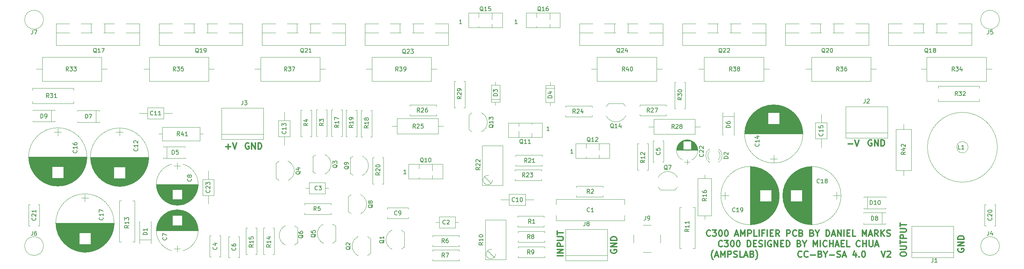
<source format=gbr>
G04 #@! TF.FileFunction,Legend,Top*
%FSLAX46Y46*%
G04 Gerber Fmt 4.6, Leading zero omitted, Abs format (unit mm)*
G04 Created by KiCad (PCBNEW 4.0.7) date 09/18/20 03:58:54*
%MOMM*%
%LPD*%
G01*
G04 APERTURE LIST*
%ADD10C,0.100000*%
%ADD11C,0.300000*%
%ADD12C,0.150000*%
%ADD13C,0.120000*%
G04 APERTURE END LIST*
D10*
D11*
X170000000Y-102892857D02*
X169928571Y-103035714D01*
X169928571Y-103250000D01*
X170000000Y-103464285D01*
X170142857Y-103607143D01*
X170285714Y-103678571D01*
X170571429Y-103750000D01*
X170785714Y-103750000D01*
X171071429Y-103678571D01*
X171214286Y-103607143D01*
X171357143Y-103464285D01*
X171428571Y-103250000D01*
X171428571Y-103107143D01*
X171357143Y-102892857D01*
X171285714Y-102821428D01*
X170785714Y-102821428D01*
X170785714Y-103107143D01*
X171428571Y-102178571D02*
X169928571Y-102178571D01*
X171428571Y-101321428D01*
X169928571Y-101321428D01*
X171428571Y-100607142D02*
X169928571Y-100607142D01*
X169928571Y-100249999D01*
X170000000Y-100035714D01*
X170142857Y-99892856D01*
X170285714Y-99821428D01*
X170571429Y-99749999D01*
X170785714Y-99749999D01*
X171071429Y-99821428D01*
X171214286Y-99892856D01*
X171357143Y-100035714D01*
X171428571Y-100249999D01*
X171428571Y-100607142D01*
X158428571Y-104392857D02*
X156928571Y-104392857D01*
X158428571Y-103678571D02*
X156928571Y-103678571D01*
X158428571Y-102821428D01*
X156928571Y-102821428D01*
X158428571Y-102107142D02*
X156928571Y-102107142D01*
X156928571Y-101535714D01*
X157000000Y-101392856D01*
X157071429Y-101321428D01*
X157214286Y-101249999D01*
X157428571Y-101249999D01*
X157571429Y-101321428D01*
X157642857Y-101392856D01*
X157714286Y-101535714D01*
X157714286Y-102107142D01*
X156928571Y-100607142D02*
X158142857Y-100607142D01*
X158285714Y-100535714D01*
X158357143Y-100464285D01*
X158428571Y-100321428D01*
X158428571Y-100035714D01*
X158357143Y-99892856D01*
X158285714Y-99821428D01*
X158142857Y-99749999D01*
X156928571Y-99749999D01*
X156928571Y-99249999D02*
X156928571Y-98392856D01*
X158428571Y-98821427D02*
X156928571Y-98821427D01*
X194142858Y-99485714D02*
X194071429Y-99557143D01*
X193857143Y-99628571D01*
X193714286Y-99628571D01*
X193500001Y-99557143D01*
X193357143Y-99414286D01*
X193285715Y-99271429D01*
X193214286Y-98985714D01*
X193214286Y-98771429D01*
X193285715Y-98485714D01*
X193357143Y-98342857D01*
X193500001Y-98200000D01*
X193714286Y-98128571D01*
X193857143Y-98128571D01*
X194071429Y-98200000D01*
X194142858Y-98271429D01*
X194642858Y-98128571D02*
X195571429Y-98128571D01*
X195071429Y-98700000D01*
X195285715Y-98700000D01*
X195428572Y-98771429D01*
X195500001Y-98842857D01*
X195571429Y-98985714D01*
X195571429Y-99342857D01*
X195500001Y-99485714D01*
X195428572Y-99557143D01*
X195285715Y-99628571D01*
X194857143Y-99628571D01*
X194714286Y-99557143D01*
X194642858Y-99485714D01*
X196500000Y-98128571D02*
X196642857Y-98128571D01*
X196785714Y-98200000D01*
X196857143Y-98271429D01*
X196928572Y-98414286D01*
X197000000Y-98700000D01*
X197000000Y-99057143D01*
X196928572Y-99342857D01*
X196857143Y-99485714D01*
X196785714Y-99557143D01*
X196642857Y-99628571D01*
X196500000Y-99628571D01*
X196357143Y-99557143D01*
X196285714Y-99485714D01*
X196214286Y-99342857D01*
X196142857Y-99057143D01*
X196142857Y-98700000D01*
X196214286Y-98414286D01*
X196285714Y-98271429D01*
X196357143Y-98200000D01*
X196500000Y-98128571D01*
X197928571Y-98128571D02*
X198071428Y-98128571D01*
X198214285Y-98200000D01*
X198285714Y-98271429D01*
X198357143Y-98414286D01*
X198428571Y-98700000D01*
X198428571Y-99057143D01*
X198357143Y-99342857D01*
X198285714Y-99485714D01*
X198214285Y-99557143D01*
X198071428Y-99628571D01*
X197928571Y-99628571D01*
X197785714Y-99557143D01*
X197714285Y-99485714D01*
X197642857Y-99342857D01*
X197571428Y-99057143D01*
X197571428Y-98700000D01*
X197642857Y-98414286D01*
X197714285Y-98271429D01*
X197785714Y-98200000D01*
X197928571Y-98128571D01*
X200142856Y-99200000D02*
X200857142Y-99200000D01*
X199999999Y-99628571D02*
X200499999Y-98128571D01*
X200999999Y-99628571D01*
X201499999Y-99628571D02*
X201499999Y-98128571D01*
X201999999Y-99200000D01*
X202499999Y-98128571D01*
X202499999Y-99628571D01*
X203214285Y-99628571D02*
X203214285Y-98128571D01*
X203785713Y-98128571D01*
X203928571Y-98200000D01*
X203999999Y-98271429D01*
X204071428Y-98414286D01*
X204071428Y-98628571D01*
X203999999Y-98771429D01*
X203928571Y-98842857D01*
X203785713Y-98914286D01*
X203214285Y-98914286D01*
X205428571Y-99628571D02*
X204714285Y-99628571D01*
X204714285Y-98128571D01*
X205928571Y-99628571D02*
X205928571Y-98128571D01*
X207142857Y-98842857D02*
X206642857Y-98842857D01*
X206642857Y-99628571D02*
X206642857Y-98128571D01*
X207357143Y-98128571D01*
X207928571Y-99628571D02*
X207928571Y-98128571D01*
X208642857Y-98842857D02*
X209142857Y-98842857D01*
X209357143Y-99628571D02*
X208642857Y-99628571D01*
X208642857Y-98128571D01*
X209357143Y-98128571D01*
X210857143Y-99628571D02*
X210357143Y-98914286D01*
X210000000Y-99628571D02*
X210000000Y-98128571D01*
X210571428Y-98128571D01*
X210714286Y-98200000D01*
X210785714Y-98271429D01*
X210857143Y-98414286D01*
X210857143Y-98628571D01*
X210785714Y-98771429D01*
X210714286Y-98842857D01*
X210571428Y-98914286D01*
X210000000Y-98914286D01*
X212642857Y-99628571D02*
X212642857Y-98128571D01*
X213214285Y-98128571D01*
X213357143Y-98200000D01*
X213428571Y-98271429D01*
X213500000Y-98414286D01*
X213500000Y-98628571D01*
X213428571Y-98771429D01*
X213357143Y-98842857D01*
X213214285Y-98914286D01*
X212642857Y-98914286D01*
X215000000Y-99485714D02*
X214928571Y-99557143D01*
X214714285Y-99628571D01*
X214571428Y-99628571D01*
X214357143Y-99557143D01*
X214214285Y-99414286D01*
X214142857Y-99271429D01*
X214071428Y-98985714D01*
X214071428Y-98771429D01*
X214142857Y-98485714D01*
X214214285Y-98342857D01*
X214357143Y-98200000D01*
X214571428Y-98128571D01*
X214714285Y-98128571D01*
X214928571Y-98200000D01*
X215000000Y-98271429D01*
X216142857Y-98842857D02*
X216357143Y-98914286D01*
X216428571Y-98985714D01*
X216500000Y-99128571D01*
X216500000Y-99342857D01*
X216428571Y-99485714D01*
X216357143Y-99557143D01*
X216214285Y-99628571D01*
X215642857Y-99628571D01*
X215642857Y-98128571D01*
X216142857Y-98128571D01*
X216285714Y-98200000D01*
X216357143Y-98271429D01*
X216428571Y-98414286D01*
X216428571Y-98557143D01*
X216357143Y-98700000D01*
X216285714Y-98771429D01*
X216142857Y-98842857D01*
X215642857Y-98842857D01*
X218785714Y-98842857D02*
X219000000Y-98914286D01*
X219071428Y-98985714D01*
X219142857Y-99128571D01*
X219142857Y-99342857D01*
X219071428Y-99485714D01*
X219000000Y-99557143D01*
X218857142Y-99628571D01*
X218285714Y-99628571D01*
X218285714Y-98128571D01*
X218785714Y-98128571D01*
X218928571Y-98200000D01*
X219000000Y-98271429D01*
X219071428Y-98414286D01*
X219071428Y-98557143D01*
X219000000Y-98700000D01*
X218928571Y-98771429D01*
X218785714Y-98842857D01*
X218285714Y-98842857D01*
X220071428Y-98914286D02*
X220071428Y-99628571D01*
X219571428Y-98128571D02*
X220071428Y-98914286D01*
X220571428Y-98128571D01*
X222214285Y-99628571D02*
X222214285Y-98128571D01*
X222571428Y-98128571D01*
X222785713Y-98200000D01*
X222928571Y-98342857D01*
X222999999Y-98485714D01*
X223071428Y-98771429D01*
X223071428Y-98985714D01*
X222999999Y-99271429D01*
X222928571Y-99414286D01*
X222785713Y-99557143D01*
X222571428Y-99628571D01*
X222214285Y-99628571D01*
X223642856Y-99200000D02*
X224357142Y-99200000D01*
X223499999Y-99628571D02*
X223999999Y-98128571D01*
X224499999Y-99628571D01*
X224999999Y-99628571D02*
X224999999Y-98128571D01*
X225857142Y-99628571D01*
X225857142Y-98128571D01*
X226571428Y-99628571D02*
X226571428Y-98128571D01*
X227285714Y-98842857D02*
X227785714Y-98842857D01*
X228000000Y-99628571D02*
X227285714Y-99628571D01*
X227285714Y-98128571D01*
X228000000Y-98128571D01*
X229357143Y-99628571D02*
X228642857Y-99628571D01*
X228642857Y-98128571D01*
X231000000Y-99628571D02*
X231000000Y-98128571D01*
X231500000Y-99200000D01*
X232000000Y-98128571D01*
X232000000Y-99628571D01*
X232642857Y-99200000D02*
X233357143Y-99200000D01*
X232500000Y-99628571D02*
X233000000Y-98128571D01*
X233500000Y-99628571D01*
X234857143Y-99628571D02*
X234357143Y-98914286D01*
X234000000Y-99628571D02*
X234000000Y-98128571D01*
X234571428Y-98128571D01*
X234714286Y-98200000D01*
X234785714Y-98271429D01*
X234857143Y-98414286D01*
X234857143Y-98628571D01*
X234785714Y-98771429D01*
X234714286Y-98842857D01*
X234571428Y-98914286D01*
X234000000Y-98914286D01*
X235500000Y-99628571D02*
X235500000Y-98128571D01*
X236357143Y-99628571D02*
X235714286Y-98771429D01*
X236357143Y-98128571D02*
X235500000Y-98985714D01*
X236928571Y-99557143D02*
X237142857Y-99628571D01*
X237500000Y-99628571D01*
X237642857Y-99557143D01*
X237714286Y-99485714D01*
X237785714Y-99342857D01*
X237785714Y-99200000D01*
X237714286Y-99057143D01*
X237642857Y-98985714D01*
X237500000Y-98914286D01*
X237214286Y-98842857D01*
X237071428Y-98771429D01*
X237000000Y-98700000D01*
X236928571Y-98557143D01*
X236928571Y-98414286D01*
X237000000Y-98271429D01*
X237071428Y-98200000D01*
X237214286Y-98128571D01*
X237571428Y-98128571D01*
X237785714Y-98200000D01*
X197035715Y-102035714D02*
X196964286Y-102107143D01*
X196750000Y-102178571D01*
X196607143Y-102178571D01*
X196392858Y-102107143D01*
X196250000Y-101964286D01*
X196178572Y-101821429D01*
X196107143Y-101535714D01*
X196107143Y-101321429D01*
X196178572Y-101035714D01*
X196250000Y-100892857D01*
X196392858Y-100750000D01*
X196607143Y-100678571D01*
X196750000Y-100678571D01*
X196964286Y-100750000D01*
X197035715Y-100821429D01*
X197535715Y-100678571D02*
X198464286Y-100678571D01*
X197964286Y-101250000D01*
X198178572Y-101250000D01*
X198321429Y-101321429D01*
X198392858Y-101392857D01*
X198464286Y-101535714D01*
X198464286Y-101892857D01*
X198392858Y-102035714D01*
X198321429Y-102107143D01*
X198178572Y-102178571D01*
X197750000Y-102178571D01*
X197607143Y-102107143D01*
X197535715Y-102035714D01*
X199392857Y-100678571D02*
X199535714Y-100678571D01*
X199678571Y-100750000D01*
X199750000Y-100821429D01*
X199821429Y-100964286D01*
X199892857Y-101250000D01*
X199892857Y-101607143D01*
X199821429Y-101892857D01*
X199750000Y-102035714D01*
X199678571Y-102107143D01*
X199535714Y-102178571D01*
X199392857Y-102178571D01*
X199250000Y-102107143D01*
X199178571Y-102035714D01*
X199107143Y-101892857D01*
X199035714Y-101607143D01*
X199035714Y-101250000D01*
X199107143Y-100964286D01*
X199178571Y-100821429D01*
X199250000Y-100750000D01*
X199392857Y-100678571D01*
X200821428Y-100678571D02*
X200964285Y-100678571D01*
X201107142Y-100750000D01*
X201178571Y-100821429D01*
X201250000Y-100964286D01*
X201321428Y-101250000D01*
X201321428Y-101607143D01*
X201250000Y-101892857D01*
X201178571Y-102035714D01*
X201107142Y-102107143D01*
X200964285Y-102178571D01*
X200821428Y-102178571D01*
X200678571Y-102107143D01*
X200607142Y-102035714D01*
X200535714Y-101892857D01*
X200464285Y-101607143D01*
X200464285Y-101250000D01*
X200535714Y-100964286D01*
X200607142Y-100821429D01*
X200678571Y-100750000D01*
X200821428Y-100678571D01*
X203107142Y-102178571D02*
X203107142Y-100678571D01*
X203464285Y-100678571D01*
X203678570Y-100750000D01*
X203821428Y-100892857D01*
X203892856Y-101035714D01*
X203964285Y-101321429D01*
X203964285Y-101535714D01*
X203892856Y-101821429D01*
X203821428Y-101964286D01*
X203678570Y-102107143D01*
X203464285Y-102178571D01*
X203107142Y-102178571D01*
X204607142Y-101392857D02*
X205107142Y-101392857D01*
X205321428Y-102178571D02*
X204607142Y-102178571D01*
X204607142Y-100678571D01*
X205321428Y-100678571D01*
X205892856Y-102107143D02*
X206107142Y-102178571D01*
X206464285Y-102178571D01*
X206607142Y-102107143D01*
X206678571Y-102035714D01*
X206749999Y-101892857D01*
X206749999Y-101750000D01*
X206678571Y-101607143D01*
X206607142Y-101535714D01*
X206464285Y-101464286D01*
X206178571Y-101392857D01*
X206035713Y-101321429D01*
X205964285Y-101250000D01*
X205892856Y-101107143D01*
X205892856Y-100964286D01*
X205964285Y-100821429D01*
X206035713Y-100750000D01*
X206178571Y-100678571D01*
X206535713Y-100678571D01*
X206749999Y-100750000D01*
X207392856Y-102178571D02*
X207392856Y-100678571D01*
X208892856Y-100750000D02*
X208749999Y-100678571D01*
X208535713Y-100678571D01*
X208321428Y-100750000D01*
X208178570Y-100892857D01*
X208107142Y-101035714D01*
X208035713Y-101321429D01*
X208035713Y-101535714D01*
X208107142Y-101821429D01*
X208178570Y-101964286D01*
X208321428Y-102107143D01*
X208535713Y-102178571D01*
X208678570Y-102178571D01*
X208892856Y-102107143D01*
X208964285Y-102035714D01*
X208964285Y-101535714D01*
X208678570Y-101535714D01*
X209607142Y-102178571D02*
X209607142Y-100678571D01*
X210464285Y-102178571D01*
X210464285Y-100678571D01*
X211178571Y-101392857D02*
X211678571Y-101392857D01*
X211892857Y-102178571D02*
X211178571Y-102178571D01*
X211178571Y-100678571D01*
X211892857Y-100678571D01*
X212535714Y-102178571D02*
X212535714Y-100678571D01*
X212892857Y-100678571D01*
X213107142Y-100750000D01*
X213250000Y-100892857D01*
X213321428Y-101035714D01*
X213392857Y-101321429D01*
X213392857Y-101535714D01*
X213321428Y-101821429D01*
X213250000Y-101964286D01*
X213107142Y-102107143D01*
X212892857Y-102178571D01*
X212535714Y-102178571D01*
X215678571Y-101392857D02*
X215892857Y-101464286D01*
X215964285Y-101535714D01*
X216035714Y-101678571D01*
X216035714Y-101892857D01*
X215964285Y-102035714D01*
X215892857Y-102107143D01*
X215749999Y-102178571D01*
X215178571Y-102178571D01*
X215178571Y-100678571D01*
X215678571Y-100678571D01*
X215821428Y-100750000D01*
X215892857Y-100821429D01*
X215964285Y-100964286D01*
X215964285Y-101107143D01*
X215892857Y-101250000D01*
X215821428Y-101321429D01*
X215678571Y-101392857D01*
X215178571Y-101392857D01*
X216964285Y-101464286D02*
X216964285Y-102178571D01*
X216464285Y-100678571D02*
X216964285Y-101464286D01*
X217464285Y-100678571D01*
X219107142Y-102178571D02*
X219107142Y-100678571D01*
X219607142Y-101750000D01*
X220107142Y-100678571D01*
X220107142Y-102178571D01*
X220821428Y-102178571D02*
X220821428Y-100678571D01*
X222392857Y-102035714D02*
X222321428Y-102107143D01*
X222107142Y-102178571D01*
X221964285Y-102178571D01*
X221750000Y-102107143D01*
X221607142Y-101964286D01*
X221535714Y-101821429D01*
X221464285Y-101535714D01*
X221464285Y-101321429D01*
X221535714Y-101035714D01*
X221607142Y-100892857D01*
X221750000Y-100750000D01*
X221964285Y-100678571D01*
X222107142Y-100678571D01*
X222321428Y-100750000D01*
X222392857Y-100821429D01*
X223035714Y-102178571D02*
X223035714Y-100678571D01*
X223035714Y-101392857D02*
X223892857Y-101392857D01*
X223892857Y-102178571D02*
X223892857Y-100678571D01*
X224535714Y-101750000D02*
X225250000Y-101750000D01*
X224392857Y-102178571D02*
X224892857Y-100678571D01*
X225392857Y-102178571D01*
X225892857Y-101392857D02*
X226392857Y-101392857D01*
X226607143Y-102178571D02*
X225892857Y-102178571D01*
X225892857Y-100678571D01*
X226607143Y-100678571D01*
X227964286Y-102178571D02*
X227250000Y-102178571D01*
X227250000Y-100678571D01*
X230464286Y-102035714D02*
X230392857Y-102107143D01*
X230178571Y-102178571D01*
X230035714Y-102178571D01*
X229821429Y-102107143D01*
X229678571Y-101964286D01*
X229607143Y-101821429D01*
X229535714Y-101535714D01*
X229535714Y-101321429D01*
X229607143Y-101035714D01*
X229678571Y-100892857D01*
X229821429Y-100750000D01*
X230035714Y-100678571D01*
X230178571Y-100678571D01*
X230392857Y-100750000D01*
X230464286Y-100821429D01*
X231107143Y-102178571D02*
X231107143Y-100678571D01*
X231107143Y-101392857D02*
X231964286Y-101392857D01*
X231964286Y-102178571D02*
X231964286Y-100678571D01*
X232678572Y-100678571D02*
X232678572Y-101892857D01*
X232750000Y-102035714D01*
X232821429Y-102107143D01*
X232964286Y-102178571D01*
X233250000Y-102178571D01*
X233392858Y-102107143D01*
X233464286Y-102035714D01*
X233535715Y-101892857D01*
X233535715Y-100678571D01*
X234178572Y-101750000D02*
X234892858Y-101750000D01*
X234035715Y-102178571D02*
X234535715Y-100678571D01*
X235035715Y-102178571D01*
X194785716Y-105300000D02*
X194714288Y-105228571D01*
X194571431Y-105014286D01*
X194500002Y-104871429D01*
X194428573Y-104657143D01*
X194357145Y-104300000D01*
X194357145Y-104014286D01*
X194428573Y-103657143D01*
X194500002Y-103442857D01*
X194571431Y-103300000D01*
X194714288Y-103085714D01*
X194785716Y-103014286D01*
X195285716Y-104300000D02*
X196000002Y-104300000D01*
X195142859Y-104728571D02*
X195642859Y-103228571D01*
X196142859Y-104728571D01*
X196642859Y-104728571D02*
X196642859Y-103228571D01*
X197142859Y-104300000D01*
X197642859Y-103228571D01*
X197642859Y-104728571D01*
X198357145Y-104728571D02*
X198357145Y-103228571D01*
X198928573Y-103228571D01*
X199071431Y-103300000D01*
X199142859Y-103371429D01*
X199214288Y-103514286D01*
X199214288Y-103728571D01*
X199142859Y-103871429D01*
X199071431Y-103942857D01*
X198928573Y-104014286D01*
X198357145Y-104014286D01*
X199785716Y-104657143D02*
X200000002Y-104728571D01*
X200357145Y-104728571D01*
X200500002Y-104657143D01*
X200571431Y-104585714D01*
X200642859Y-104442857D01*
X200642859Y-104300000D01*
X200571431Y-104157143D01*
X200500002Y-104085714D01*
X200357145Y-104014286D01*
X200071431Y-103942857D01*
X199928573Y-103871429D01*
X199857145Y-103800000D01*
X199785716Y-103657143D01*
X199785716Y-103514286D01*
X199857145Y-103371429D01*
X199928573Y-103300000D01*
X200071431Y-103228571D01*
X200428573Y-103228571D01*
X200642859Y-103300000D01*
X202000002Y-104728571D02*
X201285716Y-104728571D01*
X201285716Y-103228571D01*
X202428573Y-104300000D02*
X203142859Y-104300000D01*
X202285716Y-104728571D02*
X202785716Y-103228571D01*
X203285716Y-104728571D01*
X204285716Y-103942857D02*
X204500002Y-104014286D01*
X204571430Y-104085714D01*
X204642859Y-104228571D01*
X204642859Y-104442857D01*
X204571430Y-104585714D01*
X204500002Y-104657143D01*
X204357144Y-104728571D01*
X203785716Y-104728571D01*
X203785716Y-103228571D01*
X204285716Y-103228571D01*
X204428573Y-103300000D01*
X204500002Y-103371429D01*
X204571430Y-103514286D01*
X204571430Y-103657143D01*
X204500002Y-103800000D01*
X204428573Y-103871429D01*
X204285716Y-103942857D01*
X203785716Y-103942857D01*
X205142859Y-105300000D02*
X205214287Y-105228571D01*
X205357144Y-105014286D01*
X205428573Y-104871429D01*
X205500002Y-104657143D01*
X205571430Y-104300000D01*
X205571430Y-104014286D01*
X205500002Y-103657143D01*
X205428573Y-103442857D01*
X205357144Y-103300000D01*
X205214287Y-103085714D01*
X205142859Y-103014286D01*
X216285715Y-104585714D02*
X216214286Y-104657143D01*
X216000000Y-104728571D01*
X215857143Y-104728571D01*
X215642858Y-104657143D01*
X215500000Y-104514286D01*
X215428572Y-104371429D01*
X215357143Y-104085714D01*
X215357143Y-103871429D01*
X215428572Y-103585714D01*
X215500000Y-103442857D01*
X215642858Y-103300000D01*
X215857143Y-103228571D01*
X216000000Y-103228571D01*
X216214286Y-103300000D01*
X216285715Y-103371429D01*
X217785715Y-104585714D02*
X217714286Y-104657143D01*
X217500000Y-104728571D01*
X217357143Y-104728571D01*
X217142858Y-104657143D01*
X217000000Y-104514286D01*
X216928572Y-104371429D01*
X216857143Y-104085714D01*
X216857143Y-103871429D01*
X216928572Y-103585714D01*
X217000000Y-103442857D01*
X217142858Y-103300000D01*
X217357143Y-103228571D01*
X217500000Y-103228571D01*
X217714286Y-103300000D01*
X217785715Y-103371429D01*
X218428572Y-104157143D02*
X219571429Y-104157143D01*
X220785715Y-103942857D02*
X221000001Y-104014286D01*
X221071429Y-104085714D01*
X221142858Y-104228571D01*
X221142858Y-104442857D01*
X221071429Y-104585714D01*
X221000001Y-104657143D01*
X220857143Y-104728571D01*
X220285715Y-104728571D01*
X220285715Y-103228571D01*
X220785715Y-103228571D01*
X220928572Y-103300000D01*
X221000001Y-103371429D01*
X221071429Y-103514286D01*
X221071429Y-103657143D01*
X221000001Y-103800000D01*
X220928572Y-103871429D01*
X220785715Y-103942857D01*
X220285715Y-103942857D01*
X222071429Y-104014286D02*
X222071429Y-104728571D01*
X221571429Y-103228571D02*
X222071429Y-104014286D01*
X222571429Y-103228571D01*
X223071429Y-104157143D02*
X224214286Y-104157143D01*
X224857143Y-104657143D02*
X225071429Y-104728571D01*
X225428572Y-104728571D01*
X225571429Y-104657143D01*
X225642858Y-104585714D01*
X225714286Y-104442857D01*
X225714286Y-104300000D01*
X225642858Y-104157143D01*
X225571429Y-104085714D01*
X225428572Y-104014286D01*
X225142858Y-103942857D01*
X225000000Y-103871429D01*
X224928572Y-103800000D01*
X224857143Y-103657143D01*
X224857143Y-103514286D01*
X224928572Y-103371429D01*
X225000000Y-103300000D01*
X225142858Y-103228571D01*
X225500000Y-103228571D01*
X225714286Y-103300000D01*
X226285714Y-104300000D02*
X227000000Y-104300000D01*
X226142857Y-104728571D02*
X226642857Y-103228571D01*
X227142857Y-104728571D01*
X229428571Y-103728571D02*
X229428571Y-104728571D01*
X229071428Y-103157143D02*
X228714285Y-104228571D01*
X229642857Y-104228571D01*
X230214285Y-104585714D02*
X230285713Y-104657143D01*
X230214285Y-104728571D01*
X230142856Y-104657143D01*
X230214285Y-104585714D01*
X230214285Y-104728571D01*
X231214285Y-103228571D02*
X231357142Y-103228571D01*
X231499999Y-103300000D01*
X231571428Y-103371429D01*
X231642857Y-103514286D01*
X231714285Y-103800000D01*
X231714285Y-104157143D01*
X231642857Y-104442857D01*
X231571428Y-104585714D01*
X231499999Y-104657143D01*
X231357142Y-104728571D01*
X231214285Y-104728571D01*
X231071428Y-104657143D01*
X230999999Y-104585714D01*
X230928571Y-104442857D01*
X230857142Y-104157143D01*
X230857142Y-103800000D01*
X230928571Y-103514286D01*
X230999999Y-103371429D01*
X231071428Y-103300000D01*
X231214285Y-103228571D01*
X235571427Y-103228571D02*
X236071427Y-104728571D01*
X236571427Y-103228571D01*
X236999998Y-103371429D02*
X237071427Y-103300000D01*
X237214284Y-103228571D01*
X237571427Y-103228571D01*
X237714284Y-103300000D01*
X237785713Y-103371429D01*
X237857141Y-103514286D01*
X237857141Y-103657143D01*
X237785713Y-103871429D01*
X236928570Y-104728571D01*
X237857141Y-104728571D01*
D12*
X120285715Y-84452381D02*
X119714286Y-84452381D01*
X120000000Y-84452381D02*
X120000000Y-83452381D01*
X119904762Y-83595238D01*
X119809524Y-83690476D01*
X119714286Y-83738095D01*
X147285715Y-47952381D02*
X146714286Y-47952381D01*
X147000000Y-47952381D02*
X147000000Y-46952381D01*
X146904762Y-47095238D01*
X146809524Y-47190476D01*
X146714286Y-47238095D01*
X133785715Y-47952381D02*
X133214286Y-47952381D01*
X133500000Y-47952381D02*
X133500000Y-46952381D01*
X133404762Y-47095238D01*
X133309524Y-47190476D01*
X133214286Y-47238095D01*
X160785715Y-79452381D02*
X160214286Y-79452381D01*
X160500000Y-79452381D02*
X160500000Y-78452381D01*
X160404762Y-78595238D01*
X160309524Y-78690476D01*
X160214286Y-78738095D01*
X155035715Y-73952381D02*
X154464286Y-73952381D01*
X154750000Y-73952381D02*
X154750000Y-72952381D01*
X154654762Y-73095238D01*
X154559524Y-73190476D01*
X154464286Y-73238095D01*
D11*
X233257143Y-76250000D02*
X233114286Y-76178571D01*
X232900000Y-76178571D01*
X232685715Y-76250000D01*
X232542857Y-76392857D01*
X232471429Y-76535714D01*
X232400000Y-76821429D01*
X232400000Y-77035714D01*
X232471429Y-77321429D01*
X232542857Y-77464286D01*
X232685715Y-77607143D01*
X232900000Y-77678571D01*
X233042857Y-77678571D01*
X233257143Y-77607143D01*
X233328572Y-77535714D01*
X233328572Y-77035714D01*
X233042857Y-77035714D01*
X233971429Y-77678571D02*
X233971429Y-76178571D01*
X234828572Y-77678571D01*
X234828572Y-76178571D01*
X235542858Y-77678571D02*
X235542858Y-76178571D01*
X235900001Y-76178571D01*
X236114286Y-76250000D01*
X236257144Y-76392857D01*
X236328572Y-76535714D01*
X236400001Y-76821429D01*
X236400001Y-77035714D01*
X236328572Y-77321429D01*
X236257144Y-77464286D01*
X236114286Y-77607143D01*
X235900001Y-77678571D01*
X235542858Y-77678571D01*
X82107143Y-77000000D02*
X81964286Y-76928571D01*
X81750000Y-76928571D01*
X81535715Y-77000000D01*
X81392857Y-77142857D01*
X81321429Y-77285714D01*
X81250000Y-77571429D01*
X81250000Y-77785714D01*
X81321429Y-78071429D01*
X81392857Y-78214286D01*
X81535715Y-78357143D01*
X81750000Y-78428571D01*
X81892857Y-78428571D01*
X82107143Y-78357143D01*
X82178572Y-78285714D01*
X82178572Y-77785714D01*
X81892857Y-77785714D01*
X82821429Y-78428571D02*
X82821429Y-76928571D01*
X83678572Y-78428571D01*
X83678572Y-76928571D01*
X84392858Y-78428571D02*
X84392858Y-76928571D01*
X84750001Y-76928571D01*
X84964286Y-77000000D01*
X85107144Y-77142857D01*
X85178572Y-77285714D01*
X85250001Y-77571429D01*
X85250001Y-77785714D01*
X85178572Y-78071429D01*
X85107144Y-78214286D01*
X84964286Y-78357143D01*
X84750001Y-78428571D01*
X84392858Y-78428571D01*
X227535715Y-77207143D02*
X228678572Y-77207143D01*
X229178572Y-76278571D02*
X229678572Y-77778571D01*
X230178572Y-76278571D01*
X76535715Y-77857143D02*
X77678572Y-77857143D01*
X77107143Y-78428571D02*
X77107143Y-77285714D01*
X78178572Y-76928571D02*
X78678572Y-78428571D01*
X79178572Y-76928571D01*
X254250000Y-102642857D02*
X254178571Y-102785714D01*
X254178571Y-103000000D01*
X254250000Y-103214285D01*
X254392857Y-103357143D01*
X254535714Y-103428571D01*
X254821429Y-103500000D01*
X255035714Y-103500000D01*
X255321429Y-103428571D01*
X255464286Y-103357143D01*
X255607143Y-103214285D01*
X255678571Y-103000000D01*
X255678571Y-102857143D01*
X255607143Y-102642857D01*
X255535714Y-102571428D01*
X255035714Y-102571428D01*
X255035714Y-102857143D01*
X255678571Y-101928571D02*
X254178571Y-101928571D01*
X255678571Y-101071428D01*
X254178571Y-101071428D01*
X255678571Y-100357142D02*
X254178571Y-100357142D01*
X254178571Y-99999999D01*
X254250000Y-99785714D01*
X254392857Y-99642856D01*
X254535714Y-99571428D01*
X254821429Y-99499999D01*
X255035714Y-99499999D01*
X255321429Y-99571428D01*
X255464286Y-99642856D01*
X255607143Y-99785714D01*
X255678571Y-99999999D01*
X255678571Y-100357142D01*
X240178571Y-104107143D02*
X240178571Y-103821429D01*
X240250000Y-103678571D01*
X240392857Y-103535714D01*
X240678571Y-103464286D01*
X241178571Y-103464286D01*
X241464286Y-103535714D01*
X241607143Y-103678571D01*
X241678571Y-103821429D01*
X241678571Y-104107143D01*
X241607143Y-104250000D01*
X241464286Y-104392857D01*
X241178571Y-104464286D01*
X240678571Y-104464286D01*
X240392857Y-104392857D01*
X240250000Y-104250000D01*
X240178571Y-104107143D01*
X240178571Y-102821428D02*
X241392857Y-102821428D01*
X241535714Y-102750000D01*
X241607143Y-102678571D01*
X241678571Y-102535714D01*
X241678571Y-102250000D01*
X241607143Y-102107142D01*
X241535714Y-102035714D01*
X241392857Y-101964285D01*
X240178571Y-101964285D01*
X240178571Y-101464285D02*
X240178571Y-100607142D01*
X241678571Y-101035713D02*
X240178571Y-101035713D01*
X241678571Y-100107142D02*
X240178571Y-100107142D01*
X240178571Y-99535714D01*
X240250000Y-99392856D01*
X240321429Y-99321428D01*
X240464286Y-99249999D01*
X240678571Y-99249999D01*
X240821429Y-99321428D01*
X240892857Y-99392856D01*
X240964286Y-99535714D01*
X240964286Y-100107142D01*
X240178571Y-98607142D02*
X241392857Y-98607142D01*
X241535714Y-98535714D01*
X241607143Y-98464285D01*
X241678571Y-98321428D01*
X241678571Y-98035714D01*
X241607143Y-97892856D01*
X241535714Y-97821428D01*
X241392857Y-97749999D01*
X240178571Y-97749999D01*
X240178571Y-97249999D02*
X240178571Y-96392856D01*
X241678571Y-96821427D02*
X240178571Y-96821427D01*
D13*
X153330000Y-75620000D02*
X145090000Y-75620000D01*
X153330000Y-72130000D02*
X145090000Y-72130000D01*
X153330000Y-75620000D02*
X153330000Y-72130000D01*
X145090000Y-75620000D02*
X145090000Y-72130000D01*
X150810000Y-75620000D02*
X150810000Y-74550000D01*
X150810000Y-72450000D02*
X150810000Y-72130000D01*
X147609000Y-75620000D02*
X147609000Y-74040000D01*
X147609000Y-72960000D02*
X147609000Y-72130000D01*
X57840000Y-80400000D02*
G75*
G03X57840000Y-80400000I-7090000J0D01*
G01*
X57800000Y-80400000D02*
X43700000Y-80400000D01*
X57800000Y-80440000D02*
X43700000Y-80440000D01*
X57800000Y-80480000D02*
X43700000Y-80480000D01*
X57799000Y-80520000D02*
X43701000Y-80520000D01*
X57799000Y-80560000D02*
X43701000Y-80560000D01*
X57798000Y-80600000D02*
X43702000Y-80600000D01*
X57796000Y-80640000D02*
X43704000Y-80640000D01*
X57795000Y-80680000D02*
X43705000Y-80680000D01*
X57793000Y-80720000D02*
X43707000Y-80720000D01*
X57791000Y-80760000D02*
X43709000Y-80760000D01*
X57789000Y-80800000D02*
X43711000Y-80800000D01*
X57787000Y-80840000D02*
X43713000Y-80840000D01*
X57784000Y-80880000D02*
X43716000Y-80880000D01*
X57781000Y-80920000D02*
X43719000Y-80920000D01*
X57778000Y-80960000D02*
X43722000Y-80960000D01*
X57775000Y-81000000D02*
X43725000Y-81000000D01*
X57772000Y-81040000D02*
X43728000Y-81040000D01*
X57768000Y-81080000D02*
X43732000Y-81080000D01*
X57764000Y-81121000D02*
X43736000Y-81121000D01*
X57760000Y-81161000D02*
X43740000Y-81161000D01*
X57755000Y-81201000D02*
X43745000Y-81201000D01*
X57751000Y-81241000D02*
X43749000Y-81241000D01*
X57746000Y-81281000D02*
X43754000Y-81281000D01*
X57741000Y-81321000D02*
X43759000Y-81321000D01*
X57735000Y-81361000D02*
X43765000Y-81361000D01*
X57730000Y-81401000D02*
X43770000Y-81401000D01*
X57724000Y-81441000D02*
X43776000Y-81441000D01*
X57718000Y-81481000D02*
X43782000Y-81481000D01*
X57711000Y-81521000D02*
X43789000Y-81521000D01*
X57705000Y-81561000D02*
X43795000Y-81561000D01*
X57698000Y-81601000D02*
X43802000Y-81601000D01*
X57691000Y-81641000D02*
X43809000Y-81641000D01*
X57684000Y-81681000D02*
X43816000Y-81681000D01*
X57677000Y-81721000D02*
X43823000Y-81721000D01*
X57669000Y-81761000D02*
X43831000Y-81761000D01*
X57661000Y-81801000D02*
X43839000Y-81801000D01*
X57653000Y-81841000D02*
X43847000Y-81841000D01*
X57644000Y-81881000D02*
X43856000Y-81881000D01*
X57636000Y-81921000D02*
X43864000Y-81921000D01*
X57627000Y-81961000D02*
X43873000Y-81961000D01*
X57618000Y-82001000D02*
X43882000Y-82001000D01*
X57608000Y-82041000D02*
X43892000Y-82041000D01*
X57599000Y-82081000D02*
X43901000Y-82081000D01*
X57589000Y-82121000D02*
X43911000Y-82121000D01*
X57579000Y-82161000D02*
X43921000Y-82161000D01*
X57568000Y-82201000D02*
X43932000Y-82201000D01*
X57558000Y-82241000D02*
X43942000Y-82241000D01*
X57547000Y-82281000D02*
X43953000Y-82281000D01*
X57536000Y-82321000D02*
X43964000Y-82321000D01*
X57524000Y-82361000D02*
X43976000Y-82361000D01*
X57513000Y-82401000D02*
X43987000Y-82401000D01*
X57501000Y-82441000D02*
X43999000Y-82441000D01*
X57489000Y-82481000D02*
X44011000Y-82481000D01*
X57476000Y-82521000D02*
X44024000Y-82521000D01*
X57463000Y-82561000D02*
X44037000Y-82561000D01*
X57451000Y-82601000D02*
X44049000Y-82601000D01*
X57437000Y-82641000D02*
X44063000Y-82641000D01*
X57424000Y-82681000D02*
X44076000Y-82681000D01*
X57410000Y-82721000D02*
X44090000Y-82721000D01*
X57396000Y-82761000D02*
X44104000Y-82761000D01*
X57382000Y-82801000D02*
X52130000Y-82801000D01*
X49370000Y-82801000D02*
X44118000Y-82801000D01*
X57367000Y-82841000D02*
X52130000Y-82841000D01*
X49370000Y-82841000D02*
X44133000Y-82841000D01*
X57353000Y-82881000D02*
X52130000Y-82881000D01*
X49370000Y-82881000D02*
X44147000Y-82881000D01*
X57338000Y-82921000D02*
X52130000Y-82921000D01*
X49370000Y-82921000D02*
X44162000Y-82921000D01*
X57322000Y-82961000D02*
X52130000Y-82961000D01*
X49370000Y-82961000D02*
X44178000Y-82961000D01*
X57307000Y-83001000D02*
X52130000Y-83001000D01*
X49370000Y-83001000D02*
X44193000Y-83001000D01*
X57291000Y-83041000D02*
X52130000Y-83041000D01*
X49370000Y-83041000D02*
X44209000Y-83041000D01*
X57274000Y-83081000D02*
X52130000Y-83081000D01*
X49370000Y-83081000D02*
X44226000Y-83081000D01*
X57258000Y-83121000D02*
X52130000Y-83121000D01*
X49370000Y-83121000D02*
X44242000Y-83121000D01*
X57241000Y-83161000D02*
X52130000Y-83161000D01*
X49370000Y-83161000D02*
X44259000Y-83161000D01*
X57224000Y-83201000D02*
X52130000Y-83201000D01*
X49370000Y-83201000D02*
X44276000Y-83201000D01*
X57207000Y-83241000D02*
X52130000Y-83241000D01*
X49370000Y-83241000D02*
X44293000Y-83241000D01*
X57189000Y-83281000D02*
X52130000Y-83281000D01*
X49370000Y-83281000D02*
X44311000Y-83281000D01*
X57171000Y-83321000D02*
X52130000Y-83321000D01*
X49370000Y-83321000D02*
X44329000Y-83321000D01*
X57153000Y-83361000D02*
X52130000Y-83361000D01*
X49370000Y-83361000D02*
X44347000Y-83361000D01*
X57135000Y-83401000D02*
X52130000Y-83401000D01*
X49370000Y-83401000D02*
X44365000Y-83401000D01*
X57116000Y-83441000D02*
X52130000Y-83441000D01*
X49370000Y-83441000D02*
X44384000Y-83441000D01*
X57097000Y-83481000D02*
X52130000Y-83481000D01*
X49370000Y-83481000D02*
X44403000Y-83481000D01*
X57077000Y-83521000D02*
X52130000Y-83521000D01*
X49370000Y-83521000D02*
X44423000Y-83521000D01*
X57057000Y-83561000D02*
X52130000Y-83561000D01*
X49370000Y-83561000D02*
X44443000Y-83561000D01*
X57037000Y-83601000D02*
X52130000Y-83601000D01*
X49370000Y-83601000D02*
X44463000Y-83601000D01*
X57017000Y-83641000D02*
X52130000Y-83641000D01*
X49370000Y-83641000D02*
X44483000Y-83641000D01*
X56996000Y-83681000D02*
X52130000Y-83681000D01*
X49370000Y-83681000D02*
X44504000Y-83681000D01*
X56975000Y-83721000D02*
X52130000Y-83721000D01*
X49370000Y-83721000D02*
X44525000Y-83721000D01*
X56954000Y-83761000D02*
X52130000Y-83761000D01*
X49370000Y-83761000D02*
X44546000Y-83761000D01*
X56932000Y-83801000D02*
X52130000Y-83801000D01*
X49370000Y-83801000D02*
X44568000Y-83801000D01*
X56910000Y-83841000D02*
X52130000Y-83841000D01*
X49370000Y-83841000D02*
X44590000Y-83841000D01*
X56888000Y-83881000D02*
X52130000Y-83881000D01*
X49370000Y-83881000D02*
X44612000Y-83881000D01*
X56865000Y-83921000D02*
X52130000Y-83921000D01*
X49370000Y-83921000D02*
X44635000Y-83921000D01*
X56842000Y-83961000D02*
X52130000Y-83961000D01*
X49370000Y-83961000D02*
X44658000Y-83961000D01*
X56819000Y-84001000D02*
X52130000Y-84001000D01*
X49370000Y-84001000D02*
X44681000Y-84001000D01*
X56795000Y-84041000D02*
X52130000Y-84041000D01*
X49370000Y-84041000D02*
X44705000Y-84041000D01*
X56771000Y-84081000D02*
X52130000Y-84081000D01*
X49370000Y-84081000D02*
X44729000Y-84081000D01*
X56746000Y-84121000D02*
X52130000Y-84121000D01*
X49370000Y-84121000D02*
X44754000Y-84121000D01*
X56721000Y-84161000D02*
X52130000Y-84161000D01*
X49370000Y-84161000D02*
X44779000Y-84161000D01*
X56696000Y-84201000D02*
X52130000Y-84201000D01*
X49370000Y-84201000D02*
X44804000Y-84201000D01*
X56671000Y-84241000D02*
X52130000Y-84241000D01*
X49370000Y-84241000D02*
X44829000Y-84241000D01*
X56645000Y-84281000D02*
X52130000Y-84281000D01*
X49370000Y-84281000D02*
X44855000Y-84281000D01*
X56618000Y-84321000D02*
X52130000Y-84321000D01*
X49370000Y-84321000D02*
X44882000Y-84321000D01*
X56592000Y-84361000D02*
X52130000Y-84361000D01*
X49370000Y-84361000D02*
X44908000Y-84361000D01*
X56564000Y-84401000D02*
X52130000Y-84401000D01*
X49370000Y-84401000D02*
X44936000Y-84401000D01*
X56537000Y-84441000D02*
X52130000Y-84441000D01*
X49370000Y-84441000D02*
X44963000Y-84441000D01*
X56509000Y-84481000D02*
X52130000Y-84481000D01*
X49370000Y-84481000D02*
X44991000Y-84481000D01*
X56481000Y-84521000D02*
X52130000Y-84521000D01*
X49370000Y-84521000D02*
X45019000Y-84521000D01*
X56452000Y-84561000D02*
X52130000Y-84561000D01*
X49370000Y-84561000D02*
X45048000Y-84561000D01*
X56423000Y-84601000D02*
X52130000Y-84601000D01*
X49370000Y-84601000D02*
X45077000Y-84601000D01*
X56393000Y-84641000D02*
X52130000Y-84641000D01*
X49370000Y-84641000D02*
X45107000Y-84641000D01*
X56363000Y-84681000D02*
X52130000Y-84681000D01*
X49370000Y-84681000D02*
X45137000Y-84681000D01*
X56332000Y-84721000D02*
X52130000Y-84721000D01*
X49370000Y-84721000D02*
X45168000Y-84721000D01*
X56301000Y-84761000D02*
X52130000Y-84761000D01*
X49370000Y-84761000D02*
X45199000Y-84761000D01*
X56270000Y-84801000D02*
X52130000Y-84801000D01*
X49370000Y-84801000D02*
X45230000Y-84801000D01*
X56238000Y-84841000D02*
X52130000Y-84841000D01*
X49370000Y-84841000D02*
X45262000Y-84841000D01*
X56206000Y-84881000D02*
X52130000Y-84881000D01*
X49370000Y-84881000D02*
X45294000Y-84881000D01*
X56173000Y-84921000D02*
X52130000Y-84921000D01*
X49370000Y-84921000D02*
X45327000Y-84921000D01*
X56140000Y-84961000D02*
X52130000Y-84961000D01*
X49370000Y-84961000D02*
X45360000Y-84961000D01*
X56106000Y-85001000D02*
X52130000Y-85001000D01*
X49370000Y-85001000D02*
X45394000Y-85001000D01*
X56071000Y-85041000D02*
X52130000Y-85041000D01*
X49370000Y-85041000D02*
X45429000Y-85041000D01*
X56036000Y-85081000D02*
X52130000Y-85081000D01*
X49370000Y-85081000D02*
X45464000Y-85081000D01*
X56001000Y-85121000D02*
X52130000Y-85121000D01*
X49370000Y-85121000D02*
X45499000Y-85121000D01*
X55965000Y-85161000D02*
X52130000Y-85161000D01*
X49370000Y-85161000D02*
X45535000Y-85161000D01*
X55929000Y-85201000D02*
X52130000Y-85201000D01*
X49370000Y-85201000D02*
X45571000Y-85201000D01*
X55891000Y-85241000D02*
X52130000Y-85241000D01*
X49370000Y-85241000D02*
X45609000Y-85241000D01*
X55854000Y-85281000D02*
X52130000Y-85281000D01*
X49370000Y-85281000D02*
X45646000Y-85281000D01*
X55816000Y-85321000D02*
X52130000Y-85321000D01*
X49370000Y-85321000D02*
X45684000Y-85321000D01*
X55777000Y-85361000D02*
X52130000Y-85361000D01*
X49370000Y-85361000D02*
X45723000Y-85361000D01*
X55737000Y-85401000D02*
X52130000Y-85401000D01*
X49370000Y-85401000D02*
X45763000Y-85401000D01*
X55697000Y-85441000D02*
X52130000Y-85441000D01*
X49370000Y-85441000D02*
X45803000Y-85441000D01*
X55656000Y-85481000D02*
X52130000Y-85481000D01*
X49370000Y-85481000D02*
X45844000Y-85481000D01*
X55615000Y-85521000D02*
X52130000Y-85521000D01*
X49370000Y-85521000D02*
X45885000Y-85521000D01*
X55573000Y-85561000D02*
X45927000Y-85561000D01*
X55530000Y-85601000D02*
X45970000Y-85601000D01*
X55487000Y-85641000D02*
X46013000Y-85641000D01*
X55442000Y-85681000D02*
X46058000Y-85681000D01*
X55397000Y-85721000D02*
X46103000Y-85721000D01*
X55351000Y-85761000D02*
X46149000Y-85761000D01*
X55305000Y-85801000D02*
X46195000Y-85801000D01*
X55257000Y-85841000D02*
X46243000Y-85841000D01*
X55209000Y-85881000D02*
X46291000Y-85881000D01*
X55160000Y-85921000D02*
X46340000Y-85921000D01*
X55110000Y-85961000D02*
X46390000Y-85961000D01*
X55059000Y-86001000D02*
X46441000Y-86001000D01*
X55007000Y-86041000D02*
X46493000Y-86041000D01*
X54954000Y-86081000D02*
X46546000Y-86081000D01*
X54900000Y-86121000D02*
X46600000Y-86121000D01*
X54845000Y-86161000D02*
X46655000Y-86161000D01*
X54788000Y-86201000D02*
X46712000Y-86201000D01*
X54731000Y-86241000D02*
X46769000Y-86241000D01*
X54672000Y-86281000D02*
X46828000Y-86281000D01*
X54612000Y-86321000D02*
X46888000Y-86321000D01*
X54551000Y-86361000D02*
X46949000Y-86361000D01*
X54488000Y-86401000D02*
X47012000Y-86401000D01*
X54424000Y-86441000D02*
X47076000Y-86441000D01*
X54358000Y-86481000D02*
X47142000Y-86481000D01*
X54290000Y-86521000D02*
X47210000Y-86521000D01*
X54221000Y-86561000D02*
X47279000Y-86561000D01*
X54150000Y-86601000D02*
X47350000Y-86601000D01*
X54077000Y-86641000D02*
X47423000Y-86641000D01*
X54001000Y-86681000D02*
X47499000Y-86681000D01*
X53924000Y-86721000D02*
X47576000Y-86721000D01*
X53844000Y-86761000D02*
X47656000Y-86761000D01*
X53761000Y-86801000D02*
X47739000Y-86801000D01*
X53676000Y-86841000D02*
X47824000Y-86841000D01*
X53588000Y-86881000D02*
X47912000Y-86881000D01*
X53496000Y-86921000D02*
X48004000Y-86921000D01*
X53400000Y-86961000D02*
X48100000Y-86961000D01*
X53300000Y-87001000D02*
X48200000Y-87001000D01*
X53196000Y-87041000D02*
X48304000Y-87041000D01*
X53087000Y-87081000D02*
X48413000Y-87081000D01*
X52971000Y-87121000D02*
X48529000Y-87121000D01*
X52848000Y-87161000D02*
X48652000Y-87161000D01*
X52718000Y-87201000D02*
X48782000Y-87201000D01*
X52577000Y-87241000D02*
X48923000Y-87241000D01*
X52423000Y-87281000D02*
X49077000Y-87281000D01*
X52254000Y-87321000D02*
X49246000Y-87321000D01*
X52062000Y-87361000D02*
X49438000Y-87361000D01*
X51837000Y-87401000D02*
X49663000Y-87401000D01*
X51551000Y-87441000D02*
X49949000Y-87441000D01*
X51087000Y-87481000D02*
X50413000Y-87481000D01*
X50750000Y-73450000D02*
X50750000Y-75250000D01*
X51650000Y-74350000D02*
X49850000Y-74350000D01*
X177750000Y-96950000D02*
X179750000Y-96950000D01*
X177750000Y-103550000D02*
X179750000Y-103550000D01*
X182050000Y-99250000D02*
X182050000Y-101250000D01*
X175450000Y-99250000D02*
X175450000Y-101250000D01*
X187320277Y-76444278D02*
G75*
G03X187320000Y-81055580I1179723J-2305722D01*
G01*
X189679723Y-76444278D02*
G75*
G02X189680000Y-81055580I-1179723J-2305722D01*
G01*
X189679723Y-76444278D02*
G75*
G03X187320000Y-76444420I-1179723J-2305722D01*
G01*
X185950000Y-78750000D02*
X191050000Y-78750000D01*
X185950000Y-78710000D02*
X191050000Y-78710000D01*
X185951000Y-78670000D02*
X191049000Y-78670000D01*
X185952000Y-78630000D02*
X191048000Y-78630000D01*
X185954000Y-78590000D02*
X191046000Y-78590000D01*
X185957000Y-78550000D02*
X191043000Y-78550000D01*
X185961000Y-78510000D02*
X191039000Y-78510000D01*
X185965000Y-78470000D02*
X187520000Y-78470000D01*
X189480000Y-78470000D02*
X191035000Y-78470000D01*
X185969000Y-78430000D02*
X187520000Y-78430000D01*
X189480000Y-78430000D02*
X191031000Y-78430000D01*
X185975000Y-78390000D02*
X187520000Y-78390000D01*
X189480000Y-78390000D02*
X191025000Y-78390000D01*
X185981000Y-78350000D02*
X187520000Y-78350000D01*
X189480000Y-78350000D02*
X191019000Y-78350000D01*
X185987000Y-78310000D02*
X187520000Y-78310000D01*
X189480000Y-78310000D02*
X191013000Y-78310000D01*
X185994000Y-78270000D02*
X187520000Y-78270000D01*
X189480000Y-78270000D02*
X191006000Y-78270000D01*
X186002000Y-78230000D02*
X187520000Y-78230000D01*
X189480000Y-78230000D02*
X190998000Y-78230000D01*
X186011000Y-78190000D02*
X187520000Y-78190000D01*
X189480000Y-78190000D02*
X190989000Y-78190000D01*
X186020000Y-78150000D02*
X187520000Y-78150000D01*
X189480000Y-78150000D02*
X190980000Y-78150000D01*
X186030000Y-78110000D02*
X187520000Y-78110000D01*
X189480000Y-78110000D02*
X190970000Y-78110000D01*
X186040000Y-78070000D02*
X187520000Y-78070000D01*
X189480000Y-78070000D02*
X190960000Y-78070000D01*
X186052000Y-78029000D02*
X187520000Y-78029000D01*
X189480000Y-78029000D02*
X190948000Y-78029000D01*
X186064000Y-77989000D02*
X187520000Y-77989000D01*
X189480000Y-77989000D02*
X190936000Y-77989000D01*
X186076000Y-77949000D02*
X187520000Y-77949000D01*
X189480000Y-77949000D02*
X190924000Y-77949000D01*
X186090000Y-77909000D02*
X187520000Y-77909000D01*
X189480000Y-77909000D02*
X190910000Y-77909000D01*
X186104000Y-77869000D02*
X187520000Y-77869000D01*
X189480000Y-77869000D02*
X190896000Y-77869000D01*
X186118000Y-77829000D02*
X187520000Y-77829000D01*
X189480000Y-77829000D02*
X190882000Y-77829000D01*
X186134000Y-77789000D02*
X187520000Y-77789000D01*
X189480000Y-77789000D02*
X190866000Y-77789000D01*
X186150000Y-77749000D02*
X187520000Y-77749000D01*
X189480000Y-77749000D02*
X190850000Y-77749000D01*
X186167000Y-77709000D02*
X187520000Y-77709000D01*
X189480000Y-77709000D02*
X190833000Y-77709000D01*
X186185000Y-77669000D02*
X187520000Y-77669000D01*
X189480000Y-77669000D02*
X190815000Y-77669000D01*
X186204000Y-77629000D02*
X187520000Y-77629000D01*
X189480000Y-77629000D02*
X190796000Y-77629000D01*
X186224000Y-77589000D02*
X187520000Y-77589000D01*
X189480000Y-77589000D02*
X190776000Y-77589000D01*
X186244000Y-77549000D02*
X187520000Y-77549000D01*
X189480000Y-77549000D02*
X190756000Y-77549000D01*
X186266000Y-77509000D02*
X187520000Y-77509000D01*
X189480000Y-77509000D02*
X190734000Y-77509000D01*
X186288000Y-77469000D02*
X187520000Y-77469000D01*
X189480000Y-77469000D02*
X190712000Y-77469000D01*
X186311000Y-77429000D02*
X187520000Y-77429000D01*
X189480000Y-77429000D02*
X190689000Y-77429000D01*
X186335000Y-77389000D02*
X187520000Y-77389000D01*
X189480000Y-77389000D02*
X190665000Y-77389000D01*
X186360000Y-77349000D02*
X187520000Y-77349000D01*
X189480000Y-77349000D02*
X190640000Y-77349000D01*
X186387000Y-77309000D02*
X187520000Y-77309000D01*
X189480000Y-77309000D02*
X190613000Y-77309000D01*
X186414000Y-77269000D02*
X187520000Y-77269000D01*
X189480000Y-77269000D02*
X190586000Y-77269000D01*
X186442000Y-77229000D02*
X187520000Y-77229000D01*
X189480000Y-77229000D02*
X190558000Y-77229000D01*
X186472000Y-77189000D02*
X187520000Y-77189000D01*
X189480000Y-77189000D02*
X190528000Y-77189000D01*
X186503000Y-77149000D02*
X187520000Y-77149000D01*
X189480000Y-77149000D02*
X190497000Y-77149000D01*
X186535000Y-77109000D02*
X187520000Y-77109000D01*
X189480000Y-77109000D02*
X190465000Y-77109000D01*
X186568000Y-77069000D02*
X187520000Y-77069000D01*
X189480000Y-77069000D02*
X190432000Y-77069000D01*
X186603000Y-77029000D02*
X187520000Y-77029000D01*
X189480000Y-77029000D02*
X190397000Y-77029000D01*
X186639000Y-76989000D02*
X187520000Y-76989000D01*
X189480000Y-76989000D02*
X190361000Y-76989000D01*
X186677000Y-76949000D02*
X187520000Y-76949000D01*
X189480000Y-76949000D02*
X190323000Y-76949000D01*
X186717000Y-76909000D02*
X187520000Y-76909000D01*
X189480000Y-76909000D02*
X190283000Y-76909000D01*
X186758000Y-76869000D02*
X187520000Y-76869000D01*
X189480000Y-76869000D02*
X190242000Y-76869000D01*
X186801000Y-76829000D02*
X187520000Y-76829000D01*
X189480000Y-76829000D02*
X190199000Y-76829000D01*
X186846000Y-76789000D02*
X187520000Y-76789000D01*
X189480000Y-76789000D02*
X190154000Y-76789000D01*
X186894000Y-76749000D02*
X187520000Y-76749000D01*
X189480000Y-76749000D02*
X190106000Y-76749000D01*
X186944000Y-76709000D02*
X187520000Y-76709000D01*
X189480000Y-76709000D02*
X190056000Y-76709000D01*
X186996000Y-76669000D02*
X187520000Y-76669000D01*
X189480000Y-76669000D02*
X190004000Y-76669000D01*
X187052000Y-76629000D02*
X187520000Y-76629000D01*
X189480000Y-76629000D02*
X189948000Y-76629000D01*
X187110000Y-76589000D02*
X187520000Y-76589000D01*
X189480000Y-76589000D02*
X189890000Y-76589000D01*
X187173000Y-76549000D02*
X187520000Y-76549000D01*
X189480000Y-76549000D02*
X189827000Y-76549000D01*
X187239000Y-76509000D02*
X189761000Y-76509000D01*
X187311000Y-76469000D02*
X189689000Y-76469000D01*
X187388000Y-76429000D02*
X189612000Y-76429000D01*
X187472000Y-76389000D02*
X189528000Y-76389000D01*
X187566000Y-76349000D02*
X189434000Y-76349000D01*
X187671000Y-76309000D02*
X189329000Y-76309000D01*
X187793000Y-76269000D02*
X189207000Y-76269000D01*
X187941000Y-76229000D02*
X189059000Y-76229000D01*
X188146000Y-76189000D02*
X188854000Y-76189000D01*
X188500000Y-82200000D02*
X188500000Y-81000000D01*
X187850000Y-81600000D02*
X189150000Y-81600000D01*
X119850000Y-102260000D02*
X119850000Y-98660000D01*
X119122795Y-102784184D02*
G75*
G03X119850000Y-102260000I-1122795J2324184D01*
G01*
X116901193Y-102816400D02*
G75*
G02X115400000Y-100460000I1098807J2356400D01*
G01*
X116901193Y-98103600D02*
G75*
G03X115400000Y-100460000I1098807J-2356400D01*
G01*
X119122795Y-98135816D02*
G75*
G02X119850000Y-98660000I-1122795J-2324184D01*
G01*
X88700000Y-81940000D02*
X88700000Y-85540000D01*
X89427205Y-81415816D02*
G75*
G03X88700000Y-81940000I1122795J-2324184D01*
G01*
X91648807Y-81383600D02*
G75*
G02X93150000Y-83740000I-1098807J-2356400D01*
G01*
X91648807Y-86096400D02*
G75*
G03X93150000Y-83740000I-1098807J2356400D01*
G01*
X89427205Y-86064184D02*
G75*
G02X88700000Y-85540000I1122795J2324184D01*
G01*
X183400000Y-69980000D02*
X183400000Y-70310000D01*
X183400000Y-70310000D02*
X176980000Y-70310000D01*
X176980000Y-70310000D02*
X176980000Y-69980000D01*
X183400000Y-68020000D02*
X183400000Y-67690000D01*
X183400000Y-67690000D02*
X176980000Y-67690000D01*
X176980000Y-67690000D02*
X176980000Y-68020000D01*
X132210000Y-97610000D02*
X132210000Y-94890000D01*
X132210000Y-94890000D02*
X128290000Y-94890000D01*
X128290000Y-94890000D02*
X128290000Y-97610000D01*
X128290000Y-97610000D02*
X132210000Y-97610000D01*
X133020000Y-96250000D02*
X132210000Y-96250000D01*
X127480000Y-96250000D02*
X128290000Y-96250000D01*
X96740000Y-86590000D02*
X96740000Y-89310000D01*
X96740000Y-89310000D02*
X100660000Y-89310000D01*
X100660000Y-89310000D02*
X100660000Y-86590000D01*
X100660000Y-86590000D02*
X96740000Y-86590000D01*
X95930000Y-87950000D02*
X96740000Y-87950000D01*
X101470000Y-87950000D02*
X100660000Y-87950000D01*
X72640000Y-104610000D02*
X72640000Y-99490000D01*
X75260000Y-104610000D02*
X75260000Y-99490000D01*
X72640000Y-104610000D02*
X72954000Y-104610000D01*
X74946000Y-104610000D02*
X75260000Y-104610000D01*
X72640000Y-99490000D02*
X72954000Y-99490000D01*
X74946000Y-99490000D02*
X75260000Y-99490000D01*
X182810000Y-76440000D02*
X182810000Y-81560000D01*
X180190000Y-76440000D02*
X180190000Y-81560000D01*
X182810000Y-76440000D02*
X182496000Y-76440000D01*
X180504000Y-76440000D02*
X180190000Y-76440000D01*
X182810000Y-81560000D02*
X182496000Y-81560000D01*
X180504000Y-81560000D02*
X180190000Y-81560000D01*
X77190000Y-104810000D02*
X77190000Y-99690000D01*
X79810000Y-104810000D02*
X79810000Y-99690000D01*
X77190000Y-104810000D02*
X77504000Y-104810000D01*
X79496000Y-104810000D02*
X79810000Y-104810000D01*
X77190000Y-99690000D02*
X77504000Y-99690000D01*
X79496000Y-99690000D02*
X79810000Y-99690000D01*
X63366736Y-93351563D02*
G75*
G03X63370000Y-103149357I1383264J-4898437D01*
G01*
X66133264Y-93351563D02*
G75*
G02X66130000Y-103149357I-1383264J-4898437D01*
G01*
X66133264Y-93351563D02*
G75*
G03X63370000Y-93350643I-1383264J-4898437D01*
G01*
X59700000Y-98250000D02*
X69800000Y-98250000D01*
X59700000Y-98210000D02*
X69800000Y-98210000D01*
X59700000Y-98170000D02*
X69800000Y-98170000D01*
X59701000Y-98130000D02*
X69799000Y-98130000D01*
X59702000Y-98090000D02*
X69798000Y-98090000D01*
X59703000Y-98050000D02*
X69797000Y-98050000D01*
X59705000Y-98010000D02*
X69795000Y-98010000D01*
X59707000Y-97970000D02*
X69793000Y-97970000D01*
X59710000Y-97930000D02*
X69790000Y-97930000D01*
X59712000Y-97890000D02*
X69788000Y-97890000D01*
X59715000Y-97850000D02*
X69785000Y-97850000D01*
X59719000Y-97810000D02*
X69781000Y-97810000D01*
X59722000Y-97770000D02*
X69778000Y-97770000D01*
X59726000Y-97730000D02*
X69774000Y-97730000D01*
X59730000Y-97690000D02*
X69770000Y-97690000D01*
X59735000Y-97650000D02*
X69765000Y-97650000D01*
X59740000Y-97610000D02*
X69760000Y-97610000D01*
X59745000Y-97570000D02*
X69755000Y-97570000D01*
X59751000Y-97529000D02*
X69749000Y-97529000D01*
X59757000Y-97489000D02*
X69743000Y-97489000D01*
X59763000Y-97449000D02*
X69737000Y-97449000D01*
X59769000Y-97409000D02*
X69731000Y-97409000D01*
X59776000Y-97369000D02*
X69724000Y-97369000D01*
X59783000Y-97329000D02*
X69717000Y-97329000D01*
X59791000Y-97289000D02*
X69709000Y-97289000D01*
X59799000Y-97249000D02*
X69701000Y-97249000D01*
X59807000Y-97209000D02*
X69693000Y-97209000D01*
X59815000Y-97169000D02*
X69685000Y-97169000D01*
X59824000Y-97129000D02*
X69676000Y-97129000D01*
X59833000Y-97089000D02*
X69667000Y-97089000D01*
X59843000Y-97049000D02*
X69657000Y-97049000D01*
X59853000Y-97009000D02*
X69647000Y-97009000D01*
X59863000Y-96969000D02*
X69637000Y-96969000D01*
X59874000Y-96929000D02*
X63569000Y-96929000D01*
X65931000Y-96929000D02*
X69626000Y-96929000D01*
X59885000Y-96889000D02*
X63569000Y-96889000D01*
X65931000Y-96889000D02*
X69615000Y-96889000D01*
X59896000Y-96849000D02*
X63569000Y-96849000D01*
X65931000Y-96849000D02*
X69604000Y-96849000D01*
X59907000Y-96809000D02*
X63569000Y-96809000D01*
X65931000Y-96809000D02*
X69593000Y-96809000D01*
X59919000Y-96769000D02*
X63569000Y-96769000D01*
X65931000Y-96769000D02*
X69581000Y-96769000D01*
X59932000Y-96729000D02*
X63569000Y-96729000D01*
X65931000Y-96729000D02*
X69568000Y-96729000D01*
X59944000Y-96689000D02*
X63569000Y-96689000D01*
X65931000Y-96689000D02*
X69556000Y-96689000D01*
X59958000Y-96649000D02*
X63569000Y-96649000D01*
X65931000Y-96649000D02*
X69542000Y-96649000D01*
X59971000Y-96609000D02*
X63569000Y-96609000D01*
X65931000Y-96609000D02*
X69529000Y-96609000D01*
X59985000Y-96569000D02*
X63569000Y-96569000D01*
X65931000Y-96569000D02*
X69515000Y-96569000D01*
X59999000Y-96529000D02*
X63569000Y-96529000D01*
X65931000Y-96529000D02*
X69501000Y-96529000D01*
X60013000Y-96489000D02*
X63569000Y-96489000D01*
X65931000Y-96489000D02*
X69487000Y-96489000D01*
X60028000Y-96449000D02*
X63569000Y-96449000D01*
X65931000Y-96449000D02*
X69472000Y-96449000D01*
X60044000Y-96409000D02*
X63569000Y-96409000D01*
X65931000Y-96409000D02*
X69456000Y-96409000D01*
X60059000Y-96369000D02*
X63569000Y-96369000D01*
X65931000Y-96369000D02*
X69441000Y-96369000D01*
X60076000Y-96329000D02*
X63569000Y-96329000D01*
X65931000Y-96329000D02*
X69424000Y-96329000D01*
X60092000Y-96289000D02*
X63569000Y-96289000D01*
X65931000Y-96289000D02*
X69408000Y-96289000D01*
X60109000Y-96249000D02*
X63569000Y-96249000D01*
X65931000Y-96249000D02*
X69391000Y-96249000D01*
X60126000Y-96209000D02*
X63569000Y-96209000D01*
X65931000Y-96209000D02*
X69374000Y-96209000D01*
X60144000Y-96169000D02*
X63569000Y-96169000D01*
X65931000Y-96169000D02*
X69356000Y-96169000D01*
X60162000Y-96129000D02*
X63569000Y-96129000D01*
X65931000Y-96129000D02*
X69338000Y-96129000D01*
X60181000Y-96089000D02*
X63569000Y-96089000D01*
X65931000Y-96089000D02*
X69319000Y-96089000D01*
X60200000Y-96049000D02*
X63569000Y-96049000D01*
X65931000Y-96049000D02*
X69300000Y-96049000D01*
X60219000Y-96009000D02*
X63569000Y-96009000D01*
X65931000Y-96009000D02*
X69281000Y-96009000D01*
X60239000Y-95969000D02*
X63569000Y-95969000D01*
X65931000Y-95969000D02*
X69261000Y-95969000D01*
X60259000Y-95929000D02*
X63569000Y-95929000D01*
X65931000Y-95929000D02*
X69241000Y-95929000D01*
X60280000Y-95889000D02*
X63569000Y-95889000D01*
X65931000Y-95889000D02*
X69220000Y-95889000D01*
X60301000Y-95849000D02*
X63569000Y-95849000D01*
X65931000Y-95849000D02*
X69199000Y-95849000D01*
X60322000Y-95809000D02*
X63569000Y-95809000D01*
X65931000Y-95809000D02*
X69178000Y-95809000D01*
X60345000Y-95769000D02*
X63569000Y-95769000D01*
X65931000Y-95769000D02*
X69155000Y-95769000D01*
X60367000Y-95729000D02*
X63569000Y-95729000D01*
X65931000Y-95729000D02*
X69133000Y-95729000D01*
X60390000Y-95689000D02*
X63569000Y-95689000D01*
X65931000Y-95689000D02*
X69110000Y-95689000D01*
X60414000Y-95649000D02*
X63569000Y-95649000D01*
X65931000Y-95649000D02*
X69086000Y-95649000D01*
X60438000Y-95609000D02*
X63569000Y-95609000D01*
X65931000Y-95609000D02*
X69062000Y-95609000D01*
X60462000Y-95569000D02*
X63569000Y-95569000D01*
X65931000Y-95569000D02*
X69038000Y-95569000D01*
X60487000Y-95529000D02*
X63569000Y-95529000D01*
X65931000Y-95529000D02*
X69013000Y-95529000D01*
X60513000Y-95489000D02*
X63569000Y-95489000D01*
X65931000Y-95489000D02*
X68987000Y-95489000D01*
X60539000Y-95449000D02*
X63569000Y-95449000D01*
X65931000Y-95449000D02*
X68961000Y-95449000D01*
X60565000Y-95409000D02*
X63569000Y-95409000D01*
X65931000Y-95409000D02*
X68935000Y-95409000D01*
X60593000Y-95369000D02*
X63569000Y-95369000D01*
X65931000Y-95369000D02*
X68907000Y-95369000D01*
X60620000Y-95329000D02*
X63569000Y-95329000D01*
X65931000Y-95329000D02*
X68880000Y-95329000D01*
X60649000Y-95289000D02*
X63569000Y-95289000D01*
X65931000Y-95289000D02*
X68851000Y-95289000D01*
X60678000Y-95249000D02*
X63569000Y-95249000D01*
X65931000Y-95249000D02*
X68822000Y-95249000D01*
X60707000Y-95209000D02*
X63569000Y-95209000D01*
X65931000Y-95209000D02*
X68793000Y-95209000D01*
X60737000Y-95169000D02*
X63569000Y-95169000D01*
X65931000Y-95169000D02*
X68763000Y-95169000D01*
X60768000Y-95129000D02*
X63569000Y-95129000D01*
X65931000Y-95129000D02*
X68732000Y-95129000D01*
X60799000Y-95089000D02*
X63569000Y-95089000D01*
X65931000Y-95089000D02*
X68701000Y-95089000D01*
X60831000Y-95049000D02*
X63569000Y-95049000D01*
X65931000Y-95049000D02*
X68669000Y-95049000D01*
X60864000Y-95009000D02*
X63569000Y-95009000D01*
X65931000Y-95009000D02*
X68636000Y-95009000D01*
X60897000Y-94969000D02*
X63569000Y-94969000D01*
X65931000Y-94969000D02*
X68603000Y-94969000D01*
X60931000Y-94929000D02*
X63569000Y-94929000D01*
X65931000Y-94929000D02*
X68569000Y-94929000D01*
X60966000Y-94889000D02*
X63569000Y-94889000D01*
X65931000Y-94889000D02*
X68534000Y-94889000D01*
X61002000Y-94849000D02*
X63569000Y-94849000D01*
X65931000Y-94849000D02*
X68498000Y-94849000D01*
X61038000Y-94809000D02*
X63569000Y-94809000D01*
X65931000Y-94809000D02*
X68462000Y-94809000D01*
X61075000Y-94769000D02*
X63569000Y-94769000D01*
X65931000Y-94769000D02*
X68425000Y-94769000D01*
X61113000Y-94729000D02*
X63569000Y-94729000D01*
X65931000Y-94729000D02*
X68387000Y-94729000D01*
X61152000Y-94689000D02*
X63569000Y-94689000D01*
X65931000Y-94689000D02*
X68348000Y-94689000D01*
X61191000Y-94649000D02*
X63569000Y-94649000D01*
X65931000Y-94649000D02*
X68309000Y-94649000D01*
X61232000Y-94609000D02*
X63569000Y-94609000D01*
X65931000Y-94609000D02*
X68268000Y-94609000D01*
X61273000Y-94569000D02*
X68227000Y-94569000D01*
X61315000Y-94529000D02*
X68185000Y-94529000D01*
X61359000Y-94489000D02*
X68141000Y-94489000D01*
X61403000Y-94449000D02*
X68097000Y-94449000D01*
X61448000Y-94409000D02*
X68052000Y-94409000D01*
X61495000Y-94369000D02*
X68005000Y-94369000D01*
X61543000Y-94329000D02*
X67957000Y-94329000D01*
X61592000Y-94289000D02*
X67908000Y-94289000D01*
X61642000Y-94249000D02*
X67858000Y-94249000D01*
X61693000Y-94209000D02*
X67807000Y-94209000D01*
X61746000Y-94169000D02*
X67754000Y-94169000D01*
X61801000Y-94129000D02*
X67699000Y-94129000D01*
X61856000Y-94089000D02*
X67644000Y-94089000D01*
X61914000Y-94049000D02*
X67586000Y-94049000D01*
X61973000Y-94009000D02*
X67527000Y-94009000D01*
X62035000Y-93969000D02*
X67465000Y-93969000D01*
X62098000Y-93929000D02*
X67402000Y-93929000D01*
X62163000Y-93889000D02*
X67337000Y-93889000D01*
X62231000Y-93849000D02*
X67269000Y-93849000D01*
X62301000Y-93809000D02*
X67199000Y-93809000D01*
X62373000Y-93769000D02*
X67127000Y-93769000D01*
X62449000Y-93729000D02*
X67051000Y-93729000D01*
X62528000Y-93689000D02*
X66972000Y-93689000D01*
X62610000Y-93649000D02*
X66890000Y-93649000D01*
X62697000Y-93609000D02*
X66803000Y-93609000D01*
X62788000Y-93569000D02*
X66712000Y-93569000D01*
X62884000Y-93529000D02*
X66616000Y-93529000D01*
X62987000Y-93489000D02*
X66513000Y-93489000D01*
X63096000Y-93449000D02*
X66404000Y-93449000D01*
X63214000Y-93409000D02*
X66286000Y-93409000D01*
X63343000Y-93369000D02*
X66157000Y-93369000D01*
X63485000Y-93329000D02*
X66015000Y-93329000D01*
X63646000Y-93289000D02*
X65854000Y-93289000D01*
X63837000Y-93249000D02*
X65663000Y-93249000D01*
X64078000Y-93209000D02*
X65422000Y-93209000D01*
X64471000Y-93169000D02*
X65029000Y-93169000D01*
X64750000Y-103450000D02*
X64750000Y-101950000D01*
X64000000Y-102700000D02*
X65500000Y-102700000D01*
X66133264Y-91898437D02*
G75*
G03X66130000Y-82100643I-1383264J4898437D01*
G01*
X63366736Y-91898437D02*
G75*
G02X63370000Y-82100643I1383264J4898437D01*
G01*
X63366736Y-91898437D02*
G75*
G03X66130000Y-91899357I1383264J4898437D01*
G01*
X69800000Y-87000000D02*
X59700000Y-87000000D01*
X69800000Y-87040000D02*
X59700000Y-87040000D01*
X69800000Y-87080000D02*
X59700000Y-87080000D01*
X69799000Y-87120000D02*
X59701000Y-87120000D01*
X69798000Y-87160000D02*
X59702000Y-87160000D01*
X69797000Y-87200000D02*
X59703000Y-87200000D01*
X69795000Y-87240000D02*
X59705000Y-87240000D01*
X69793000Y-87280000D02*
X59707000Y-87280000D01*
X69790000Y-87320000D02*
X59710000Y-87320000D01*
X69788000Y-87360000D02*
X59712000Y-87360000D01*
X69785000Y-87400000D02*
X59715000Y-87400000D01*
X69781000Y-87440000D02*
X59719000Y-87440000D01*
X69778000Y-87480000D02*
X59722000Y-87480000D01*
X69774000Y-87520000D02*
X59726000Y-87520000D01*
X69770000Y-87560000D02*
X59730000Y-87560000D01*
X69765000Y-87600000D02*
X59735000Y-87600000D01*
X69760000Y-87640000D02*
X59740000Y-87640000D01*
X69755000Y-87680000D02*
X59745000Y-87680000D01*
X69749000Y-87721000D02*
X59751000Y-87721000D01*
X69743000Y-87761000D02*
X59757000Y-87761000D01*
X69737000Y-87801000D02*
X59763000Y-87801000D01*
X69731000Y-87841000D02*
X59769000Y-87841000D01*
X69724000Y-87881000D02*
X59776000Y-87881000D01*
X69717000Y-87921000D02*
X59783000Y-87921000D01*
X69709000Y-87961000D02*
X59791000Y-87961000D01*
X69701000Y-88001000D02*
X59799000Y-88001000D01*
X69693000Y-88041000D02*
X59807000Y-88041000D01*
X69685000Y-88081000D02*
X59815000Y-88081000D01*
X69676000Y-88121000D02*
X59824000Y-88121000D01*
X69667000Y-88161000D02*
X59833000Y-88161000D01*
X69657000Y-88201000D02*
X59843000Y-88201000D01*
X69647000Y-88241000D02*
X59853000Y-88241000D01*
X69637000Y-88281000D02*
X59863000Y-88281000D01*
X69626000Y-88321000D02*
X65931000Y-88321000D01*
X63569000Y-88321000D02*
X59874000Y-88321000D01*
X69615000Y-88361000D02*
X65931000Y-88361000D01*
X63569000Y-88361000D02*
X59885000Y-88361000D01*
X69604000Y-88401000D02*
X65931000Y-88401000D01*
X63569000Y-88401000D02*
X59896000Y-88401000D01*
X69593000Y-88441000D02*
X65931000Y-88441000D01*
X63569000Y-88441000D02*
X59907000Y-88441000D01*
X69581000Y-88481000D02*
X65931000Y-88481000D01*
X63569000Y-88481000D02*
X59919000Y-88481000D01*
X69568000Y-88521000D02*
X65931000Y-88521000D01*
X63569000Y-88521000D02*
X59932000Y-88521000D01*
X69556000Y-88561000D02*
X65931000Y-88561000D01*
X63569000Y-88561000D02*
X59944000Y-88561000D01*
X69542000Y-88601000D02*
X65931000Y-88601000D01*
X63569000Y-88601000D02*
X59958000Y-88601000D01*
X69529000Y-88641000D02*
X65931000Y-88641000D01*
X63569000Y-88641000D02*
X59971000Y-88641000D01*
X69515000Y-88681000D02*
X65931000Y-88681000D01*
X63569000Y-88681000D02*
X59985000Y-88681000D01*
X69501000Y-88721000D02*
X65931000Y-88721000D01*
X63569000Y-88721000D02*
X59999000Y-88721000D01*
X69487000Y-88761000D02*
X65931000Y-88761000D01*
X63569000Y-88761000D02*
X60013000Y-88761000D01*
X69472000Y-88801000D02*
X65931000Y-88801000D01*
X63569000Y-88801000D02*
X60028000Y-88801000D01*
X69456000Y-88841000D02*
X65931000Y-88841000D01*
X63569000Y-88841000D02*
X60044000Y-88841000D01*
X69441000Y-88881000D02*
X65931000Y-88881000D01*
X63569000Y-88881000D02*
X60059000Y-88881000D01*
X69424000Y-88921000D02*
X65931000Y-88921000D01*
X63569000Y-88921000D02*
X60076000Y-88921000D01*
X69408000Y-88961000D02*
X65931000Y-88961000D01*
X63569000Y-88961000D02*
X60092000Y-88961000D01*
X69391000Y-89001000D02*
X65931000Y-89001000D01*
X63569000Y-89001000D02*
X60109000Y-89001000D01*
X69374000Y-89041000D02*
X65931000Y-89041000D01*
X63569000Y-89041000D02*
X60126000Y-89041000D01*
X69356000Y-89081000D02*
X65931000Y-89081000D01*
X63569000Y-89081000D02*
X60144000Y-89081000D01*
X69338000Y-89121000D02*
X65931000Y-89121000D01*
X63569000Y-89121000D02*
X60162000Y-89121000D01*
X69319000Y-89161000D02*
X65931000Y-89161000D01*
X63569000Y-89161000D02*
X60181000Y-89161000D01*
X69300000Y-89201000D02*
X65931000Y-89201000D01*
X63569000Y-89201000D02*
X60200000Y-89201000D01*
X69281000Y-89241000D02*
X65931000Y-89241000D01*
X63569000Y-89241000D02*
X60219000Y-89241000D01*
X69261000Y-89281000D02*
X65931000Y-89281000D01*
X63569000Y-89281000D02*
X60239000Y-89281000D01*
X69241000Y-89321000D02*
X65931000Y-89321000D01*
X63569000Y-89321000D02*
X60259000Y-89321000D01*
X69220000Y-89361000D02*
X65931000Y-89361000D01*
X63569000Y-89361000D02*
X60280000Y-89361000D01*
X69199000Y-89401000D02*
X65931000Y-89401000D01*
X63569000Y-89401000D02*
X60301000Y-89401000D01*
X69178000Y-89441000D02*
X65931000Y-89441000D01*
X63569000Y-89441000D02*
X60322000Y-89441000D01*
X69155000Y-89481000D02*
X65931000Y-89481000D01*
X63569000Y-89481000D02*
X60345000Y-89481000D01*
X69133000Y-89521000D02*
X65931000Y-89521000D01*
X63569000Y-89521000D02*
X60367000Y-89521000D01*
X69110000Y-89561000D02*
X65931000Y-89561000D01*
X63569000Y-89561000D02*
X60390000Y-89561000D01*
X69086000Y-89601000D02*
X65931000Y-89601000D01*
X63569000Y-89601000D02*
X60414000Y-89601000D01*
X69062000Y-89641000D02*
X65931000Y-89641000D01*
X63569000Y-89641000D02*
X60438000Y-89641000D01*
X69038000Y-89681000D02*
X65931000Y-89681000D01*
X63569000Y-89681000D02*
X60462000Y-89681000D01*
X69013000Y-89721000D02*
X65931000Y-89721000D01*
X63569000Y-89721000D02*
X60487000Y-89721000D01*
X68987000Y-89761000D02*
X65931000Y-89761000D01*
X63569000Y-89761000D02*
X60513000Y-89761000D01*
X68961000Y-89801000D02*
X65931000Y-89801000D01*
X63569000Y-89801000D02*
X60539000Y-89801000D01*
X68935000Y-89841000D02*
X65931000Y-89841000D01*
X63569000Y-89841000D02*
X60565000Y-89841000D01*
X68907000Y-89881000D02*
X65931000Y-89881000D01*
X63569000Y-89881000D02*
X60593000Y-89881000D01*
X68880000Y-89921000D02*
X65931000Y-89921000D01*
X63569000Y-89921000D02*
X60620000Y-89921000D01*
X68851000Y-89961000D02*
X65931000Y-89961000D01*
X63569000Y-89961000D02*
X60649000Y-89961000D01*
X68822000Y-90001000D02*
X65931000Y-90001000D01*
X63569000Y-90001000D02*
X60678000Y-90001000D01*
X68793000Y-90041000D02*
X65931000Y-90041000D01*
X63569000Y-90041000D02*
X60707000Y-90041000D01*
X68763000Y-90081000D02*
X65931000Y-90081000D01*
X63569000Y-90081000D02*
X60737000Y-90081000D01*
X68732000Y-90121000D02*
X65931000Y-90121000D01*
X63569000Y-90121000D02*
X60768000Y-90121000D01*
X68701000Y-90161000D02*
X65931000Y-90161000D01*
X63569000Y-90161000D02*
X60799000Y-90161000D01*
X68669000Y-90201000D02*
X65931000Y-90201000D01*
X63569000Y-90201000D02*
X60831000Y-90201000D01*
X68636000Y-90241000D02*
X65931000Y-90241000D01*
X63569000Y-90241000D02*
X60864000Y-90241000D01*
X68603000Y-90281000D02*
X65931000Y-90281000D01*
X63569000Y-90281000D02*
X60897000Y-90281000D01*
X68569000Y-90321000D02*
X65931000Y-90321000D01*
X63569000Y-90321000D02*
X60931000Y-90321000D01*
X68534000Y-90361000D02*
X65931000Y-90361000D01*
X63569000Y-90361000D02*
X60966000Y-90361000D01*
X68498000Y-90401000D02*
X65931000Y-90401000D01*
X63569000Y-90401000D02*
X61002000Y-90401000D01*
X68462000Y-90441000D02*
X65931000Y-90441000D01*
X63569000Y-90441000D02*
X61038000Y-90441000D01*
X68425000Y-90481000D02*
X65931000Y-90481000D01*
X63569000Y-90481000D02*
X61075000Y-90481000D01*
X68387000Y-90521000D02*
X65931000Y-90521000D01*
X63569000Y-90521000D02*
X61113000Y-90521000D01*
X68348000Y-90561000D02*
X65931000Y-90561000D01*
X63569000Y-90561000D02*
X61152000Y-90561000D01*
X68309000Y-90601000D02*
X65931000Y-90601000D01*
X63569000Y-90601000D02*
X61191000Y-90601000D01*
X68268000Y-90641000D02*
X65931000Y-90641000D01*
X63569000Y-90641000D02*
X61232000Y-90641000D01*
X68227000Y-90681000D02*
X61273000Y-90681000D01*
X68185000Y-90721000D02*
X61315000Y-90721000D01*
X68141000Y-90761000D02*
X61359000Y-90761000D01*
X68097000Y-90801000D02*
X61403000Y-90801000D01*
X68052000Y-90841000D02*
X61448000Y-90841000D01*
X68005000Y-90881000D02*
X61495000Y-90881000D01*
X67957000Y-90921000D02*
X61543000Y-90921000D01*
X67908000Y-90961000D02*
X61592000Y-90961000D01*
X67858000Y-91001000D02*
X61642000Y-91001000D01*
X67807000Y-91041000D02*
X61693000Y-91041000D01*
X67754000Y-91081000D02*
X61746000Y-91081000D01*
X67699000Y-91121000D02*
X61801000Y-91121000D01*
X67644000Y-91161000D02*
X61856000Y-91161000D01*
X67586000Y-91201000D02*
X61914000Y-91201000D01*
X67527000Y-91241000D02*
X61973000Y-91241000D01*
X67465000Y-91281000D02*
X62035000Y-91281000D01*
X67402000Y-91321000D02*
X62098000Y-91321000D01*
X67337000Y-91361000D02*
X62163000Y-91361000D01*
X67269000Y-91401000D02*
X62231000Y-91401000D01*
X67199000Y-91441000D02*
X62301000Y-91441000D01*
X67127000Y-91481000D02*
X62373000Y-91481000D01*
X67051000Y-91521000D02*
X62449000Y-91521000D01*
X66972000Y-91561000D02*
X62528000Y-91561000D01*
X66890000Y-91601000D02*
X62610000Y-91601000D01*
X66803000Y-91641000D02*
X62697000Y-91641000D01*
X66712000Y-91681000D02*
X62788000Y-91681000D01*
X66616000Y-91721000D02*
X62884000Y-91721000D01*
X66513000Y-91761000D02*
X62987000Y-91761000D01*
X66404000Y-91801000D02*
X63096000Y-91801000D01*
X66286000Y-91841000D02*
X63214000Y-91841000D01*
X66157000Y-91881000D02*
X63343000Y-91881000D01*
X66015000Y-91921000D02*
X63485000Y-91921000D01*
X65854000Y-91961000D02*
X63646000Y-91961000D01*
X65663000Y-92001000D02*
X63837000Y-92001000D01*
X65422000Y-92041000D02*
X64078000Y-92041000D01*
X65029000Y-92081000D02*
X64471000Y-92081000D01*
X64750000Y-81800000D02*
X64750000Y-83300000D01*
X65500000Y-82550000D02*
X64000000Y-82550000D01*
X115690000Y-92690000D02*
X120810000Y-92690000D01*
X115690000Y-95310000D02*
X120810000Y-95310000D01*
X115690000Y-92690000D02*
X115690000Y-93004000D01*
X115690000Y-94996000D02*
X115690000Y-95310000D01*
X120810000Y-92690000D02*
X120810000Y-93004000D01*
X120810000Y-94996000D02*
X120810000Y-95310000D01*
X149210000Y-92110000D02*
X149210000Y-89390000D01*
X149210000Y-89390000D02*
X145290000Y-89390000D01*
X145290000Y-89390000D02*
X145290000Y-92110000D01*
X145290000Y-92110000D02*
X149210000Y-92110000D01*
X151270000Y-90750000D02*
X149210000Y-90750000D01*
X143230000Y-90750000D02*
X145290000Y-90750000D01*
X57540000Y-68390000D02*
X57540000Y-71110000D01*
X57540000Y-71110000D02*
X61460000Y-71110000D01*
X61460000Y-71110000D02*
X61460000Y-68390000D01*
X61460000Y-68390000D02*
X57540000Y-68390000D01*
X55480000Y-69750000D02*
X57540000Y-69750000D01*
X63520000Y-69750000D02*
X61460000Y-69750000D01*
X92060000Y-71490000D02*
X89340000Y-71490000D01*
X89340000Y-71490000D02*
X89340000Y-75410000D01*
X89340000Y-75410000D02*
X92060000Y-75410000D01*
X92060000Y-75410000D02*
X92060000Y-71490000D01*
X90700000Y-69430000D02*
X90700000Y-71490000D01*
X90700000Y-77470000D02*
X90700000Y-75410000D01*
X216590000Y-74750000D02*
G75*
G03X216590000Y-74750000I-7090000J0D01*
G01*
X202450000Y-74750000D02*
X216550000Y-74750000D01*
X202450000Y-74710000D02*
X216550000Y-74710000D01*
X202450000Y-74670000D02*
X216550000Y-74670000D01*
X202451000Y-74630000D02*
X216549000Y-74630000D01*
X202451000Y-74590000D02*
X216549000Y-74590000D01*
X202452000Y-74550000D02*
X216548000Y-74550000D01*
X202454000Y-74510000D02*
X216546000Y-74510000D01*
X202455000Y-74470000D02*
X216545000Y-74470000D01*
X202457000Y-74430000D02*
X216543000Y-74430000D01*
X202459000Y-74390000D02*
X216541000Y-74390000D01*
X202461000Y-74350000D02*
X216539000Y-74350000D01*
X202463000Y-74310000D02*
X216537000Y-74310000D01*
X202466000Y-74270000D02*
X216534000Y-74270000D01*
X202469000Y-74230000D02*
X216531000Y-74230000D01*
X202472000Y-74190000D02*
X216528000Y-74190000D01*
X202475000Y-74150000D02*
X216525000Y-74150000D01*
X202478000Y-74110000D02*
X216522000Y-74110000D01*
X202482000Y-74070000D02*
X216518000Y-74070000D01*
X202486000Y-74029000D02*
X216514000Y-74029000D01*
X202490000Y-73989000D02*
X216510000Y-73989000D01*
X202495000Y-73949000D02*
X216505000Y-73949000D01*
X202499000Y-73909000D02*
X216501000Y-73909000D01*
X202504000Y-73869000D02*
X216496000Y-73869000D01*
X202509000Y-73829000D02*
X216491000Y-73829000D01*
X202515000Y-73789000D02*
X216485000Y-73789000D01*
X202520000Y-73749000D02*
X216480000Y-73749000D01*
X202526000Y-73709000D02*
X216474000Y-73709000D01*
X202532000Y-73669000D02*
X216468000Y-73669000D01*
X202539000Y-73629000D02*
X216461000Y-73629000D01*
X202545000Y-73589000D02*
X216455000Y-73589000D01*
X202552000Y-73549000D02*
X216448000Y-73549000D01*
X202559000Y-73509000D02*
X216441000Y-73509000D01*
X202566000Y-73469000D02*
X216434000Y-73469000D01*
X202573000Y-73429000D02*
X216427000Y-73429000D01*
X202581000Y-73389000D02*
X216419000Y-73389000D01*
X202589000Y-73349000D02*
X216411000Y-73349000D01*
X202597000Y-73309000D02*
X216403000Y-73309000D01*
X202606000Y-73269000D02*
X216394000Y-73269000D01*
X202614000Y-73229000D02*
X216386000Y-73229000D01*
X202623000Y-73189000D02*
X216377000Y-73189000D01*
X202632000Y-73149000D02*
X216368000Y-73149000D01*
X202642000Y-73109000D02*
X216358000Y-73109000D01*
X202651000Y-73069000D02*
X216349000Y-73069000D01*
X202661000Y-73029000D02*
X216339000Y-73029000D01*
X202671000Y-72989000D02*
X216329000Y-72989000D01*
X202682000Y-72949000D02*
X216318000Y-72949000D01*
X202692000Y-72909000D02*
X216308000Y-72909000D01*
X202703000Y-72869000D02*
X216297000Y-72869000D01*
X202714000Y-72829000D02*
X216286000Y-72829000D01*
X202726000Y-72789000D02*
X216274000Y-72789000D01*
X202737000Y-72749000D02*
X216263000Y-72749000D01*
X202749000Y-72709000D02*
X216251000Y-72709000D01*
X202761000Y-72669000D02*
X216239000Y-72669000D01*
X202774000Y-72629000D02*
X216226000Y-72629000D01*
X202787000Y-72589000D02*
X216213000Y-72589000D01*
X202799000Y-72549000D02*
X216201000Y-72549000D01*
X202813000Y-72509000D02*
X216187000Y-72509000D01*
X202826000Y-72469000D02*
X216174000Y-72469000D01*
X202840000Y-72429000D02*
X216160000Y-72429000D01*
X202854000Y-72389000D02*
X216146000Y-72389000D01*
X202868000Y-72349000D02*
X208120000Y-72349000D01*
X210880000Y-72349000D02*
X216132000Y-72349000D01*
X202883000Y-72309000D02*
X208120000Y-72309000D01*
X210880000Y-72309000D02*
X216117000Y-72309000D01*
X202897000Y-72269000D02*
X208120000Y-72269000D01*
X210880000Y-72269000D02*
X216103000Y-72269000D01*
X202912000Y-72229000D02*
X208120000Y-72229000D01*
X210880000Y-72229000D02*
X216088000Y-72229000D01*
X202928000Y-72189000D02*
X208120000Y-72189000D01*
X210880000Y-72189000D02*
X216072000Y-72189000D01*
X202943000Y-72149000D02*
X208120000Y-72149000D01*
X210880000Y-72149000D02*
X216057000Y-72149000D01*
X202959000Y-72109000D02*
X208120000Y-72109000D01*
X210880000Y-72109000D02*
X216041000Y-72109000D01*
X202976000Y-72069000D02*
X208120000Y-72069000D01*
X210880000Y-72069000D02*
X216024000Y-72069000D01*
X202992000Y-72029000D02*
X208120000Y-72029000D01*
X210880000Y-72029000D02*
X216008000Y-72029000D01*
X203009000Y-71989000D02*
X208120000Y-71989000D01*
X210880000Y-71989000D02*
X215991000Y-71989000D01*
X203026000Y-71949000D02*
X208120000Y-71949000D01*
X210880000Y-71949000D02*
X215974000Y-71949000D01*
X203043000Y-71909000D02*
X208120000Y-71909000D01*
X210880000Y-71909000D02*
X215957000Y-71909000D01*
X203061000Y-71869000D02*
X208120000Y-71869000D01*
X210880000Y-71869000D02*
X215939000Y-71869000D01*
X203079000Y-71829000D02*
X208120000Y-71829000D01*
X210880000Y-71829000D02*
X215921000Y-71829000D01*
X203097000Y-71789000D02*
X208120000Y-71789000D01*
X210880000Y-71789000D02*
X215903000Y-71789000D01*
X203115000Y-71749000D02*
X208120000Y-71749000D01*
X210880000Y-71749000D02*
X215885000Y-71749000D01*
X203134000Y-71709000D02*
X208120000Y-71709000D01*
X210880000Y-71709000D02*
X215866000Y-71709000D01*
X203153000Y-71669000D02*
X208120000Y-71669000D01*
X210880000Y-71669000D02*
X215847000Y-71669000D01*
X203173000Y-71629000D02*
X208120000Y-71629000D01*
X210880000Y-71629000D02*
X215827000Y-71629000D01*
X203193000Y-71589000D02*
X208120000Y-71589000D01*
X210880000Y-71589000D02*
X215807000Y-71589000D01*
X203213000Y-71549000D02*
X208120000Y-71549000D01*
X210880000Y-71549000D02*
X215787000Y-71549000D01*
X203233000Y-71509000D02*
X208120000Y-71509000D01*
X210880000Y-71509000D02*
X215767000Y-71509000D01*
X203254000Y-71469000D02*
X208120000Y-71469000D01*
X210880000Y-71469000D02*
X215746000Y-71469000D01*
X203275000Y-71429000D02*
X208120000Y-71429000D01*
X210880000Y-71429000D02*
X215725000Y-71429000D01*
X203296000Y-71389000D02*
X208120000Y-71389000D01*
X210880000Y-71389000D02*
X215704000Y-71389000D01*
X203318000Y-71349000D02*
X208120000Y-71349000D01*
X210880000Y-71349000D02*
X215682000Y-71349000D01*
X203340000Y-71309000D02*
X208120000Y-71309000D01*
X210880000Y-71309000D02*
X215660000Y-71309000D01*
X203362000Y-71269000D02*
X208120000Y-71269000D01*
X210880000Y-71269000D02*
X215638000Y-71269000D01*
X203385000Y-71229000D02*
X208120000Y-71229000D01*
X210880000Y-71229000D02*
X215615000Y-71229000D01*
X203408000Y-71189000D02*
X208120000Y-71189000D01*
X210880000Y-71189000D02*
X215592000Y-71189000D01*
X203431000Y-71149000D02*
X208120000Y-71149000D01*
X210880000Y-71149000D02*
X215569000Y-71149000D01*
X203455000Y-71109000D02*
X208120000Y-71109000D01*
X210880000Y-71109000D02*
X215545000Y-71109000D01*
X203479000Y-71069000D02*
X208120000Y-71069000D01*
X210880000Y-71069000D02*
X215521000Y-71069000D01*
X203504000Y-71029000D02*
X208120000Y-71029000D01*
X210880000Y-71029000D02*
X215496000Y-71029000D01*
X203529000Y-70989000D02*
X208120000Y-70989000D01*
X210880000Y-70989000D02*
X215471000Y-70989000D01*
X203554000Y-70949000D02*
X208120000Y-70949000D01*
X210880000Y-70949000D02*
X215446000Y-70949000D01*
X203579000Y-70909000D02*
X208120000Y-70909000D01*
X210880000Y-70909000D02*
X215421000Y-70909000D01*
X203605000Y-70869000D02*
X208120000Y-70869000D01*
X210880000Y-70869000D02*
X215395000Y-70869000D01*
X203632000Y-70829000D02*
X208120000Y-70829000D01*
X210880000Y-70829000D02*
X215368000Y-70829000D01*
X203658000Y-70789000D02*
X208120000Y-70789000D01*
X210880000Y-70789000D02*
X215342000Y-70789000D01*
X203686000Y-70749000D02*
X208120000Y-70749000D01*
X210880000Y-70749000D02*
X215314000Y-70749000D01*
X203713000Y-70709000D02*
X208120000Y-70709000D01*
X210880000Y-70709000D02*
X215287000Y-70709000D01*
X203741000Y-70669000D02*
X208120000Y-70669000D01*
X210880000Y-70669000D02*
X215259000Y-70669000D01*
X203769000Y-70629000D02*
X208120000Y-70629000D01*
X210880000Y-70629000D02*
X215231000Y-70629000D01*
X203798000Y-70589000D02*
X208120000Y-70589000D01*
X210880000Y-70589000D02*
X215202000Y-70589000D01*
X203827000Y-70549000D02*
X208120000Y-70549000D01*
X210880000Y-70549000D02*
X215173000Y-70549000D01*
X203857000Y-70509000D02*
X208120000Y-70509000D01*
X210880000Y-70509000D02*
X215143000Y-70509000D01*
X203887000Y-70469000D02*
X208120000Y-70469000D01*
X210880000Y-70469000D02*
X215113000Y-70469000D01*
X203918000Y-70429000D02*
X208120000Y-70429000D01*
X210880000Y-70429000D02*
X215082000Y-70429000D01*
X203949000Y-70389000D02*
X208120000Y-70389000D01*
X210880000Y-70389000D02*
X215051000Y-70389000D01*
X203980000Y-70349000D02*
X208120000Y-70349000D01*
X210880000Y-70349000D02*
X215020000Y-70349000D01*
X204012000Y-70309000D02*
X208120000Y-70309000D01*
X210880000Y-70309000D02*
X214988000Y-70309000D01*
X204044000Y-70269000D02*
X208120000Y-70269000D01*
X210880000Y-70269000D02*
X214956000Y-70269000D01*
X204077000Y-70229000D02*
X208120000Y-70229000D01*
X210880000Y-70229000D02*
X214923000Y-70229000D01*
X204110000Y-70189000D02*
X208120000Y-70189000D01*
X210880000Y-70189000D02*
X214890000Y-70189000D01*
X204144000Y-70149000D02*
X208120000Y-70149000D01*
X210880000Y-70149000D02*
X214856000Y-70149000D01*
X204179000Y-70109000D02*
X208120000Y-70109000D01*
X210880000Y-70109000D02*
X214821000Y-70109000D01*
X204214000Y-70069000D02*
X208120000Y-70069000D01*
X210880000Y-70069000D02*
X214786000Y-70069000D01*
X204249000Y-70029000D02*
X208120000Y-70029000D01*
X210880000Y-70029000D02*
X214751000Y-70029000D01*
X204285000Y-69989000D02*
X208120000Y-69989000D01*
X210880000Y-69989000D02*
X214715000Y-69989000D01*
X204321000Y-69949000D02*
X208120000Y-69949000D01*
X210880000Y-69949000D02*
X214679000Y-69949000D01*
X204359000Y-69909000D02*
X208120000Y-69909000D01*
X210880000Y-69909000D02*
X214641000Y-69909000D01*
X204396000Y-69869000D02*
X208120000Y-69869000D01*
X210880000Y-69869000D02*
X214604000Y-69869000D01*
X204434000Y-69829000D02*
X208120000Y-69829000D01*
X210880000Y-69829000D02*
X214566000Y-69829000D01*
X204473000Y-69789000D02*
X208120000Y-69789000D01*
X210880000Y-69789000D02*
X214527000Y-69789000D01*
X204513000Y-69749000D02*
X208120000Y-69749000D01*
X210880000Y-69749000D02*
X214487000Y-69749000D01*
X204553000Y-69709000D02*
X208120000Y-69709000D01*
X210880000Y-69709000D02*
X214447000Y-69709000D01*
X204594000Y-69669000D02*
X208120000Y-69669000D01*
X210880000Y-69669000D02*
X214406000Y-69669000D01*
X204635000Y-69629000D02*
X208120000Y-69629000D01*
X210880000Y-69629000D02*
X214365000Y-69629000D01*
X204677000Y-69589000D02*
X214323000Y-69589000D01*
X204720000Y-69549000D02*
X214280000Y-69549000D01*
X204763000Y-69509000D02*
X214237000Y-69509000D01*
X204808000Y-69469000D02*
X214192000Y-69469000D01*
X204853000Y-69429000D02*
X214147000Y-69429000D01*
X204899000Y-69389000D02*
X214101000Y-69389000D01*
X204945000Y-69349000D02*
X214055000Y-69349000D01*
X204993000Y-69309000D02*
X214007000Y-69309000D01*
X205041000Y-69269000D02*
X213959000Y-69269000D01*
X205090000Y-69229000D02*
X213910000Y-69229000D01*
X205140000Y-69189000D02*
X213860000Y-69189000D01*
X205191000Y-69149000D02*
X213809000Y-69149000D01*
X205243000Y-69109000D02*
X213757000Y-69109000D01*
X205296000Y-69069000D02*
X213704000Y-69069000D01*
X205350000Y-69029000D02*
X213650000Y-69029000D01*
X205405000Y-68989000D02*
X213595000Y-68989000D01*
X205462000Y-68949000D02*
X213538000Y-68949000D01*
X205519000Y-68909000D02*
X213481000Y-68909000D01*
X205578000Y-68869000D02*
X213422000Y-68869000D01*
X205638000Y-68829000D02*
X213362000Y-68829000D01*
X205699000Y-68789000D02*
X213301000Y-68789000D01*
X205762000Y-68749000D02*
X213238000Y-68749000D01*
X205826000Y-68709000D02*
X213174000Y-68709000D01*
X205892000Y-68669000D02*
X213108000Y-68669000D01*
X205960000Y-68629000D02*
X213040000Y-68629000D01*
X206029000Y-68589000D02*
X212971000Y-68589000D01*
X206100000Y-68549000D02*
X212900000Y-68549000D01*
X206173000Y-68509000D02*
X212827000Y-68509000D01*
X206249000Y-68469000D02*
X212751000Y-68469000D01*
X206326000Y-68429000D02*
X212674000Y-68429000D01*
X206406000Y-68389000D02*
X212594000Y-68389000D01*
X206489000Y-68349000D02*
X212511000Y-68349000D01*
X206574000Y-68309000D02*
X212426000Y-68309000D01*
X206662000Y-68269000D02*
X212338000Y-68269000D01*
X206754000Y-68229000D02*
X212246000Y-68229000D01*
X206850000Y-68189000D02*
X212150000Y-68189000D01*
X206950000Y-68149000D02*
X212050000Y-68149000D01*
X207054000Y-68109000D02*
X211946000Y-68109000D01*
X207163000Y-68069000D02*
X211837000Y-68069000D01*
X207279000Y-68029000D02*
X211721000Y-68029000D01*
X207402000Y-67989000D02*
X211598000Y-67989000D01*
X207532000Y-67949000D02*
X211468000Y-67949000D01*
X207673000Y-67909000D02*
X211327000Y-67909000D01*
X207827000Y-67869000D02*
X211173000Y-67869000D01*
X207996000Y-67829000D02*
X211004000Y-67829000D01*
X208188000Y-67789000D02*
X210812000Y-67789000D01*
X208413000Y-67749000D02*
X210587000Y-67749000D01*
X208699000Y-67709000D02*
X210301000Y-67709000D01*
X209163000Y-67669000D02*
X209837000Y-67669000D01*
X209500000Y-81700000D02*
X209500000Y-79900000D01*
X208600000Y-80800000D02*
X210400000Y-80800000D01*
X222360000Y-72040000D02*
X219640000Y-72040000D01*
X219640000Y-72040000D02*
X219640000Y-75960000D01*
X219640000Y-75960000D02*
X222360000Y-75960000D01*
X222360000Y-75960000D02*
X222360000Y-72040000D01*
X221000000Y-69980000D02*
X221000000Y-72040000D01*
X221000000Y-78020000D02*
X221000000Y-75960000D01*
X55720000Y-101350000D02*
X55590000Y-101350000D01*
X55590000Y-101350000D02*
X55590000Y-96030000D01*
X55590000Y-96030000D02*
X55720000Y-96030000D01*
X58280000Y-101350000D02*
X58410000Y-101350000D01*
X58410000Y-101350000D02*
X58410000Y-96030000D01*
X58410000Y-96030000D02*
X58280000Y-96030000D01*
X55590000Y-100510000D02*
X58410000Y-100510000D01*
X196078608Y-81692335D02*
G75*
G03X196235516Y-78460000I-1078608J1672335D01*
G01*
X193921392Y-81692335D02*
G75*
G02X193764484Y-78460000I1078608J1672335D01*
G01*
X196079837Y-81061130D02*
G75*
G03X196080000Y-78979039I-1079837J1041130D01*
G01*
X193920163Y-81061130D02*
G75*
G02X193920000Y-78979039I1079837J1041130D01*
G01*
X196236000Y-78460000D02*
X196080000Y-78460000D01*
X193920000Y-78460000D02*
X193764000Y-78460000D01*
X140940000Y-67000000D02*
X143060000Y-67000000D01*
X143060000Y-67000000D02*
X143060000Y-62880000D01*
X143060000Y-62880000D02*
X140940000Y-62880000D01*
X140940000Y-62880000D02*
X140940000Y-67000000D01*
X142000000Y-67770000D02*
X142000000Y-67000000D01*
X142000000Y-62110000D02*
X142000000Y-62880000D01*
X140940000Y-66340000D02*
X143060000Y-66340000D01*
X156310000Y-63000000D02*
X154190000Y-63000000D01*
X154190000Y-63000000D02*
X154190000Y-67120000D01*
X154190000Y-67120000D02*
X156310000Y-67120000D01*
X156310000Y-67120000D02*
X156310000Y-63000000D01*
X155250000Y-62230000D02*
X155250000Y-63000000D01*
X155250000Y-67890000D02*
X155250000Y-67120000D01*
X156310000Y-63660000D02*
X154190000Y-63660000D01*
X61400000Y-77970000D02*
X61400000Y-77840000D01*
X61400000Y-77840000D02*
X66720000Y-77840000D01*
X66720000Y-77840000D02*
X66720000Y-77970000D01*
X61400000Y-80530000D02*
X61400000Y-80660000D01*
X61400000Y-80660000D02*
X66720000Y-80660000D01*
X66720000Y-80660000D02*
X66720000Y-80530000D01*
X62240000Y-77840000D02*
X62240000Y-80660000D01*
X199780000Y-69650000D02*
X199910000Y-69650000D01*
X199910000Y-69650000D02*
X199910000Y-74970000D01*
X199910000Y-74970000D02*
X199780000Y-74970000D01*
X197220000Y-69650000D02*
X197090000Y-69650000D01*
X197090000Y-69650000D02*
X197090000Y-74970000D01*
X197090000Y-74970000D02*
X197220000Y-74970000D01*
X199910000Y-70490000D02*
X197090000Y-70490000D01*
X147350000Y-95020000D02*
X147350000Y-94690000D01*
X147350000Y-94690000D02*
X153770000Y-94690000D01*
X153770000Y-94690000D02*
X153770000Y-95020000D01*
X147350000Y-96980000D02*
X147350000Y-97310000D01*
X147350000Y-97310000D02*
X153770000Y-97310000D01*
X153770000Y-97310000D02*
X153770000Y-96980000D01*
X161600000Y-87770000D02*
X161600000Y-87440000D01*
X161600000Y-87440000D02*
X168020000Y-87440000D01*
X168020000Y-87440000D02*
X168020000Y-87770000D01*
X161600000Y-89730000D02*
X161600000Y-90060000D01*
X161600000Y-90060000D02*
X168020000Y-90060000D01*
X168020000Y-90060000D02*
X168020000Y-89730000D01*
X98820000Y-75350000D02*
X98490000Y-75350000D01*
X98490000Y-75350000D02*
X98490000Y-68930000D01*
X98490000Y-68930000D02*
X98820000Y-68930000D01*
X100780000Y-75350000D02*
X101110000Y-75350000D01*
X101110000Y-75350000D02*
X101110000Y-68930000D01*
X101110000Y-68930000D02*
X100780000Y-68930000D01*
X95020000Y-75400000D02*
X94690000Y-75400000D01*
X94690000Y-75400000D02*
X94690000Y-68980000D01*
X94690000Y-68980000D02*
X95020000Y-68980000D01*
X96980000Y-75400000D02*
X97310000Y-75400000D01*
X97310000Y-75400000D02*
X97310000Y-68980000D01*
X97310000Y-68980000D02*
X96980000Y-68980000D01*
X102050000Y-93930000D02*
X102050000Y-94260000D01*
X102050000Y-94260000D02*
X95630000Y-94260000D01*
X95630000Y-94260000D02*
X95630000Y-93930000D01*
X102050000Y-91970000D02*
X102050000Y-91640000D01*
X102050000Y-91640000D02*
X95630000Y-91640000D01*
X95630000Y-91640000D02*
X95630000Y-91970000D01*
X133150000Y-101730000D02*
X133150000Y-102060000D01*
X133150000Y-102060000D02*
X126730000Y-102060000D01*
X126730000Y-102060000D02*
X126730000Y-101730000D01*
X133150000Y-99770000D02*
X133150000Y-99440000D01*
X133150000Y-99440000D02*
X126730000Y-99440000D01*
X126730000Y-99440000D02*
X126730000Y-99770000D01*
X133150000Y-105230000D02*
X133150000Y-105560000D01*
X133150000Y-105560000D02*
X126730000Y-105560000D01*
X126730000Y-105560000D02*
X126730000Y-105230000D01*
X133150000Y-103270000D02*
X133150000Y-102940000D01*
X133150000Y-102940000D02*
X126730000Y-102940000D01*
X126730000Y-102940000D02*
X126730000Y-103270000D01*
X153900000Y-100730000D02*
X153900000Y-101060000D01*
X153900000Y-101060000D02*
X147480000Y-101060000D01*
X147480000Y-101060000D02*
X147480000Y-100730000D01*
X153900000Y-98770000D02*
X153900000Y-98440000D01*
X153900000Y-98440000D02*
X147480000Y-98440000D01*
X147480000Y-98440000D02*
X147480000Y-98770000D01*
X153900000Y-104480000D02*
X153900000Y-104810000D01*
X153900000Y-104810000D02*
X147480000Y-104810000D01*
X147480000Y-104810000D02*
X147480000Y-104480000D01*
X153900000Y-102520000D02*
X153900000Y-102190000D01*
X153900000Y-102190000D02*
X147480000Y-102190000D01*
X147480000Y-102190000D02*
X147480000Y-102520000D01*
X142004296Y-103914691D02*
G75*
G02X139695000Y-103955000I-1154296J-40309D01*
G01*
X139695948Y-103975121D02*
G75*
G02X141090000Y-102826000I1154052J20121D01*
G01*
X144470000Y-95635000D02*
X144470000Y-105285000D01*
X139519000Y-95635000D02*
X139519000Y-105285000D01*
X144470000Y-95635000D02*
X139519000Y-95635000D01*
X144470000Y-105285000D02*
X139519000Y-105285000D01*
X141584000Y-104831000D02*
X139974000Y-103220000D01*
X141725000Y-104691000D02*
X140115000Y-103079000D01*
X189880000Y-92590000D02*
X190360000Y-92590000D01*
X190360000Y-92590000D02*
X190360000Y-102610000D01*
X190360000Y-102610000D02*
X189880000Y-102610000D01*
X187120000Y-92590000D02*
X186640000Y-92590000D01*
X186640000Y-92590000D02*
X186640000Y-102610000D01*
X186640000Y-102610000D02*
X187120000Y-102610000D01*
X178730000Y-77100000D02*
X179060000Y-77100000D01*
X179060000Y-77100000D02*
X179060000Y-83520000D01*
X179060000Y-83520000D02*
X178730000Y-83520000D01*
X176770000Y-77100000D02*
X176440000Y-77100000D01*
X176440000Y-77100000D02*
X176440000Y-83520000D01*
X176440000Y-83520000D02*
X176770000Y-83520000D01*
X51170000Y-101010000D02*
X50690000Y-101010000D01*
X50690000Y-101010000D02*
X50690000Y-90990000D01*
X50690000Y-90990000D02*
X51170000Y-90990000D01*
X53930000Y-101010000D02*
X54410000Y-101010000D01*
X54410000Y-101010000D02*
X54410000Y-90990000D01*
X54410000Y-90990000D02*
X53930000Y-90990000D01*
X87980000Y-97600000D02*
X88310000Y-97600000D01*
X88310000Y-97600000D02*
X88310000Y-104020000D01*
X88310000Y-104020000D02*
X87980000Y-104020000D01*
X86020000Y-97600000D02*
X85690000Y-97600000D01*
X85690000Y-97600000D02*
X85690000Y-104020000D01*
X85690000Y-104020000D02*
X86020000Y-104020000D01*
X83730000Y-97600000D02*
X84060000Y-97600000D01*
X84060000Y-97600000D02*
X84060000Y-104020000D01*
X84060000Y-104020000D02*
X83730000Y-104020000D01*
X81770000Y-97600000D02*
X81440000Y-97600000D01*
X81440000Y-97600000D02*
X81440000Y-104020000D01*
X81440000Y-104020000D02*
X81770000Y-104020000D01*
X194410000Y-85540000D02*
X191090000Y-85540000D01*
X191090000Y-85540000D02*
X191090000Y-94660000D01*
X191090000Y-94660000D02*
X194410000Y-94660000D01*
X194410000Y-94660000D02*
X194410000Y-85540000D01*
X192750000Y-84730000D02*
X192750000Y-85540000D01*
X192750000Y-95470000D02*
X192750000Y-94660000D01*
X102520000Y-75350000D02*
X102190000Y-75350000D01*
X102190000Y-75350000D02*
X102190000Y-68930000D01*
X102190000Y-68930000D02*
X102520000Y-68930000D01*
X104480000Y-75350000D02*
X104810000Y-75350000D01*
X104810000Y-75350000D02*
X104810000Y-68930000D01*
X104810000Y-68930000D02*
X104480000Y-68930000D01*
X109720000Y-75500000D02*
X109390000Y-75500000D01*
X109390000Y-75500000D02*
X109390000Y-69080000D01*
X109390000Y-69080000D02*
X109720000Y-69080000D01*
X111680000Y-75500000D02*
X112010000Y-75500000D01*
X112010000Y-75500000D02*
X112010000Y-69080000D01*
X112010000Y-69080000D02*
X111680000Y-69080000D01*
X106020000Y-75400000D02*
X105690000Y-75400000D01*
X105690000Y-75400000D02*
X105690000Y-68980000D01*
X105690000Y-68980000D02*
X106020000Y-68980000D01*
X107980000Y-75400000D02*
X108310000Y-75400000D01*
X108310000Y-75400000D02*
X108310000Y-68980000D01*
X108310000Y-68980000D02*
X107980000Y-68980000D01*
X112520000Y-86900000D02*
X112190000Y-86900000D01*
X112190000Y-86900000D02*
X112190000Y-80480000D01*
X112190000Y-80480000D02*
X112520000Y-80480000D01*
X114480000Y-86900000D02*
X114810000Y-86900000D01*
X114810000Y-86900000D02*
X114810000Y-80480000D01*
X114810000Y-80480000D02*
X114480000Y-80480000D01*
X146850000Y-80270000D02*
X146850000Y-79940000D01*
X146850000Y-79940000D02*
X153270000Y-79940000D01*
X153270000Y-79940000D02*
X153270000Y-80270000D01*
X146850000Y-82230000D02*
X146850000Y-82560000D01*
X146850000Y-82560000D02*
X153270000Y-82560000D01*
X153270000Y-82560000D02*
X153270000Y-82230000D01*
X141254296Y-85914691D02*
G75*
G02X138945000Y-85955000I-1154296J-40309D01*
G01*
X138945948Y-85975121D02*
G75*
G02X140340000Y-84826000I1154052J20121D01*
G01*
X143720000Y-77635000D02*
X143720000Y-87285000D01*
X138769000Y-77635000D02*
X138769000Y-87285000D01*
X143720000Y-77635000D02*
X138769000Y-77635000D01*
X143720000Y-87285000D02*
X138769000Y-87285000D01*
X140834000Y-86831000D02*
X139224000Y-85220000D01*
X140975000Y-86691000D02*
X139365000Y-85079000D01*
X153150000Y-85730000D02*
X153150000Y-86060000D01*
X153150000Y-86060000D02*
X146730000Y-86060000D01*
X146730000Y-86060000D02*
X146730000Y-85730000D01*
X153150000Y-83770000D02*
X153150000Y-83440000D01*
X153150000Y-83440000D02*
X146730000Y-83440000D01*
X146730000Y-83440000D02*
X146730000Y-83770000D01*
X165400000Y-70230000D02*
X165400000Y-70560000D01*
X165400000Y-70560000D02*
X158980000Y-70560000D01*
X158980000Y-70560000D02*
X158980000Y-70230000D01*
X165400000Y-68270000D02*
X165400000Y-67940000D01*
X165400000Y-67940000D02*
X158980000Y-67940000D01*
X158980000Y-67940000D02*
X158980000Y-68270000D01*
X127650000Y-69980000D02*
X127650000Y-70310000D01*
X127650000Y-70310000D02*
X121230000Y-70310000D01*
X121230000Y-70310000D02*
X121230000Y-69980000D01*
X127650000Y-68020000D02*
X127650000Y-67690000D01*
X127650000Y-67690000D02*
X121230000Y-67690000D01*
X121230000Y-67690000D02*
X121230000Y-68020000D01*
X190390000Y-74860000D02*
X190390000Y-71140000D01*
X190390000Y-71140000D02*
X180370000Y-71140000D01*
X180370000Y-71140000D02*
X180370000Y-74860000D01*
X180370000Y-74860000D02*
X190390000Y-74860000D01*
X191620000Y-73000000D02*
X190390000Y-73000000D01*
X179140000Y-73000000D02*
X180370000Y-73000000D01*
X132270000Y-68400000D02*
X131940000Y-68400000D01*
X131940000Y-68400000D02*
X131940000Y-61980000D01*
X131940000Y-61980000D02*
X132270000Y-61980000D01*
X134230000Y-68400000D02*
X134560000Y-68400000D01*
X134560000Y-68400000D02*
X134560000Y-61980000D01*
X134560000Y-61980000D02*
X134230000Y-61980000D01*
X185770000Y-68650000D02*
X185440000Y-68650000D01*
X185440000Y-68650000D02*
X185440000Y-62230000D01*
X185440000Y-62230000D02*
X185770000Y-62230000D01*
X187730000Y-68650000D02*
X188060000Y-68650000D01*
X188060000Y-68650000D02*
X188060000Y-62230000D01*
X188060000Y-62230000D02*
X187730000Y-62230000D01*
X29590000Y-64120000D02*
X29590000Y-63640000D01*
X29590000Y-63640000D02*
X39610000Y-63640000D01*
X39610000Y-63640000D02*
X39610000Y-64120000D01*
X29590000Y-66880000D02*
X29590000Y-67360000D01*
X29590000Y-67360000D02*
X39610000Y-67360000D01*
X39610000Y-67360000D02*
X39610000Y-66880000D01*
X259410000Y-66380000D02*
X259410000Y-66860000D01*
X259410000Y-66860000D02*
X249390000Y-66860000D01*
X249390000Y-66860000D02*
X249390000Y-66380000D01*
X259410000Y-63620000D02*
X259410000Y-63140000D01*
X259410000Y-63140000D02*
X249390000Y-63140000D01*
X249390000Y-63140000D02*
X249390000Y-63620000D01*
X70210000Y-76410000D02*
X70210000Y-73090000D01*
X70210000Y-73090000D02*
X61090000Y-73090000D01*
X61090000Y-73090000D02*
X61090000Y-76410000D01*
X61090000Y-76410000D02*
X70210000Y-76410000D01*
X71020000Y-74750000D02*
X70210000Y-74750000D01*
X60280000Y-74750000D02*
X61090000Y-74750000D01*
X35330000Y-47979000D02*
X38600000Y-47979000D01*
X41400000Y-47979000D02*
X44051000Y-47979000D01*
X46850000Y-47979000D02*
X49500000Y-47979000D01*
X52300000Y-47979000D02*
X55570000Y-47979000D01*
X35330000Y-53220000D02*
X55570000Y-53220000D01*
X35330000Y-47979000D02*
X35330000Y-53220000D01*
X55570000Y-47979000D02*
X55570000Y-53220000D01*
X35330000Y-50220000D02*
X38600000Y-50220000D01*
X41400000Y-50220000D02*
X44051000Y-50220000D01*
X46850000Y-50220000D02*
X49500000Y-50220000D01*
X52300000Y-50220000D02*
X55570000Y-50220000D01*
X43800000Y-47979000D02*
X43800000Y-50220000D01*
X47100000Y-47979000D02*
X47100000Y-50220000D01*
X237330000Y-47979000D02*
X240600000Y-47979000D01*
X243400000Y-47979000D02*
X246051000Y-47979000D01*
X248850000Y-47979000D02*
X251500000Y-47979000D01*
X254300000Y-47979000D02*
X257570000Y-47979000D01*
X237330000Y-53220000D02*
X257570000Y-53220000D01*
X237330000Y-47979000D02*
X237330000Y-53220000D01*
X257570000Y-47979000D02*
X257570000Y-53220000D01*
X237330000Y-50220000D02*
X240600000Y-50220000D01*
X243400000Y-50220000D02*
X246051000Y-50220000D01*
X248850000Y-50220000D02*
X251500000Y-50220000D01*
X254300000Y-50220000D02*
X257570000Y-50220000D01*
X245800000Y-47979000D02*
X245800000Y-50220000D01*
X249100000Y-47979000D02*
X249100000Y-50220000D01*
X60330000Y-47979000D02*
X63600000Y-47979000D01*
X66400000Y-47979000D02*
X69051000Y-47979000D01*
X71850000Y-47979000D02*
X74500000Y-47979000D01*
X77300000Y-47979000D02*
X80570000Y-47979000D01*
X60330000Y-53220000D02*
X80570000Y-53220000D01*
X60330000Y-47979000D02*
X60330000Y-53220000D01*
X80570000Y-47979000D02*
X80570000Y-53220000D01*
X60330000Y-50220000D02*
X63600000Y-50220000D01*
X66400000Y-50220000D02*
X69051000Y-50220000D01*
X71850000Y-50220000D02*
X74500000Y-50220000D01*
X77300000Y-50220000D02*
X80570000Y-50220000D01*
X68800000Y-47979000D02*
X68800000Y-50220000D01*
X72100000Y-47979000D02*
X72100000Y-50220000D01*
X212330000Y-47979000D02*
X215600000Y-47979000D01*
X218400000Y-47979000D02*
X221051000Y-47979000D01*
X223850000Y-47979000D02*
X226500000Y-47979000D01*
X229300000Y-47979000D02*
X232570000Y-47979000D01*
X212330000Y-53220000D02*
X232570000Y-53220000D01*
X212330000Y-47979000D02*
X212330000Y-53220000D01*
X232570000Y-47979000D02*
X232570000Y-53220000D01*
X212330000Y-50220000D02*
X215600000Y-50220000D01*
X218400000Y-50220000D02*
X221051000Y-50220000D01*
X223850000Y-50220000D02*
X226500000Y-50220000D01*
X229300000Y-50220000D02*
X232570000Y-50220000D01*
X220800000Y-47979000D02*
X220800000Y-50220000D01*
X224100000Y-47979000D02*
X224100000Y-50220000D01*
X85330000Y-47979000D02*
X88600000Y-47979000D01*
X91400000Y-47979000D02*
X94051000Y-47979000D01*
X96850000Y-47979000D02*
X99500000Y-47979000D01*
X102300000Y-47979000D02*
X105570000Y-47979000D01*
X85330000Y-53220000D02*
X105570000Y-53220000D01*
X85330000Y-47979000D02*
X85330000Y-53220000D01*
X105570000Y-47979000D02*
X105570000Y-53220000D01*
X85330000Y-50220000D02*
X88600000Y-50220000D01*
X91400000Y-50220000D02*
X94051000Y-50220000D01*
X96850000Y-50220000D02*
X99500000Y-50220000D01*
X102300000Y-50220000D02*
X105570000Y-50220000D01*
X93800000Y-47979000D02*
X93800000Y-50220000D01*
X97100000Y-47979000D02*
X97100000Y-50220000D01*
X187330000Y-47979000D02*
X190600000Y-47979000D01*
X193400000Y-47979000D02*
X196051000Y-47979000D01*
X198850000Y-47979000D02*
X201500000Y-47979000D01*
X204300000Y-47979000D02*
X207570000Y-47979000D01*
X187330000Y-53220000D02*
X207570000Y-53220000D01*
X187330000Y-47979000D02*
X187330000Y-53220000D01*
X207570000Y-47979000D02*
X207570000Y-53220000D01*
X187330000Y-50220000D02*
X190600000Y-50220000D01*
X193400000Y-50220000D02*
X196051000Y-50220000D01*
X198850000Y-50220000D02*
X201500000Y-50220000D01*
X204300000Y-50220000D02*
X207570000Y-50220000D01*
X195800000Y-47979000D02*
X195800000Y-50220000D01*
X199100000Y-47979000D02*
X199100000Y-50220000D01*
X110330000Y-47979000D02*
X113600000Y-47979000D01*
X116400000Y-47979000D02*
X119051000Y-47979000D01*
X121850000Y-47979000D02*
X124500000Y-47979000D01*
X127300000Y-47979000D02*
X130570000Y-47979000D01*
X110330000Y-53220000D02*
X130570000Y-53220000D01*
X110330000Y-47979000D02*
X110330000Y-53220000D01*
X130570000Y-47979000D02*
X130570000Y-53220000D01*
X110330000Y-50220000D02*
X113600000Y-50220000D01*
X116400000Y-50220000D02*
X119051000Y-50220000D01*
X121850000Y-50220000D02*
X124500000Y-50220000D01*
X127300000Y-50220000D02*
X130570000Y-50220000D01*
X118800000Y-47979000D02*
X118800000Y-50220000D01*
X122100000Y-47979000D02*
X122100000Y-50220000D01*
X162330000Y-47979000D02*
X165600000Y-47979000D01*
X168400000Y-47979000D02*
X171051000Y-47979000D01*
X173850000Y-47979000D02*
X176500000Y-47979000D01*
X179300000Y-47979000D02*
X182570000Y-47979000D01*
X162330000Y-53220000D02*
X182570000Y-53220000D01*
X162330000Y-47979000D02*
X162330000Y-53220000D01*
X182570000Y-47979000D02*
X182570000Y-53220000D01*
X162330000Y-50220000D02*
X165600000Y-50220000D01*
X168400000Y-50220000D02*
X171051000Y-50220000D01*
X173850000Y-50220000D02*
X176500000Y-50220000D01*
X179300000Y-50220000D02*
X182570000Y-50220000D01*
X170800000Y-47979000D02*
X170800000Y-50220000D01*
X174100000Y-47979000D02*
X174100000Y-50220000D01*
X31950000Y-56090000D02*
X31950000Y-61910000D01*
X31950000Y-61910000D02*
X46370000Y-61910000D01*
X46370000Y-61910000D02*
X46370000Y-56090000D01*
X46370000Y-56090000D02*
X31950000Y-56090000D01*
X30580000Y-59000000D02*
X31950000Y-59000000D01*
X47740000Y-59000000D02*
X46370000Y-59000000D01*
X261050000Y-61910000D02*
X261050000Y-56090000D01*
X261050000Y-56090000D02*
X246630000Y-56090000D01*
X246630000Y-56090000D02*
X246630000Y-61910000D01*
X246630000Y-61910000D02*
X261050000Y-61910000D01*
X262420000Y-59000000D02*
X261050000Y-59000000D01*
X245260000Y-59000000D02*
X246630000Y-59000000D01*
X57950000Y-56090000D02*
X57950000Y-61910000D01*
X57950000Y-61910000D02*
X72370000Y-61910000D01*
X72370000Y-61910000D02*
X72370000Y-56090000D01*
X72370000Y-56090000D02*
X57950000Y-56090000D01*
X56580000Y-59000000D02*
X57950000Y-59000000D01*
X73740000Y-59000000D02*
X72370000Y-59000000D01*
X233050000Y-61910000D02*
X233050000Y-56090000D01*
X233050000Y-56090000D02*
X218630000Y-56090000D01*
X218630000Y-56090000D02*
X218630000Y-61910000D01*
X218630000Y-61910000D02*
X233050000Y-61910000D01*
X234420000Y-59000000D02*
X233050000Y-59000000D01*
X217260000Y-59000000D02*
X218630000Y-59000000D01*
X84950000Y-56090000D02*
X84950000Y-61910000D01*
X84950000Y-61910000D02*
X99370000Y-61910000D01*
X99370000Y-61910000D02*
X99370000Y-56090000D01*
X99370000Y-56090000D02*
X84950000Y-56090000D01*
X83580000Y-59000000D02*
X84950000Y-59000000D01*
X100740000Y-59000000D02*
X99370000Y-59000000D01*
X207050000Y-61910000D02*
X207050000Y-56090000D01*
X207050000Y-56090000D02*
X192630000Y-56090000D01*
X192630000Y-56090000D02*
X192630000Y-61910000D01*
X192630000Y-61910000D02*
X207050000Y-61910000D01*
X208420000Y-59000000D02*
X207050000Y-59000000D01*
X191260000Y-59000000D02*
X192630000Y-59000000D01*
X111950000Y-56090000D02*
X111950000Y-61910000D01*
X111950000Y-61910000D02*
X126370000Y-61910000D01*
X126370000Y-61910000D02*
X126370000Y-56090000D01*
X126370000Y-56090000D02*
X111950000Y-56090000D01*
X110580000Y-59000000D02*
X111950000Y-59000000D01*
X127740000Y-59000000D02*
X126370000Y-59000000D01*
X181050000Y-61910000D02*
X181050000Y-56090000D01*
X181050000Y-56090000D02*
X166630000Y-56090000D01*
X166630000Y-56090000D02*
X166630000Y-61910000D01*
X166630000Y-61910000D02*
X181050000Y-61910000D01*
X182420000Y-59000000D02*
X181050000Y-59000000D01*
X165260000Y-59000000D02*
X166630000Y-59000000D01*
X253120000Y-103540000D02*
X242960000Y-103540000D01*
X253120000Y-104810000D02*
X253120000Y-97190000D01*
X253120000Y-97190000D02*
X242960000Y-97190000D01*
X242960000Y-97190000D02*
X242960000Y-104810000D01*
X242960000Y-104810000D02*
X253120000Y-104810000D01*
X237120000Y-74440000D02*
X226960000Y-74440000D01*
X237120000Y-75710000D02*
X237120000Y-68090000D01*
X237120000Y-68090000D02*
X226960000Y-68090000D01*
X226960000Y-68090000D02*
X226960000Y-75710000D01*
X226960000Y-75710000D02*
X237120000Y-75710000D01*
X85620000Y-74790000D02*
X75460000Y-74790000D01*
X85620000Y-76060000D02*
X85620000Y-68440000D01*
X85620000Y-68440000D02*
X75460000Y-68440000D01*
X75460000Y-68440000D02*
X75460000Y-76060000D01*
X75460000Y-76060000D02*
X85620000Y-76060000D01*
X264286000Y-102000000D02*
G75*
G03X264286000Y-102000000I-2286000J0D01*
G01*
X264286000Y-47000000D02*
G75*
G03X264286000Y-47000000I-2286000J0D01*
G01*
X32286000Y-102000000D02*
G75*
G03X32286000Y-102000000I-2286000J0D01*
G01*
X32286000Y-47000000D02*
G75*
G03X32286000Y-47000000I-2286000J0D01*
G01*
X169120000Y-104290000D02*
X158960000Y-104290000D01*
X169120000Y-105560000D02*
X169120000Y-97940000D01*
X169120000Y-97940000D02*
X158960000Y-97940000D01*
X158960000Y-97940000D02*
X158960000Y-105560000D01*
X158960000Y-105560000D02*
X169120000Y-105560000D01*
X42840000Y-80350000D02*
G75*
G03X42840000Y-80350000I-7090000J0D01*
G01*
X42800000Y-80350000D02*
X28700000Y-80350000D01*
X42800000Y-80390000D02*
X28700000Y-80390000D01*
X42800000Y-80430000D02*
X28700000Y-80430000D01*
X42799000Y-80470000D02*
X28701000Y-80470000D01*
X42799000Y-80510000D02*
X28701000Y-80510000D01*
X42798000Y-80550000D02*
X28702000Y-80550000D01*
X42796000Y-80590000D02*
X28704000Y-80590000D01*
X42795000Y-80630000D02*
X28705000Y-80630000D01*
X42793000Y-80670000D02*
X28707000Y-80670000D01*
X42791000Y-80710000D02*
X28709000Y-80710000D01*
X42789000Y-80750000D02*
X28711000Y-80750000D01*
X42787000Y-80790000D02*
X28713000Y-80790000D01*
X42784000Y-80830000D02*
X28716000Y-80830000D01*
X42781000Y-80870000D02*
X28719000Y-80870000D01*
X42778000Y-80910000D02*
X28722000Y-80910000D01*
X42775000Y-80950000D02*
X28725000Y-80950000D01*
X42772000Y-80990000D02*
X28728000Y-80990000D01*
X42768000Y-81030000D02*
X28732000Y-81030000D01*
X42764000Y-81071000D02*
X28736000Y-81071000D01*
X42760000Y-81111000D02*
X28740000Y-81111000D01*
X42755000Y-81151000D02*
X28745000Y-81151000D01*
X42751000Y-81191000D02*
X28749000Y-81191000D01*
X42746000Y-81231000D02*
X28754000Y-81231000D01*
X42741000Y-81271000D02*
X28759000Y-81271000D01*
X42735000Y-81311000D02*
X28765000Y-81311000D01*
X42730000Y-81351000D02*
X28770000Y-81351000D01*
X42724000Y-81391000D02*
X28776000Y-81391000D01*
X42718000Y-81431000D02*
X28782000Y-81431000D01*
X42711000Y-81471000D02*
X28789000Y-81471000D01*
X42705000Y-81511000D02*
X28795000Y-81511000D01*
X42698000Y-81551000D02*
X28802000Y-81551000D01*
X42691000Y-81591000D02*
X28809000Y-81591000D01*
X42684000Y-81631000D02*
X28816000Y-81631000D01*
X42677000Y-81671000D02*
X28823000Y-81671000D01*
X42669000Y-81711000D02*
X28831000Y-81711000D01*
X42661000Y-81751000D02*
X28839000Y-81751000D01*
X42653000Y-81791000D02*
X28847000Y-81791000D01*
X42644000Y-81831000D02*
X28856000Y-81831000D01*
X42636000Y-81871000D02*
X28864000Y-81871000D01*
X42627000Y-81911000D02*
X28873000Y-81911000D01*
X42618000Y-81951000D02*
X28882000Y-81951000D01*
X42608000Y-81991000D02*
X28892000Y-81991000D01*
X42599000Y-82031000D02*
X28901000Y-82031000D01*
X42589000Y-82071000D02*
X28911000Y-82071000D01*
X42579000Y-82111000D02*
X28921000Y-82111000D01*
X42568000Y-82151000D02*
X28932000Y-82151000D01*
X42558000Y-82191000D02*
X28942000Y-82191000D01*
X42547000Y-82231000D02*
X28953000Y-82231000D01*
X42536000Y-82271000D02*
X28964000Y-82271000D01*
X42524000Y-82311000D02*
X28976000Y-82311000D01*
X42513000Y-82351000D02*
X28987000Y-82351000D01*
X42501000Y-82391000D02*
X28999000Y-82391000D01*
X42489000Y-82431000D02*
X29011000Y-82431000D01*
X42476000Y-82471000D02*
X29024000Y-82471000D01*
X42463000Y-82511000D02*
X29037000Y-82511000D01*
X42451000Y-82551000D02*
X29049000Y-82551000D01*
X42437000Y-82591000D02*
X29063000Y-82591000D01*
X42424000Y-82631000D02*
X29076000Y-82631000D01*
X42410000Y-82671000D02*
X29090000Y-82671000D01*
X42396000Y-82711000D02*
X29104000Y-82711000D01*
X42382000Y-82751000D02*
X37130000Y-82751000D01*
X34370000Y-82751000D02*
X29118000Y-82751000D01*
X42367000Y-82791000D02*
X37130000Y-82791000D01*
X34370000Y-82791000D02*
X29133000Y-82791000D01*
X42353000Y-82831000D02*
X37130000Y-82831000D01*
X34370000Y-82831000D02*
X29147000Y-82831000D01*
X42338000Y-82871000D02*
X37130000Y-82871000D01*
X34370000Y-82871000D02*
X29162000Y-82871000D01*
X42322000Y-82911000D02*
X37130000Y-82911000D01*
X34370000Y-82911000D02*
X29178000Y-82911000D01*
X42307000Y-82951000D02*
X37130000Y-82951000D01*
X34370000Y-82951000D02*
X29193000Y-82951000D01*
X42291000Y-82991000D02*
X37130000Y-82991000D01*
X34370000Y-82991000D02*
X29209000Y-82991000D01*
X42274000Y-83031000D02*
X37130000Y-83031000D01*
X34370000Y-83031000D02*
X29226000Y-83031000D01*
X42258000Y-83071000D02*
X37130000Y-83071000D01*
X34370000Y-83071000D02*
X29242000Y-83071000D01*
X42241000Y-83111000D02*
X37130000Y-83111000D01*
X34370000Y-83111000D02*
X29259000Y-83111000D01*
X42224000Y-83151000D02*
X37130000Y-83151000D01*
X34370000Y-83151000D02*
X29276000Y-83151000D01*
X42207000Y-83191000D02*
X37130000Y-83191000D01*
X34370000Y-83191000D02*
X29293000Y-83191000D01*
X42189000Y-83231000D02*
X37130000Y-83231000D01*
X34370000Y-83231000D02*
X29311000Y-83231000D01*
X42171000Y-83271000D02*
X37130000Y-83271000D01*
X34370000Y-83271000D02*
X29329000Y-83271000D01*
X42153000Y-83311000D02*
X37130000Y-83311000D01*
X34370000Y-83311000D02*
X29347000Y-83311000D01*
X42135000Y-83351000D02*
X37130000Y-83351000D01*
X34370000Y-83351000D02*
X29365000Y-83351000D01*
X42116000Y-83391000D02*
X37130000Y-83391000D01*
X34370000Y-83391000D02*
X29384000Y-83391000D01*
X42097000Y-83431000D02*
X37130000Y-83431000D01*
X34370000Y-83431000D02*
X29403000Y-83431000D01*
X42077000Y-83471000D02*
X37130000Y-83471000D01*
X34370000Y-83471000D02*
X29423000Y-83471000D01*
X42057000Y-83511000D02*
X37130000Y-83511000D01*
X34370000Y-83511000D02*
X29443000Y-83511000D01*
X42037000Y-83551000D02*
X37130000Y-83551000D01*
X34370000Y-83551000D02*
X29463000Y-83551000D01*
X42017000Y-83591000D02*
X37130000Y-83591000D01*
X34370000Y-83591000D02*
X29483000Y-83591000D01*
X41996000Y-83631000D02*
X37130000Y-83631000D01*
X34370000Y-83631000D02*
X29504000Y-83631000D01*
X41975000Y-83671000D02*
X37130000Y-83671000D01*
X34370000Y-83671000D02*
X29525000Y-83671000D01*
X41954000Y-83711000D02*
X37130000Y-83711000D01*
X34370000Y-83711000D02*
X29546000Y-83711000D01*
X41932000Y-83751000D02*
X37130000Y-83751000D01*
X34370000Y-83751000D02*
X29568000Y-83751000D01*
X41910000Y-83791000D02*
X37130000Y-83791000D01*
X34370000Y-83791000D02*
X29590000Y-83791000D01*
X41888000Y-83831000D02*
X37130000Y-83831000D01*
X34370000Y-83831000D02*
X29612000Y-83831000D01*
X41865000Y-83871000D02*
X37130000Y-83871000D01*
X34370000Y-83871000D02*
X29635000Y-83871000D01*
X41842000Y-83911000D02*
X37130000Y-83911000D01*
X34370000Y-83911000D02*
X29658000Y-83911000D01*
X41819000Y-83951000D02*
X37130000Y-83951000D01*
X34370000Y-83951000D02*
X29681000Y-83951000D01*
X41795000Y-83991000D02*
X37130000Y-83991000D01*
X34370000Y-83991000D02*
X29705000Y-83991000D01*
X41771000Y-84031000D02*
X37130000Y-84031000D01*
X34370000Y-84031000D02*
X29729000Y-84031000D01*
X41746000Y-84071000D02*
X37130000Y-84071000D01*
X34370000Y-84071000D02*
X29754000Y-84071000D01*
X41721000Y-84111000D02*
X37130000Y-84111000D01*
X34370000Y-84111000D02*
X29779000Y-84111000D01*
X41696000Y-84151000D02*
X37130000Y-84151000D01*
X34370000Y-84151000D02*
X29804000Y-84151000D01*
X41671000Y-84191000D02*
X37130000Y-84191000D01*
X34370000Y-84191000D02*
X29829000Y-84191000D01*
X41645000Y-84231000D02*
X37130000Y-84231000D01*
X34370000Y-84231000D02*
X29855000Y-84231000D01*
X41618000Y-84271000D02*
X37130000Y-84271000D01*
X34370000Y-84271000D02*
X29882000Y-84271000D01*
X41592000Y-84311000D02*
X37130000Y-84311000D01*
X34370000Y-84311000D02*
X29908000Y-84311000D01*
X41564000Y-84351000D02*
X37130000Y-84351000D01*
X34370000Y-84351000D02*
X29936000Y-84351000D01*
X41537000Y-84391000D02*
X37130000Y-84391000D01*
X34370000Y-84391000D02*
X29963000Y-84391000D01*
X41509000Y-84431000D02*
X37130000Y-84431000D01*
X34370000Y-84431000D02*
X29991000Y-84431000D01*
X41481000Y-84471000D02*
X37130000Y-84471000D01*
X34370000Y-84471000D02*
X30019000Y-84471000D01*
X41452000Y-84511000D02*
X37130000Y-84511000D01*
X34370000Y-84511000D02*
X30048000Y-84511000D01*
X41423000Y-84551000D02*
X37130000Y-84551000D01*
X34370000Y-84551000D02*
X30077000Y-84551000D01*
X41393000Y-84591000D02*
X37130000Y-84591000D01*
X34370000Y-84591000D02*
X30107000Y-84591000D01*
X41363000Y-84631000D02*
X37130000Y-84631000D01*
X34370000Y-84631000D02*
X30137000Y-84631000D01*
X41332000Y-84671000D02*
X37130000Y-84671000D01*
X34370000Y-84671000D02*
X30168000Y-84671000D01*
X41301000Y-84711000D02*
X37130000Y-84711000D01*
X34370000Y-84711000D02*
X30199000Y-84711000D01*
X41270000Y-84751000D02*
X37130000Y-84751000D01*
X34370000Y-84751000D02*
X30230000Y-84751000D01*
X41238000Y-84791000D02*
X37130000Y-84791000D01*
X34370000Y-84791000D02*
X30262000Y-84791000D01*
X41206000Y-84831000D02*
X37130000Y-84831000D01*
X34370000Y-84831000D02*
X30294000Y-84831000D01*
X41173000Y-84871000D02*
X37130000Y-84871000D01*
X34370000Y-84871000D02*
X30327000Y-84871000D01*
X41140000Y-84911000D02*
X37130000Y-84911000D01*
X34370000Y-84911000D02*
X30360000Y-84911000D01*
X41106000Y-84951000D02*
X37130000Y-84951000D01*
X34370000Y-84951000D02*
X30394000Y-84951000D01*
X41071000Y-84991000D02*
X37130000Y-84991000D01*
X34370000Y-84991000D02*
X30429000Y-84991000D01*
X41036000Y-85031000D02*
X37130000Y-85031000D01*
X34370000Y-85031000D02*
X30464000Y-85031000D01*
X41001000Y-85071000D02*
X37130000Y-85071000D01*
X34370000Y-85071000D02*
X30499000Y-85071000D01*
X40965000Y-85111000D02*
X37130000Y-85111000D01*
X34370000Y-85111000D02*
X30535000Y-85111000D01*
X40929000Y-85151000D02*
X37130000Y-85151000D01*
X34370000Y-85151000D02*
X30571000Y-85151000D01*
X40891000Y-85191000D02*
X37130000Y-85191000D01*
X34370000Y-85191000D02*
X30609000Y-85191000D01*
X40854000Y-85231000D02*
X37130000Y-85231000D01*
X34370000Y-85231000D02*
X30646000Y-85231000D01*
X40816000Y-85271000D02*
X37130000Y-85271000D01*
X34370000Y-85271000D02*
X30684000Y-85271000D01*
X40777000Y-85311000D02*
X37130000Y-85311000D01*
X34370000Y-85311000D02*
X30723000Y-85311000D01*
X40737000Y-85351000D02*
X37130000Y-85351000D01*
X34370000Y-85351000D02*
X30763000Y-85351000D01*
X40697000Y-85391000D02*
X37130000Y-85391000D01*
X34370000Y-85391000D02*
X30803000Y-85391000D01*
X40656000Y-85431000D02*
X37130000Y-85431000D01*
X34370000Y-85431000D02*
X30844000Y-85431000D01*
X40615000Y-85471000D02*
X37130000Y-85471000D01*
X34370000Y-85471000D02*
X30885000Y-85471000D01*
X40573000Y-85511000D02*
X30927000Y-85511000D01*
X40530000Y-85551000D02*
X30970000Y-85551000D01*
X40487000Y-85591000D02*
X31013000Y-85591000D01*
X40442000Y-85631000D02*
X31058000Y-85631000D01*
X40397000Y-85671000D02*
X31103000Y-85671000D01*
X40351000Y-85711000D02*
X31149000Y-85711000D01*
X40305000Y-85751000D02*
X31195000Y-85751000D01*
X40257000Y-85791000D02*
X31243000Y-85791000D01*
X40209000Y-85831000D02*
X31291000Y-85831000D01*
X40160000Y-85871000D02*
X31340000Y-85871000D01*
X40110000Y-85911000D02*
X31390000Y-85911000D01*
X40059000Y-85951000D02*
X31441000Y-85951000D01*
X40007000Y-85991000D02*
X31493000Y-85991000D01*
X39954000Y-86031000D02*
X31546000Y-86031000D01*
X39900000Y-86071000D02*
X31600000Y-86071000D01*
X39845000Y-86111000D02*
X31655000Y-86111000D01*
X39788000Y-86151000D02*
X31712000Y-86151000D01*
X39731000Y-86191000D02*
X31769000Y-86191000D01*
X39672000Y-86231000D02*
X31828000Y-86231000D01*
X39612000Y-86271000D02*
X31888000Y-86271000D01*
X39551000Y-86311000D02*
X31949000Y-86311000D01*
X39488000Y-86351000D02*
X32012000Y-86351000D01*
X39424000Y-86391000D02*
X32076000Y-86391000D01*
X39358000Y-86431000D02*
X32142000Y-86431000D01*
X39290000Y-86471000D02*
X32210000Y-86471000D01*
X39221000Y-86511000D02*
X32279000Y-86511000D01*
X39150000Y-86551000D02*
X32350000Y-86551000D01*
X39077000Y-86591000D02*
X32423000Y-86591000D01*
X39001000Y-86631000D02*
X32499000Y-86631000D01*
X38924000Y-86671000D02*
X32576000Y-86671000D01*
X38844000Y-86711000D02*
X32656000Y-86711000D01*
X38761000Y-86751000D02*
X32739000Y-86751000D01*
X38676000Y-86791000D02*
X32824000Y-86791000D01*
X38588000Y-86831000D02*
X32912000Y-86831000D01*
X38496000Y-86871000D02*
X33004000Y-86871000D01*
X38400000Y-86911000D02*
X33100000Y-86911000D01*
X38300000Y-86951000D02*
X33200000Y-86951000D01*
X38196000Y-86991000D02*
X33304000Y-86991000D01*
X38087000Y-87031000D02*
X33413000Y-87031000D01*
X37971000Y-87071000D02*
X33529000Y-87071000D01*
X37848000Y-87111000D02*
X33652000Y-87111000D01*
X37718000Y-87151000D02*
X33782000Y-87151000D01*
X37577000Y-87191000D02*
X33923000Y-87191000D01*
X37423000Y-87231000D02*
X34077000Y-87231000D01*
X37254000Y-87271000D02*
X34246000Y-87271000D01*
X37062000Y-87311000D02*
X34438000Y-87311000D01*
X36837000Y-87351000D02*
X34663000Y-87351000D01*
X36551000Y-87391000D02*
X34949000Y-87391000D01*
X36087000Y-87431000D02*
X35413000Y-87431000D01*
X35750000Y-73400000D02*
X35750000Y-75200000D01*
X36650000Y-74300000D02*
X34850000Y-74300000D01*
X49440000Y-96400000D02*
G75*
G03X49440000Y-96400000I-7090000J0D01*
G01*
X49400000Y-96400000D02*
X35300000Y-96400000D01*
X49400000Y-96440000D02*
X35300000Y-96440000D01*
X49400000Y-96480000D02*
X35300000Y-96480000D01*
X49399000Y-96520000D02*
X35301000Y-96520000D01*
X49399000Y-96560000D02*
X35301000Y-96560000D01*
X49398000Y-96600000D02*
X35302000Y-96600000D01*
X49396000Y-96640000D02*
X35304000Y-96640000D01*
X49395000Y-96680000D02*
X35305000Y-96680000D01*
X49393000Y-96720000D02*
X35307000Y-96720000D01*
X49391000Y-96760000D02*
X35309000Y-96760000D01*
X49389000Y-96800000D02*
X35311000Y-96800000D01*
X49387000Y-96840000D02*
X35313000Y-96840000D01*
X49384000Y-96880000D02*
X35316000Y-96880000D01*
X49381000Y-96920000D02*
X35319000Y-96920000D01*
X49378000Y-96960000D02*
X35322000Y-96960000D01*
X49375000Y-97000000D02*
X35325000Y-97000000D01*
X49372000Y-97040000D02*
X35328000Y-97040000D01*
X49368000Y-97080000D02*
X35332000Y-97080000D01*
X49364000Y-97121000D02*
X35336000Y-97121000D01*
X49360000Y-97161000D02*
X35340000Y-97161000D01*
X49355000Y-97201000D02*
X35345000Y-97201000D01*
X49351000Y-97241000D02*
X35349000Y-97241000D01*
X49346000Y-97281000D02*
X35354000Y-97281000D01*
X49341000Y-97321000D02*
X35359000Y-97321000D01*
X49335000Y-97361000D02*
X35365000Y-97361000D01*
X49330000Y-97401000D02*
X35370000Y-97401000D01*
X49324000Y-97441000D02*
X35376000Y-97441000D01*
X49318000Y-97481000D02*
X35382000Y-97481000D01*
X49311000Y-97521000D02*
X35389000Y-97521000D01*
X49305000Y-97561000D02*
X35395000Y-97561000D01*
X49298000Y-97601000D02*
X35402000Y-97601000D01*
X49291000Y-97641000D02*
X35409000Y-97641000D01*
X49284000Y-97681000D02*
X35416000Y-97681000D01*
X49277000Y-97721000D02*
X35423000Y-97721000D01*
X49269000Y-97761000D02*
X35431000Y-97761000D01*
X49261000Y-97801000D02*
X35439000Y-97801000D01*
X49253000Y-97841000D02*
X35447000Y-97841000D01*
X49244000Y-97881000D02*
X35456000Y-97881000D01*
X49236000Y-97921000D02*
X35464000Y-97921000D01*
X49227000Y-97961000D02*
X35473000Y-97961000D01*
X49218000Y-98001000D02*
X35482000Y-98001000D01*
X49208000Y-98041000D02*
X35492000Y-98041000D01*
X49199000Y-98081000D02*
X35501000Y-98081000D01*
X49189000Y-98121000D02*
X35511000Y-98121000D01*
X49179000Y-98161000D02*
X35521000Y-98161000D01*
X49168000Y-98201000D02*
X35532000Y-98201000D01*
X49158000Y-98241000D02*
X35542000Y-98241000D01*
X49147000Y-98281000D02*
X35553000Y-98281000D01*
X49136000Y-98321000D02*
X35564000Y-98321000D01*
X49124000Y-98361000D02*
X35576000Y-98361000D01*
X49113000Y-98401000D02*
X35587000Y-98401000D01*
X49101000Y-98441000D02*
X35599000Y-98441000D01*
X49089000Y-98481000D02*
X35611000Y-98481000D01*
X49076000Y-98521000D02*
X35624000Y-98521000D01*
X49063000Y-98561000D02*
X35637000Y-98561000D01*
X49051000Y-98601000D02*
X35649000Y-98601000D01*
X49037000Y-98641000D02*
X35663000Y-98641000D01*
X49024000Y-98681000D02*
X35676000Y-98681000D01*
X49010000Y-98721000D02*
X35690000Y-98721000D01*
X48996000Y-98761000D02*
X35704000Y-98761000D01*
X48982000Y-98801000D02*
X43730000Y-98801000D01*
X40970000Y-98801000D02*
X35718000Y-98801000D01*
X48967000Y-98841000D02*
X43730000Y-98841000D01*
X40970000Y-98841000D02*
X35733000Y-98841000D01*
X48953000Y-98881000D02*
X43730000Y-98881000D01*
X40970000Y-98881000D02*
X35747000Y-98881000D01*
X48938000Y-98921000D02*
X43730000Y-98921000D01*
X40970000Y-98921000D02*
X35762000Y-98921000D01*
X48922000Y-98961000D02*
X43730000Y-98961000D01*
X40970000Y-98961000D02*
X35778000Y-98961000D01*
X48907000Y-99001000D02*
X43730000Y-99001000D01*
X40970000Y-99001000D02*
X35793000Y-99001000D01*
X48891000Y-99041000D02*
X43730000Y-99041000D01*
X40970000Y-99041000D02*
X35809000Y-99041000D01*
X48874000Y-99081000D02*
X43730000Y-99081000D01*
X40970000Y-99081000D02*
X35826000Y-99081000D01*
X48858000Y-99121000D02*
X43730000Y-99121000D01*
X40970000Y-99121000D02*
X35842000Y-99121000D01*
X48841000Y-99161000D02*
X43730000Y-99161000D01*
X40970000Y-99161000D02*
X35859000Y-99161000D01*
X48824000Y-99201000D02*
X43730000Y-99201000D01*
X40970000Y-99201000D02*
X35876000Y-99201000D01*
X48807000Y-99241000D02*
X43730000Y-99241000D01*
X40970000Y-99241000D02*
X35893000Y-99241000D01*
X48789000Y-99281000D02*
X43730000Y-99281000D01*
X40970000Y-99281000D02*
X35911000Y-99281000D01*
X48771000Y-99321000D02*
X43730000Y-99321000D01*
X40970000Y-99321000D02*
X35929000Y-99321000D01*
X48753000Y-99361000D02*
X43730000Y-99361000D01*
X40970000Y-99361000D02*
X35947000Y-99361000D01*
X48735000Y-99401000D02*
X43730000Y-99401000D01*
X40970000Y-99401000D02*
X35965000Y-99401000D01*
X48716000Y-99441000D02*
X43730000Y-99441000D01*
X40970000Y-99441000D02*
X35984000Y-99441000D01*
X48697000Y-99481000D02*
X43730000Y-99481000D01*
X40970000Y-99481000D02*
X36003000Y-99481000D01*
X48677000Y-99521000D02*
X43730000Y-99521000D01*
X40970000Y-99521000D02*
X36023000Y-99521000D01*
X48657000Y-99561000D02*
X43730000Y-99561000D01*
X40970000Y-99561000D02*
X36043000Y-99561000D01*
X48637000Y-99601000D02*
X43730000Y-99601000D01*
X40970000Y-99601000D02*
X36063000Y-99601000D01*
X48617000Y-99641000D02*
X43730000Y-99641000D01*
X40970000Y-99641000D02*
X36083000Y-99641000D01*
X48596000Y-99681000D02*
X43730000Y-99681000D01*
X40970000Y-99681000D02*
X36104000Y-99681000D01*
X48575000Y-99721000D02*
X43730000Y-99721000D01*
X40970000Y-99721000D02*
X36125000Y-99721000D01*
X48554000Y-99761000D02*
X43730000Y-99761000D01*
X40970000Y-99761000D02*
X36146000Y-99761000D01*
X48532000Y-99801000D02*
X43730000Y-99801000D01*
X40970000Y-99801000D02*
X36168000Y-99801000D01*
X48510000Y-99841000D02*
X43730000Y-99841000D01*
X40970000Y-99841000D02*
X36190000Y-99841000D01*
X48488000Y-99881000D02*
X43730000Y-99881000D01*
X40970000Y-99881000D02*
X36212000Y-99881000D01*
X48465000Y-99921000D02*
X43730000Y-99921000D01*
X40970000Y-99921000D02*
X36235000Y-99921000D01*
X48442000Y-99961000D02*
X43730000Y-99961000D01*
X40970000Y-99961000D02*
X36258000Y-99961000D01*
X48419000Y-100001000D02*
X43730000Y-100001000D01*
X40970000Y-100001000D02*
X36281000Y-100001000D01*
X48395000Y-100041000D02*
X43730000Y-100041000D01*
X40970000Y-100041000D02*
X36305000Y-100041000D01*
X48371000Y-100081000D02*
X43730000Y-100081000D01*
X40970000Y-100081000D02*
X36329000Y-100081000D01*
X48346000Y-100121000D02*
X43730000Y-100121000D01*
X40970000Y-100121000D02*
X36354000Y-100121000D01*
X48321000Y-100161000D02*
X43730000Y-100161000D01*
X40970000Y-100161000D02*
X36379000Y-100161000D01*
X48296000Y-100201000D02*
X43730000Y-100201000D01*
X40970000Y-100201000D02*
X36404000Y-100201000D01*
X48271000Y-100241000D02*
X43730000Y-100241000D01*
X40970000Y-100241000D02*
X36429000Y-100241000D01*
X48245000Y-100281000D02*
X43730000Y-100281000D01*
X40970000Y-100281000D02*
X36455000Y-100281000D01*
X48218000Y-100321000D02*
X43730000Y-100321000D01*
X40970000Y-100321000D02*
X36482000Y-100321000D01*
X48192000Y-100361000D02*
X43730000Y-100361000D01*
X40970000Y-100361000D02*
X36508000Y-100361000D01*
X48164000Y-100401000D02*
X43730000Y-100401000D01*
X40970000Y-100401000D02*
X36536000Y-100401000D01*
X48137000Y-100441000D02*
X43730000Y-100441000D01*
X40970000Y-100441000D02*
X36563000Y-100441000D01*
X48109000Y-100481000D02*
X43730000Y-100481000D01*
X40970000Y-100481000D02*
X36591000Y-100481000D01*
X48081000Y-100521000D02*
X43730000Y-100521000D01*
X40970000Y-100521000D02*
X36619000Y-100521000D01*
X48052000Y-100561000D02*
X43730000Y-100561000D01*
X40970000Y-100561000D02*
X36648000Y-100561000D01*
X48023000Y-100601000D02*
X43730000Y-100601000D01*
X40970000Y-100601000D02*
X36677000Y-100601000D01*
X47993000Y-100641000D02*
X43730000Y-100641000D01*
X40970000Y-100641000D02*
X36707000Y-100641000D01*
X47963000Y-100681000D02*
X43730000Y-100681000D01*
X40970000Y-100681000D02*
X36737000Y-100681000D01*
X47932000Y-100721000D02*
X43730000Y-100721000D01*
X40970000Y-100721000D02*
X36768000Y-100721000D01*
X47901000Y-100761000D02*
X43730000Y-100761000D01*
X40970000Y-100761000D02*
X36799000Y-100761000D01*
X47870000Y-100801000D02*
X43730000Y-100801000D01*
X40970000Y-100801000D02*
X36830000Y-100801000D01*
X47838000Y-100841000D02*
X43730000Y-100841000D01*
X40970000Y-100841000D02*
X36862000Y-100841000D01*
X47806000Y-100881000D02*
X43730000Y-100881000D01*
X40970000Y-100881000D02*
X36894000Y-100881000D01*
X47773000Y-100921000D02*
X43730000Y-100921000D01*
X40970000Y-100921000D02*
X36927000Y-100921000D01*
X47740000Y-100961000D02*
X43730000Y-100961000D01*
X40970000Y-100961000D02*
X36960000Y-100961000D01*
X47706000Y-101001000D02*
X43730000Y-101001000D01*
X40970000Y-101001000D02*
X36994000Y-101001000D01*
X47671000Y-101041000D02*
X43730000Y-101041000D01*
X40970000Y-101041000D02*
X37029000Y-101041000D01*
X47636000Y-101081000D02*
X43730000Y-101081000D01*
X40970000Y-101081000D02*
X37064000Y-101081000D01*
X47601000Y-101121000D02*
X43730000Y-101121000D01*
X40970000Y-101121000D02*
X37099000Y-101121000D01*
X47565000Y-101161000D02*
X43730000Y-101161000D01*
X40970000Y-101161000D02*
X37135000Y-101161000D01*
X47529000Y-101201000D02*
X43730000Y-101201000D01*
X40970000Y-101201000D02*
X37171000Y-101201000D01*
X47491000Y-101241000D02*
X43730000Y-101241000D01*
X40970000Y-101241000D02*
X37209000Y-101241000D01*
X47454000Y-101281000D02*
X43730000Y-101281000D01*
X40970000Y-101281000D02*
X37246000Y-101281000D01*
X47416000Y-101321000D02*
X43730000Y-101321000D01*
X40970000Y-101321000D02*
X37284000Y-101321000D01*
X47377000Y-101361000D02*
X43730000Y-101361000D01*
X40970000Y-101361000D02*
X37323000Y-101361000D01*
X47337000Y-101401000D02*
X43730000Y-101401000D01*
X40970000Y-101401000D02*
X37363000Y-101401000D01*
X47297000Y-101441000D02*
X43730000Y-101441000D01*
X40970000Y-101441000D02*
X37403000Y-101441000D01*
X47256000Y-101481000D02*
X43730000Y-101481000D01*
X40970000Y-101481000D02*
X37444000Y-101481000D01*
X47215000Y-101521000D02*
X43730000Y-101521000D01*
X40970000Y-101521000D02*
X37485000Y-101521000D01*
X47173000Y-101561000D02*
X37527000Y-101561000D01*
X47130000Y-101601000D02*
X37570000Y-101601000D01*
X47087000Y-101641000D02*
X37613000Y-101641000D01*
X47042000Y-101681000D02*
X37658000Y-101681000D01*
X46997000Y-101721000D02*
X37703000Y-101721000D01*
X46951000Y-101761000D02*
X37749000Y-101761000D01*
X46905000Y-101801000D02*
X37795000Y-101801000D01*
X46857000Y-101841000D02*
X37843000Y-101841000D01*
X46809000Y-101881000D02*
X37891000Y-101881000D01*
X46760000Y-101921000D02*
X37940000Y-101921000D01*
X46710000Y-101961000D02*
X37990000Y-101961000D01*
X46659000Y-102001000D02*
X38041000Y-102001000D01*
X46607000Y-102041000D02*
X38093000Y-102041000D01*
X46554000Y-102081000D02*
X38146000Y-102081000D01*
X46500000Y-102121000D02*
X38200000Y-102121000D01*
X46445000Y-102161000D02*
X38255000Y-102161000D01*
X46388000Y-102201000D02*
X38312000Y-102201000D01*
X46331000Y-102241000D02*
X38369000Y-102241000D01*
X46272000Y-102281000D02*
X38428000Y-102281000D01*
X46212000Y-102321000D02*
X38488000Y-102321000D01*
X46151000Y-102361000D02*
X38549000Y-102361000D01*
X46088000Y-102401000D02*
X38612000Y-102401000D01*
X46024000Y-102441000D02*
X38676000Y-102441000D01*
X45958000Y-102481000D02*
X38742000Y-102481000D01*
X45890000Y-102521000D02*
X38810000Y-102521000D01*
X45821000Y-102561000D02*
X38879000Y-102561000D01*
X45750000Y-102601000D02*
X38950000Y-102601000D01*
X45677000Y-102641000D02*
X39023000Y-102641000D01*
X45601000Y-102681000D02*
X39099000Y-102681000D01*
X45524000Y-102721000D02*
X39176000Y-102721000D01*
X45444000Y-102761000D02*
X39256000Y-102761000D01*
X45361000Y-102801000D02*
X39339000Y-102801000D01*
X45276000Y-102841000D02*
X39424000Y-102841000D01*
X45188000Y-102881000D02*
X39512000Y-102881000D01*
X45096000Y-102921000D02*
X39604000Y-102921000D01*
X45000000Y-102961000D02*
X39700000Y-102961000D01*
X44900000Y-103001000D02*
X39800000Y-103001000D01*
X44796000Y-103041000D02*
X39904000Y-103041000D01*
X44687000Y-103081000D02*
X40013000Y-103081000D01*
X44571000Y-103121000D02*
X40129000Y-103121000D01*
X44448000Y-103161000D02*
X40252000Y-103161000D01*
X44318000Y-103201000D02*
X40382000Y-103201000D01*
X44177000Y-103241000D02*
X40523000Y-103241000D01*
X44023000Y-103281000D02*
X40677000Y-103281000D01*
X43854000Y-103321000D02*
X40846000Y-103321000D01*
X43662000Y-103361000D02*
X41038000Y-103361000D01*
X43437000Y-103401000D02*
X41263000Y-103401000D01*
X43151000Y-103441000D02*
X41549000Y-103441000D01*
X42687000Y-103481000D02*
X42013000Y-103481000D01*
X42350000Y-89450000D02*
X42350000Y-91250000D01*
X43250000Y-90350000D02*
X41450000Y-90350000D01*
X225840000Y-89750000D02*
G75*
G03X225840000Y-89750000I-7090000J0D01*
G01*
X218750000Y-96800000D02*
X218750000Y-82700000D01*
X218710000Y-96800000D02*
X218710000Y-82700000D01*
X218670000Y-96800000D02*
X218670000Y-82700000D01*
X218630000Y-96799000D02*
X218630000Y-82701000D01*
X218590000Y-96799000D02*
X218590000Y-82701000D01*
X218550000Y-96798000D02*
X218550000Y-82702000D01*
X218510000Y-96796000D02*
X218510000Y-82704000D01*
X218470000Y-96795000D02*
X218470000Y-82705000D01*
X218430000Y-96793000D02*
X218430000Y-82707000D01*
X218390000Y-96791000D02*
X218390000Y-82709000D01*
X218350000Y-96789000D02*
X218350000Y-82711000D01*
X218310000Y-96787000D02*
X218310000Y-82713000D01*
X218270000Y-96784000D02*
X218270000Y-82716000D01*
X218230000Y-96781000D02*
X218230000Y-82719000D01*
X218190000Y-96778000D02*
X218190000Y-82722000D01*
X218150000Y-96775000D02*
X218150000Y-82725000D01*
X218110000Y-96772000D02*
X218110000Y-82728000D01*
X218070000Y-96768000D02*
X218070000Y-82732000D01*
X218029000Y-96764000D02*
X218029000Y-82736000D01*
X217989000Y-96760000D02*
X217989000Y-82740000D01*
X217949000Y-96755000D02*
X217949000Y-82745000D01*
X217909000Y-96751000D02*
X217909000Y-82749000D01*
X217869000Y-96746000D02*
X217869000Y-82754000D01*
X217829000Y-96741000D02*
X217829000Y-82759000D01*
X217789000Y-96735000D02*
X217789000Y-82765000D01*
X217749000Y-96730000D02*
X217749000Y-82770000D01*
X217709000Y-96724000D02*
X217709000Y-82776000D01*
X217669000Y-96718000D02*
X217669000Y-82782000D01*
X217629000Y-96711000D02*
X217629000Y-82789000D01*
X217589000Y-96705000D02*
X217589000Y-82795000D01*
X217549000Y-96698000D02*
X217549000Y-82802000D01*
X217509000Y-96691000D02*
X217509000Y-82809000D01*
X217469000Y-96684000D02*
X217469000Y-82816000D01*
X217429000Y-96677000D02*
X217429000Y-82823000D01*
X217389000Y-96669000D02*
X217389000Y-82831000D01*
X217349000Y-96661000D02*
X217349000Y-82839000D01*
X217309000Y-96653000D02*
X217309000Y-82847000D01*
X217269000Y-96644000D02*
X217269000Y-82856000D01*
X217229000Y-96636000D02*
X217229000Y-82864000D01*
X217189000Y-96627000D02*
X217189000Y-82873000D01*
X217149000Y-96618000D02*
X217149000Y-82882000D01*
X217109000Y-96608000D02*
X217109000Y-82892000D01*
X217069000Y-96599000D02*
X217069000Y-82901000D01*
X217029000Y-96589000D02*
X217029000Y-82911000D01*
X216989000Y-96579000D02*
X216989000Y-82921000D01*
X216949000Y-96568000D02*
X216949000Y-82932000D01*
X216909000Y-96558000D02*
X216909000Y-82942000D01*
X216869000Y-96547000D02*
X216869000Y-82953000D01*
X216829000Y-96536000D02*
X216829000Y-82964000D01*
X216789000Y-96524000D02*
X216789000Y-82976000D01*
X216749000Y-96513000D02*
X216749000Y-82987000D01*
X216709000Y-96501000D02*
X216709000Y-82999000D01*
X216669000Y-96489000D02*
X216669000Y-83011000D01*
X216629000Y-96476000D02*
X216629000Y-83024000D01*
X216589000Y-96463000D02*
X216589000Y-83037000D01*
X216549000Y-96451000D02*
X216549000Y-83049000D01*
X216509000Y-96437000D02*
X216509000Y-83063000D01*
X216469000Y-96424000D02*
X216469000Y-83076000D01*
X216429000Y-96410000D02*
X216429000Y-83090000D01*
X216389000Y-96396000D02*
X216389000Y-83104000D01*
X216349000Y-96382000D02*
X216349000Y-91130000D01*
X216349000Y-88370000D02*
X216349000Y-83118000D01*
X216309000Y-96367000D02*
X216309000Y-91130000D01*
X216309000Y-88370000D02*
X216309000Y-83133000D01*
X216269000Y-96353000D02*
X216269000Y-91130000D01*
X216269000Y-88370000D02*
X216269000Y-83147000D01*
X216229000Y-96338000D02*
X216229000Y-91130000D01*
X216229000Y-88370000D02*
X216229000Y-83162000D01*
X216189000Y-96322000D02*
X216189000Y-91130000D01*
X216189000Y-88370000D02*
X216189000Y-83178000D01*
X216149000Y-96307000D02*
X216149000Y-91130000D01*
X216149000Y-88370000D02*
X216149000Y-83193000D01*
X216109000Y-96291000D02*
X216109000Y-91130000D01*
X216109000Y-88370000D02*
X216109000Y-83209000D01*
X216069000Y-96274000D02*
X216069000Y-91130000D01*
X216069000Y-88370000D02*
X216069000Y-83226000D01*
X216029000Y-96258000D02*
X216029000Y-91130000D01*
X216029000Y-88370000D02*
X216029000Y-83242000D01*
X215989000Y-96241000D02*
X215989000Y-91130000D01*
X215989000Y-88370000D02*
X215989000Y-83259000D01*
X215949000Y-96224000D02*
X215949000Y-91130000D01*
X215949000Y-88370000D02*
X215949000Y-83276000D01*
X215909000Y-96207000D02*
X215909000Y-91130000D01*
X215909000Y-88370000D02*
X215909000Y-83293000D01*
X215869000Y-96189000D02*
X215869000Y-91130000D01*
X215869000Y-88370000D02*
X215869000Y-83311000D01*
X215829000Y-96171000D02*
X215829000Y-91130000D01*
X215829000Y-88370000D02*
X215829000Y-83329000D01*
X215789000Y-96153000D02*
X215789000Y-91130000D01*
X215789000Y-88370000D02*
X215789000Y-83347000D01*
X215749000Y-96135000D02*
X215749000Y-91130000D01*
X215749000Y-88370000D02*
X215749000Y-83365000D01*
X215709000Y-96116000D02*
X215709000Y-91130000D01*
X215709000Y-88370000D02*
X215709000Y-83384000D01*
X215669000Y-96097000D02*
X215669000Y-91130000D01*
X215669000Y-88370000D02*
X215669000Y-83403000D01*
X215629000Y-96077000D02*
X215629000Y-91130000D01*
X215629000Y-88370000D02*
X215629000Y-83423000D01*
X215589000Y-96057000D02*
X215589000Y-91130000D01*
X215589000Y-88370000D02*
X215589000Y-83443000D01*
X215549000Y-96037000D02*
X215549000Y-91130000D01*
X215549000Y-88370000D02*
X215549000Y-83463000D01*
X215509000Y-96017000D02*
X215509000Y-91130000D01*
X215509000Y-88370000D02*
X215509000Y-83483000D01*
X215469000Y-95996000D02*
X215469000Y-91130000D01*
X215469000Y-88370000D02*
X215469000Y-83504000D01*
X215429000Y-95975000D02*
X215429000Y-91130000D01*
X215429000Y-88370000D02*
X215429000Y-83525000D01*
X215389000Y-95954000D02*
X215389000Y-91130000D01*
X215389000Y-88370000D02*
X215389000Y-83546000D01*
X215349000Y-95932000D02*
X215349000Y-91130000D01*
X215349000Y-88370000D02*
X215349000Y-83568000D01*
X215309000Y-95910000D02*
X215309000Y-91130000D01*
X215309000Y-88370000D02*
X215309000Y-83590000D01*
X215269000Y-95888000D02*
X215269000Y-91130000D01*
X215269000Y-88370000D02*
X215269000Y-83612000D01*
X215229000Y-95865000D02*
X215229000Y-91130000D01*
X215229000Y-88370000D02*
X215229000Y-83635000D01*
X215189000Y-95842000D02*
X215189000Y-91130000D01*
X215189000Y-88370000D02*
X215189000Y-83658000D01*
X215149000Y-95819000D02*
X215149000Y-91130000D01*
X215149000Y-88370000D02*
X215149000Y-83681000D01*
X215109000Y-95795000D02*
X215109000Y-91130000D01*
X215109000Y-88370000D02*
X215109000Y-83705000D01*
X215069000Y-95771000D02*
X215069000Y-91130000D01*
X215069000Y-88370000D02*
X215069000Y-83729000D01*
X215029000Y-95746000D02*
X215029000Y-91130000D01*
X215029000Y-88370000D02*
X215029000Y-83754000D01*
X214989000Y-95721000D02*
X214989000Y-91130000D01*
X214989000Y-88370000D02*
X214989000Y-83779000D01*
X214949000Y-95696000D02*
X214949000Y-91130000D01*
X214949000Y-88370000D02*
X214949000Y-83804000D01*
X214909000Y-95671000D02*
X214909000Y-91130000D01*
X214909000Y-88370000D02*
X214909000Y-83829000D01*
X214869000Y-95645000D02*
X214869000Y-91130000D01*
X214869000Y-88370000D02*
X214869000Y-83855000D01*
X214829000Y-95618000D02*
X214829000Y-91130000D01*
X214829000Y-88370000D02*
X214829000Y-83882000D01*
X214789000Y-95592000D02*
X214789000Y-91130000D01*
X214789000Y-88370000D02*
X214789000Y-83908000D01*
X214749000Y-95564000D02*
X214749000Y-91130000D01*
X214749000Y-88370000D02*
X214749000Y-83936000D01*
X214709000Y-95537000D02*
X214709000Y-91130000D01*
X214709000Y-88370000D02*
X214709000Y-83963000D01*
X214669000Y-95509000D02*
X214669000Y-91130000D01*
X214669000Y-88370000D02*
X214669000Y-83991000D01*
X214629000Y-95481000D02*
X214629000Y-91130000D01*
X214629000Y-88370000D02*
X214629000Y-84019000D01*
X214589000Y-95452000D02*
X214589000Y-91130000D01*
X214589000Y-88370000D02*
X214589000Y-84048000D01*
X214549000Y-95423000D02*
X214549000Y-91130000D01*
X214549000Y-88370000D02*
X214549000Y-84077000D01*
X214509000Y-95393000D02*
X214509000Y-91130000D01*
X214509000Y-88370000D02*
X214509000Y-84107000D01*
X214469000Y-95363000D02*
X214469000Y-91130000D01*
X214469000Y-88370000D02*
X214469000Y-84137000D01*
X214429000Y-95332000D02*
X214429000Y-91130000D01*
X214429000Y-88370000D02*
X214429000Y-84168000D01*
X214389000Y-95301000D02*
X214389000Y-91130000D01*
X214389000Y-88370000D02*
X214389000Y-84199000D01*
X214349000Y-95270000D02*
X214349000Y-91130000D01*
X214349000Y-88370000D02*
X214349000Y-84230000D01*
X214309000Y-95238000D02*
X214309000Y-91130000D01*
X214309000Y-88370000D02*
X214309000Y-84262000D01*
X214269000Y-95206000D02*
X214269000Y-91130000D01*
X214269000Y-88370000D02*
X214269000Y-84294000D01*
X214229000Y-95173000D02*
X214229000Y-91130000D01*
X214229000Y-88370000D02*
X214229000Y-84327000D01*
X214189000Y-95140000D02*
X214189000Y-91130000D01*
X214189000Y-88370000D02*
X214189000Y-84360000D01*
X214149000Y-95106000D02*
X214149000Y-91130000D01*
X214149000Y-88370000D02*
X214149000Y-84394000D01*
X214109000Y-95071000D02*
X214109000Y-91130000D01*
X214109000Y-88370000D02*
X214109000Y-84429000D01*
X214069000Y-95036000D02*
X214069000Y-91130000D01*
X214069000Y-88370000D02*
X214069000Y-84464000D01*
X214029000Y-95001000D02*
X214029000Y-91130000D01*
X214029000Y-88370000D02*
X214029000Y-84499000D01*
X213989000Y-94965000D02*
X213989000Y-91130000D01*
X213989000Y-88370000D02*
X213989000Y-84535000D01*
X213949000Y-94929000D02*
X213949000Y-91130000D01*
X213949000Y-88370000D02*
X213949000Y-84571000D01*
X213909000Y-94891000D02*
X213909000Y-91130000D01*
X213909000Y-88370000D02*
X213909000Y-84609000D01*
X213869000Y-94854000D02*
X213869000Y-91130000D01*
X213869000Y-88370000D02*
X213869000Y-84646000D01*
X213829000Y-94816000D02*
X213829000Y-91130000D01*
X213829000Y-88370000D02*
X213829000Y-84684000D01*
X213789000Y-94777000D02*
X213789000Y-91130000D01*
X213789000Y-88370000D02*
X213789000Y-84723000D01*
X213749000Y-94737000D02*
X213749000Y-91130000D01*
X213749000Y-88370000D02*
X213749000Y-84763000D01*
X213709000Y-94697000D02*
X213709000Y-91130000D01*
X213709000Y-88370000D02*
X213709000Y-84803000D01*
X213669000Y-94656000D02*
X213669000Y-91130000D01*
X213669000Y-88370000D02*
X213669000Y-84844000D01*
X213629000Y-94615000D02*
X213629000Y-91130000D01*
X213629000Y-88370000D02*
X213629000Y-84885000D01*
X213589000Y-94573000D02*
X213589000Y-84927000D01*
X213549000Y-94530000D02*
X213549000Y-84970000D01*
X213509000Y-94487000D02*
X213509000Y-85013000D01*
X213469000Y-94442000D02*
X213469000Y-85058000D01*
X213429000Y-94397000D02*
X213429000Y-85103000D01*
X213389000Y-94351000D02*
X213389000Y-85149000D01*
X213349000Y-94305000D02*
X213349000Y-85195000D01*
X213309000Y-94257000D02*
X213309000Y-85243000D01*
X213269000Y-94209000D02*
X213269000Y-85291000D01*
X213229000Y-94160000D02*
X213229000Y-85340000D01*
X213189000Y-94110000D02*
X213189000Y-85390000D01*
X213149000Y-94059000D02*
X213149000Y-85441000D01*
X213109000Y-94007000D02*
X213109000Y-85493000D01*
X213069000Y-93954000D02*
X213069000Y-85546000D01*
X213029000Y-93900000D02*
X213029000Y-85600000D01*
X212989000Y-93845000D02*
X212989000Y-85655000D01*
X212949000Y-93788000D02*
X212949000Y-85712000D01*
X212909000Y-93731000D02*
X212909000Y-85769000D01*
X212869000Y-93672000D02*
X212869000Y-85828000D01*
X212829000Y-93612000D02*
X212829000Y-85888000D01*
X212789000Y-93551000D02*
X212789000Y-85949000D01*
X212749000Y-93488000D02*
X212749000Y-86012000D01*
X212709000Y-93424000D02*
X212709000Y-86076000D01*
X212669000Y-93358000D02*
X212669000Y-86142000D01*
X212629000Y-93290000D02*
X212629000Y-86210000D01*
X212589000Y-93221000D02*
X212589000Y-86279000D01*
X212549000Y-93150000D02*
X212549000Y-86350000D01*
X212509000Y-93077000D02*
X212509000Y-86423000D01*
X212469000Y-93001000D02*
X212469000Y-86499000D01*
X212429000Y-92924000D02*
X212429000Y-86576000D01*
X212389000Y-92844000D02*
X212389000Y-86656000D01*
X212349000Y-92761000D02*
X212349000Y-86739000D01*
X212309000Y-92676000D02*
X212309000Y-86824000D01*
X212269000Y-92588000D02*
X212269000Y-86912000D01*
X212229000Y-92496000D02*
X212229000Y-87004000D01*
X212189000Y-92400000D02*
X212189000Y-87100000D01*
X212149000Y-92300000D02*
X212149000Y-87200000D01*
X212109000Y-92196000D02*
X212109000Y-87304000D01*
X212069000Y-92087000D02*
X212069000Y-87413000D01*
X212029000Y-91971000D02*
X212029000Y-87529000D01*
X211989000Y-91848000D02*
X211989000Y-87652000D01*
X211949000Y-91718000D02*
X211949000Y-87782000D01*
X211909000Y-91577000D02*
X211909000Y-87923000D01*
X211869000Y-91423000D02*
X211869000Y-88077000D01*
X211829000Y-91254000D02*
X211829000Y-88246000D01*
X211789000Y-91062000D02*
X211789000Y-88438000D01*
X211749000Y-90837000D02*
X211749000Y-88663000D01*
X211709000Y-90551000D02*
X211709000Y-88949000D01*
X211669000Y-90087000D02*
X211669000Y-89413000D01*
X225700000Y-89750000D02*
X223900000Y-89750000D01*
X224800000Y-90650000D02*
X224800000Y-88850000D01*
X210840000Y-89750000D02*
G75*
G03X210840000Y-89750000I-7090000J0D01*
G01*
X203750000Y-82700000D02*
X203750000Y-96800000D01*
X203790000Y-82700000D02*
X203790000Y-96800000D01*
X203830000Y-82700000D02*
X203830000Y-96800000D01*
X203870000Y-82701000D02*
X203870000Y-96799000D01*
X203910000Y-82701000D02*
X203910000Y-96799000D01*
X203950000Y-82702000D02*
X203950000Y-96798000D01*
X203990000Y-82704000D02*
X203990000Y-96796000D01*
X204030000Y-82705000D02*
X204030000Y-96795000D01*
X204070000Y-82707000D02*
X204070000Y-96793000D01*
X204110000Y-82709000D02*
X204110000Y-96791000D01*
X204150000Y-82711000D02*
X204150000Y-96789000D01*
X204190000Y-82713000D02*
X204190000Y-96787000D01*
X204230000Y-82716000D02*
X204230000Y-96784000D01*
X204270000Y-82719000D02*
X204270000Y-96781000D01*
X204310000Y-82722000D02*
X204310000Y-96778000D01*
X204350000Y-82725000D02*
X204350000Y-96775000D01*
X204390000Y-82728000D02*
X204390000Y-96772000D01*
X204430000Y-82732000D02*
X204430000Y-96768000D01*
X204471000Y-82736000D02*
X204471000Y-96764000D01*
X204511000Y-82740000D02*
X204511000Y-96760000D01*
X204551000Y-82745000D02*
X204551000Y-96755000D01*
X204591000Y-82749000D02*
X204591000Y-96751000D01*
X204631000Y-82754000D02*
X204631000Y-96746000D01*
X204671000Y-82759000D02*
X204671000Y-96741000D01*
X204711000Y-82765000D02*
X204711000Y-96735000D01*
X204751000Y-82770000D02*
X204751000Y-96730000D01*
X204791000Y-82776000D02*
X204791000Y-96724000D01*
X204831000Y-82782000D02*
X204831000Y-96718000D01*
X204871000Y-82789000D02*
X204871000Y-96711000D01*
X204911000Y-82795000D02*
X204911000Y-96705000D01*
X204951000Y-82802000D02*
X204951000Y-96698000D01*
X204991000Y-82809000D02*
X204991000Y-96691000D01*
X205031000Y-82816000D02*
X205031000Y-96684000D01*
X205071000Y-82823000D02*
X205071000Y-96677000D01*
X205111000Y-82831000D02*
X205111000Y-96669000D01*
X205151000Y-82839000D02*
X205151000Y-96661000D01*
X205191000Y-82847000D02*
X205191000Y-96653000D01*
X205231000Y-82856000D02*
X205231000Y-96644000D01*
X205271000Y-82864000D02*
X205271000Y-96636000D01*
X205311000Y-82873000D02*
X205311000Y-96627000D01*
X205351000Y-82882000D02*
X205351000Y-96618000D01*
X205391000Y-82892000D02*
X205391000Y-96608000D01*
X205431000Y-82901000D02*
X205431000Y-96599000D01*
X205471000Y-82911000D02*
X205471000Y-96589000D01*
X205511000Y-82921000D02*
X205511000Y-96579000D01*
X205551000Y-82932000D02*
X205551000Y-96568000D01*
X205591000Y-82942000D02*
X205591000Y-96558000D01*
X205631000Y-82953000D02*
X205631000Y-96547000D01*
X205671000Y-82964000D02*
X205671000Y-96536000D01*
X205711000Y-82976000D02*
X205711000Y-96524000D01*
X205751000Y-82987000D02*
X205751000Y-96513000D01*
X205791000Y-82999000D02*
X205791000Y-96501000D01*
X205831000Y-83011000D02*
X205831000Y-96489000D01*
X205871000Y-83024000D02*
X205871000Y-96476000D01*
X205911000Y-83037000D02*
X205911000Y-96463000D01*
X205951000Y-83049000D02*
X205951000Y-96451000D01*
X205991000Y-83063000D02*
X205991000Y-96437000D01*
X206031000Y-83076000D02*
X206031000Y-96424000D01*
X206071000Y-83090000D02*
X206071000Y-96410000D01*
X206111000Y-83104000D02*
X206111000Y-96396000D01*
X206151000Y-83118000D02*
X206151000Y-88370000D01*
X206151000Y-91130000D02*
X206151000Y-96382000D01*
X206191000Y-83133000D02*
X206191000Y-88370000D01*
X206191000Y-91130000D02*
X206191000Y-96367000D01*
X206231000Y-83147000D02*
X206231000Y-88370000D01*
X206231000Y-91130000D02*
X206231000Y-96353000D01*
X206271000Y-83162000D02*
X206271000Y-88370000D01*
X206271000Y-91130000D02*
X206271000Y-96338000D01*
X206311000Y-83178000D02*
X206311000Y-88370000D01*
X206311000Y-91130000D02*
X206311000Y-96322000D01*
X206351000Y-83193000D02*
X206351000Y-88370000D01*
X206351000Y-91130000D02*
X206351000Y-96307000D01*
X206391000Y-83209000D02*
X206391000Y-88370000D01*
X206391000Y-91130000D02*
X206391000Y-96291000D01*
X206431000Y-83226000D02*
X206431000Y-88370000D01*
X206431000Y-91130000D02*
X206431000Y-96274000D01*
X206471000Y-83242000D02*
X206471000Y-88370000D01*
X206471000Y-91130000D02*
X206471000Y-96258000D01*
X206511000Y-83259000D02*
X206511000Y-88370000D01*
X206511000Y-91130000D02*
X206511000Y-96241000D01*
X206551000Y-83276000D02*
X206551000Y-88370000D01*
X206551000Y-91130000D02*
X206551000Y-96224000D01*
X206591000Y-83293000D02*
X206591000Y-88370000D01*
X206591000Y-91130000D02*
X206591000Y-96207000D01*
X206631000Y-83311000D02*
X206631000Y-88370000D01*
X206631000Y-91130000D02*
X206631000Y-96189000D01*
X206671000Y-83329000D02*
X206671000Y-88370000D01*
X206671000Y-91130000D02*
X206671000Y-96171000D01*
X206711000Y-83347000D02*
X206711000Y-88370000D01*
X206711000Y-91130000D02*
X206711000Y-96153000D01*
X206751000Y-83365000D02*
X206751000Y-88370000D01*
X206751000Y-91130000D02*
X206751000Y-96135000D01*
X206791000Y-83384000D02*
X206791000Y-88370000D01*
X206791000Y-91130000D02*
X206791000Y-96116000D01*
X206831000Y-83403000D02*
X206831000Y-88370000D01*
X206831000Y-91130000D02*
X206831000Y-96097000D01*
X206871000Y-83423000D02*
X206871000Y-88370000D01*
X206871000Y-91130000D02*
X206871000Y-96077000D01*
X206911000Y-83443000D02*
X206911000Y-88370000D01*
X206911000Y-91130000D02*
X206911000Y-96057000D01*
X206951000Y-83463000D02*
X206951000Y-88370000D01*
X206951000Y-91130000D02*
X206951000Y-96037000D01*
X206991000Y-83483000D02*
X206991000Y-88370000D01*
X206991000Y-91130000D02*
X206991000Y-96017000D01*
X207031000Y-83504000D02*
X207031000Y-88370000D01*
X207031000Y-91130000D02*
X207031000Y-95996000D01*
X207071000Y-83525000D02*
X207071000Y-88370000D01*
X207071000Y-91130000D02*
X207071000Y-95975000D01*
X207111000Y-83546000D02*
X207111000Y-88370000D01*
X207111000Y-91130000D02*
X207111000Y-95954000D01*
X207151000Y-83568000D02*
X207151000Y-88370000D01*
X207151000Y-91130000D02*
X207151000Y-95932000D01*
X207191000Y-83590000D02*
X207191000Y-88370000D01*
X207191000Y-91130000D02*
X207191000Y-95910000D01*
X207231000Y-83612000D02*
X207231000Y-88370000D01*
X207231000Y-91130000D02*
X207231000Y-95888000D01*
X207271000Y-83635000D02*
X207271000Y-88370000D01*
X207271000Y-91130000D02*
X207271000Y-95865000D01*
X207311000Y-83658000D02*
X207311000Y-88370000D01*
X207311000Y-91130000D02*
X207311000Y-95842000D01*
X207351000Y-83681000D02*
X207351000Y-88370000D01*
X207351000Y-91130000D02*
X207351000Y-95819000D01*
X207391000Y-83705000D02*
X207391000Y-88370000D01*
X207391000Y-91130000D02*
X207391000Y-95795000D01*
X207431000Y-83729000D02*
X207431000Y-88370000D01*
X207431000Y-91130000D02*
X207431000Y-95771000D01*
X207471000Y-83754000D02*
X207471000Y-88370000D01*
X207471000Y-91130000D02*
X207471000Y-95746000D01*
X207511000Y-83779000D02*
X207511000Y-88370000D01*
X207511000Y-91130000D02*
X207511000Y-95721000D01*
X207551000Y-83804000D02*
X207551000Y-88370000D01*
X207551000Y-91130000D02*
X207551000Y-95696000D01*
X207591000Y-83829000D02*
X207591000Y-88370000D01*
X207591000Y-91130000D02*
X207591000Y-95671000D01*
X207631000Y-83855000D02*
X207631000Y-88370000D01*
X207631000Y-91130000D02*
X207631000Y-95645000D01*
X207671000Y-83882000D02*
X207671000Y-88370000D01*
X207671000Y-91130000D02*
X207671000Y-95618000D01*
X207711000Y-83908000D02*
X207711000Y-88370000D01*
X207711000Y-91130000D02*
X207711000Y-95592000D01*
X207751000Y-83936000D02*
X207751000Y-88370000D01*
X207751000Y-91130000D02*
X207751000Y-95564000D01*
X207791000Y-83963000D02*
X207791000Y-88370000D01*
X207791000Y-91130000D02*
X207791000Y-95537000D01*
X207831000Y-83991000D02*
X207831000Y-88370000D01*
X207831000Y-91130000D02*
X207831000Y-95509000D01*
X207871000Y-84019000D02*
X207871000Y-88370000D01*
X207871000Y-91130000D02*
X207871000Y-95481000D01*
X207911000Y-84048000D02*
X207911000Y-88370000D01*
X207911000Y-91130000D02*
X207911000Y-95452000D01*
X207951000Y-84077000D02*
X207951000Y-88370000D01*
X207951000Y-91130000D02*
X207951000Y-95423000D01*
X207991000Y-84107000D02*
X207991000Y-88370000D01*
X207991000Y-91130000D02*
X207991000Y-95393000D01*
X208031000Y-84137000D02*
X208031000Y-88370000D01*
X208031000Y-91130000D02*
X208031000Y-95363000D01*
X208071000Y-84168000D02*
X208071000Y-88370000D01*
X208071000Y-91130000D02*
X208071000Y-95332000D01*
X208111000Y-84199000D02*
X208111000Y-88370000D01*
X208111000Y-91130000D02*
X208111000Y-95301000D01*
X208151000Y-84230000D02*
X208151000Y-88370000D01*
X208151000Y-91130000D02*
X208151000Y-95270000D01*
X208191000Y-84262000D02*
X208191000Y-88370000D01*
X208191000Y-91130000D02*
X208191000Y-95238000D01*
X208231000Y-84294000D02*
X208231000Y-88370000D01*
X208231000Y-91130000D02*
X208231000Y-95206000D01*
X208271000Y-84327000D02*
X208271000Y-88370000D01*
X208271000Y-91130000D02*
X208271000Y-95173000D01*
X208311000Y-84360000D02*
X208311000Y-88370000D01*
X208311000Y-91130000D02*
X208311000Y-95140000D01*
X208351000Y-84394000D02*
X208351000Y-88370000D01*
X208351000Y-91130000D02*
X208351000Y-95106000D01*
X208391000Y-84429000D02*
X208391000Y-88370000D01*
X208391000Y-91130000D02*
X208391000Y-95071000D01*
X208431000Y-84464000D02*
X208431000Y-88370000D01*
X208431000Y-91130000D02*
X208431000Y-95036000D01*
X208471000Y-84499000D02*
X208471000Y-88370000D01*
X208471000Y-91130000D02*
X208471000Y-95001000D01*
X208511000Y-84535000D02*
X208511000Y-88370000D01*
X208511000Y-91130000D02*
X208511000Y-94965000D01*
X208551000Y-84571000D02*
X208551000Y-88370000D01*
X208551000Y-91130000D02*
X208551000Y-94929000D01*
X208591000Y-84609000D02*
X208591000Y-88370000D01*
X208591000Y-91130000D02*
X208591000Y-94891000D01*
X208631000Y-84646000D02*
X208631000Y-88370000D01*
X208631000Y-91130000D02*
X208631000Y-94854000D01*
X208671000Y-84684000D02*
X208671000Y-88370000D01*
X208671000Y-91130000D02*
X208671000Y-94816000D01*
X208711000Y-84723000D02*
X208711000Y-88370000D01*
X208711000Y-91130000D02*
X208711000Y-94777000D01*
X208751000Y-84763000D02*
X208751000Y-88370000D01*
X208751000Y-91130000D02*
X208751000Y-94737000D01*
X208791000Y-84803000D02*
X208791000Y-88370000D01*
X208791000Y-91130000D02*
X208791000Y-94697000D01*
X208831000Y-84844000D02*
X208831000Y-88370000D01*
X208831000Y-91130000D02*
X208831000Y-94656000D01*
X208871000Y-84885000D02*
X208871000Y-88370000D01*
X208871000Y-91130000D02*
X208871000Y-94615000D01*
X208911000Y-84927000D02*
X208911000Y-94573000D01*
X208951000Y-84970000D02*
X208951000Y-94530000D01*
X208991000Y-85013000D02*
X208991000Y-94487000D01*
X209031000Y-85058000D02*
X209031000Y-94442000D01*
X209071000Y-85103000D02*
X209071000Y-94397000D01*
X209111000Y-85149000D02*
X209111000Y-94351000D01*
X209151000Y-85195000D02*
X209151000Y-94305000D01*
X209191000Y-85243000D02*
X209191000Y-94257000D01*
X209231000Y-85291000D02*
X209231000Y-94209000D01*
X209271000Y-85340000D02*
X209271000Y-94160000D01*
X209311000Y-85390000D02*
X209311000Y-94110000D01*
X209351000Y-85441000D02*
X209351000Y-94059000D01*
X209391000Y-85493000D02*
X209391000Y-94007000D01*
X209431000Y-85546000D02*
X209431000Y-93954000D01*
X209471000Y-85600000D02*
X209471000Y-93900000D01*
X209511000Y-85655000D02*
X209511000Y-93845000D01*
X209551000Y-85712000D02*
X209551000Y-93788000D01*
X209591000Y-85769000D02*
X209591000Y-93731000D01*
X209631000Y-85828000D02*
X209631000Y-93672000D01*
X209671000Y-85888000D02*
X209671000Y-93612000D01*
X209711000Y-85949000D02*
X209711000Y-93551000D01*
X209751000Y-86012000D02*
X209751000Y-93488000D01*
X209791000Y-86076000D02*
X209791000Y-93424000D01*
X209831000Y-86142000D02*
X209831000Y-93358000D01*
X209871000Y-86210000D02*
X209871000Y-93290000D01*
X209911000Y-86279000D02*
X209911000Y-93221000D01*
X209951000Y-86350000D02*
X209951000Y-93150000D01*
X209991000Y-86423000D02*
X209991000Y-93077000D01*
X210031000Y-86499000D02*
X210031000Y-93001000D01*
X210071000Y-86576000D02*
X210071000Y-92924000D01*
X210111000Y-86656000D02*
X210111000Y-92844000D01*
X210151000Y-86739000D02*
X210151000Y-92761000D01*
X210191000Y-86824000D02*
X210191000Y-92676000D01*
X210231000Y-86912000D02*
X210231000Y-92588000D01*
X210271000Y-87004000D02*
X210271000Y-92496000D01*
X210311000Y-87100000D02*
X210311000Y-92400000D01*
X210351000Y-87200000D02*
X210351000Y-92300000D01*
X210391000Y-87304000D02*
X210391000Y-92196000D01*
X210431000Y-87413000D02*
X210431000Y-92087000D01*
X210471000Y-87529000D02*
X210471000Y-91971000D01*
X210511000Y-87652000D02*
X210511000Y-91848000D01*
X210551000Y-87782000D02*
X210551000Y-91718000D01*
X210591000Y-87923000D02*
X210591000Y-91577000D01*
X210631000Y-88077000D02*
X210631000Y-91423000D01*
X210671000Y-88246000D02*
X210671000Y-91254000D01*
X210711000Y-88438000D02*
X210711000Y-91062000D01*
X210751000Y-88663000D02*
X210751000Y-90837000D01*
X210791000Y-88949000D02*
X210791000Y-90551000D01*
X210831000Y-89413000D02*
X210831000Y-90087000D01*
X196800000Y-89750000D02*
X198600000Y-89750000D01*
X197700000Y-88850000D02*
X197700000Y-90650000D01*
X128090000Y-74760000D02*
X128090000Y-71040000D01*
X128090000Y-71040000D02*
X118070000Y-71040000D01*
X118070000Y-71040000D02*
X118070000Y-74760000D01*
X118070000Y-74760000D02*
X128090000Y-74760000D01*
X129320000Y-72900000D02*
X128090000Y-72900000D01*
X116840000Y-72900000D02*
X118070000Y-72900000D01*
X263310000Y-91940000D02*
X263310000Y-97060000D01*
X260690000Y-91940000D02*
X260690000Y-97060000D01*
X263310000Y-91940000D02*
X262996000Y-91940000D01*
X261004000Y-91940000D02*
X260690000Y-91940000D01*
X263310000Y-97060000D02*
X262996000Y-97060000D01*
X261004000Y-97060000D02*
X260690000Y-97060000D01*
X31310000Y-91940000D02*
X31310000Y-97060000D01*
X28690000Y-91940000D02*
X28690000Y-97060000D01*
X31310000Y-91940000D02*
X30996000Y-91940000D01*
X29004000Y-91940000D02*
X28690000Y-91940000D01*
X31310000Y-97060000D02*
X30996000Y-97060000D01*
X29004000Y-97060000D02*
X28690000Y-97060000D01*
X156690000Y-90690000D02*
X173310000Y-90690000D01*
X156690000Y-95810000D02*
X173310000Y-95810000D01*
X156690000Y-90690000D02*
X156690000Y-91954000D01*
X156690000Y-94546000D02*
X156690000Y-95810000D01*
X173310000Y-90690000D02*
X173310000Y-91954000D01*
X173310000Y-94546000D02*
X173310000Y-95810000D01*
X263775000Y-78000000D02*
G75*
G03X263775000Y-78000000I-8490000J0D01*
G01*
X256655000Y-78000000D02*
G75*
G03X256655000Y-78000000I-1370000J0D01*
G01*
X242860000Y-73610000D02*
X239140000Y-73610000D01*
X239140000Y-73610000D02*
X239140000Y-83630000D01*
X239140000Y-83630000D02*
X242860000Y-83630000D01*
X242860000Y-83630000D02*
X242860000Y-73610000D01*
X241000000Y-72380000D02*
X241000000Y-73610000D01*
X241000000Y-84860000D02*
X241000000Y-83630000D01*
X111650000Y-103810000D02*
X111650000Y-100210000D01*
X110922795Y-104334184D02*
G75*
G03X111650000Y-103810000I-1122795J2324184D01*
G01*
X108701193Y-104366400D02*
G75*
G02X107200000Y-102010000I1098807J2356400D01*
G01*
X108701193Y-99653600D02*
G75*
G03X107200000Y-102010000I1098807J-2356400D01*
G01*
X110922795Y-99685816D02*
G75*
G02X111650000Y-100210000I-1122795J-2324184D01*
G01*
X97650000Y-80340000D02*
X97650000Y-83940000D01*
X98377205Y-79815816D02*
G75*
G03X97650000Y-80340000I1122795J-2324184D01*
G01*
X100598807Y-79783600D02*
G75*
G02X102100000Y-82140000I-1098807J-2356400D01*
G01*
X100598807Y-84496400D02*
G75*
G03X102100000Y-82140000I-1098807J2356400D01*
G01*
X98377205Y-84464184D02*
G75*
G02X97650000Y-83940000I1122795J2324184D01*
G01*
X103200000Y-100810000D02*
X103200000Y-97210000D01*
X102472795Y-101334184D02*
G75*
G03X103200000Y-100810000I-1122795J2324184D01*
G01*
X100251193Y-101366400D02*
G75*
G02X98750000Y-99010000I1098807J2356400D01*
G01*
X100251193Y-96653600D02*
G75*
G03X98750000Y-99010000I1098807J-2356400D01*
G01*
X102472795Y-96685816D02*
G75*
G02X103200000Y-97210000I-1122795J-2324184D01*
G01*
X93950000Y-101210000D02*
X93950000Y-97610000D01*
X93222795Y-101734184D02*
G75*
G03X93950000Y-101210000I-1122795J2324184D01*
G01*
X91001193Y-101766400D02*
G75*
G02X89500000Y-99410000I1098807J2356400D01*
G01*
X91001193Y-97053600D02*
G75*
G03X89500000Y-99410000I1098807J-2356400D01*
G01*
X93222795Y-97085816D02*
G75*
G02X93950000Y-97610000I-1122795J-2324184D01*
G01*
X181990000Y-88350000D02*
X185590000Y-88350000D01*
X181465816Y-87622795D02*
G75*
G03X181990000Y-88350000I2324184J1122795D01*
G01*
X181433600Y-85401193D02*
G75*
G02X183790000Y-83900000I2356400J-1098807D01*
G01*
X186146400Y-85401193D02*
G75*
G03X183790000Y-83900000I-2356400J-1098807D01*
G01*
X186114184Y-87622795D02*
G75*
G02X185590000Y-88350000I-2324184J1122795D01*
G01*
X106250000Y-90040000D02*
X106250000Y-93640000D01*
X106977205Y-89515816D02*
G75*
G03X106250000Y-90040000I1122795J-2324184D01*
G01*
X109198807Y-89483600D02*
G75*
G02X110700000Y-91840000I-1098807J-2356400D01*
G01*
X109198807Y-94196400D02*
G75*
G03X110700000Y-91840000I-1098807J2356400D01*
G01*
X106977205Y-94164184D02*
G75*
G02X106250000Y-93640000I1122795J2324184D01*
G01*
X106700000Y-80690000D02*
X106700000Y-84290000D01*
X107427205Y-80165816D02*
G75*
G03X106700000Y-80690000I1122795J-2324184D01*
G01*
X109648807Y-80133600D02*
G75*
G02X111150000Y-82490000I-1098807J-2356400D01*
G01*
X109648807Y-84846400D02*
G75*
G03X111150000Y-82490000I-1098807J2356400D01*
G01*
X107427205Y-84814184D02*
G75*
G02X106700000Y-84290000I1122795J2324184D01*
G01*
X135550000Y-70140000D02*
X135550000Y-73740000D01*
X136277205Y-69615816D02*
G75*
G03X135550000Y-70140000I1122795J-2324184D01*
G01*
X138498807Y-69583600D02*
G75*
G02X140000000Y-71940000I-1098807J-2356400D01*
G01*
X138498807Y-74296400D02*
G75*
G03X140000000Y-71940000I-1098807J2356400D01*
G01*
X136277205Y-74264184D02*
G75*
G02X135550000Y-73740000I1122795J2324184D01*
G01*
X173010000Y-67400000D02*
X169410000Y-67400000D01*
X173534184Y-68127205D02*
G75*
G03X173010000Y-67400000I-2324184J-1122795D01*
G01*
X173566400Y-70348807D02*
G75*
G02X171210000Y-71850000I-2356400J1098807D01*
G01*
X168853600Y-70348807D02*
G75*
G03X171210000Y-71850000I2356400J1098807D01*
G01*
X168885816Y-68127205D02*
G75*
G02X169410000Y-67400000I2324184J-1122795D01*
G01*
X45850000Y-71780000D02*
X45850000Y-71910000D01*
X45850000Y-71910000D02*
X40530000Y-71910000D01*
X40530000Y-71910000D02*
X40530000Y-71780000D01*
X45850000Y-69220000D02*
X45850000Y-69090000D01*
X45850000Y-69090000D02*
X40530000Y-69090000D01*
X40530000Y-69090000D02*
X40530000Y-69220000D01*
X45010000Y-71910000D02*
X45010000Y-69090000D01*
X236600000Y-96530000D02*
X236600000Y-96660000D01*
X236600000Y-96660000D02*
X231280000Y-96660000D01*
X231280000Y-96660000D02*
X231280000Y-96530000D01*
X236600000Y-93970000D02*
X236600000Y-93840000D01*
X236600000Y-93840000D02*
X231280000Y-93840000D01*
X231280000Y-93840000D02*
X231280000Y-93970000D01*
X235760000Y-96660000D02*
X235760000Y-93840000D01*
X35050000Y-71630000D02*
X35050000Y-71760000D01*
X35050000Y-71760000D02*
X29730000Y-71760000D01*
X29730000Y-71760000D02*
X29730000Y-71630000D01*
X35050000Y-69070000D02*
X35050000Y-68940000D01*
X35050000Y-68940000D02*
X29730000Y-68940000D01*
X29730000Y-68940000D02*
X29730000Y-69070000D01*
X34210000Y-71760000D02*
X34210000Y-68940000D01*
X231400000Y-90220000D02*
X231400000Y-90090000D01*
X231400000Y-90090000D02*
X236720000Y-90090000D01*
X236720000Y-90090000D02*
X236720000Y-90220000D01*
X231400000Y-92780000D02*
X231400000Y-92910000D01*
X231400000Y-92910000D02*
X236720000Y-92910000D01*
X236720000Y-92910000D02*
X236720000Y-92780000D01*
X232240000Y-90090000D02*
X232240000Y-92910000D01*
X120920000Y-82130000D02*
X129160000Y-82130000D01*
X120920000Y-85620000D02*
X129160000Y-85620000D01*
X120920000Y-82130000D02*
X120920000Y-85620000D01*
X129160000Y-82130000D02*
X129160000Y-85620000D01*
X123440000Y-82130000D02*
X123440000Y-83200000D01*
X123440000Y-85300000D02*
X123440000Y-85620000D01*
X126641000Y-82130000D02*
X126641000Y-83710000D01*
X126641000Y-84790000D02*
X126641000Y-85620000D01*
X161420000Y-77130000D02*
X169660000Y-77130000D01*
X161420000Y-80620000D02*
X169660000Y-80620000D01*
X161420000Y-77130000D02*
X161420000Y-80620000D01*
X169660000Y-77130000D02*
X169660000Y-80620000D01*
X163940000Y-77130000D02*
X163940000Y-78200000D01*
X163940000Y-80300000D02*
X163940000Y-80620000D01*
X167141000Y-77130000D02*
X167141000Y-78710000D01*
X167141000Y-79790000D02*
X167141000Y-80620000D01*
X135420000Y-45380000D02*
X143660000Y-45380000D01*
X135420000Y-48870000D02*
X143660000Y-48870000D01*
X135420000Y-45380000D02*
X135420000Y-48870000D01*
X143660000Y-45380000D02*
X143660000Y-48870000D01*
X137940000Y-45380000D02*
X137940000Y-46450000D01*
X137940000Y-48550000D02*
X137940000Y-48870000D01*
X141141000Y-45380000D02*
X141141000Y-46960000D01*
X141141000Y-48040000D02*
X141141000Y-48870000D01*
X149420000Y-45380000D02*
X157660000Y-45380000D01*
X149420000Y-48870000D02*
X157660000Y-48870000D01*
X149420000Y-45380000D02*
X149420000Y-48870000D01*
X157660000Y-45380000D02*
X157660000Y-48870000D01*
X151940000Y-45380000D02*
X151940000Y-46450000D01*
X151940000Y-48550000D02*
X151940000Y-48870000D01*
X155141000Y-45380000D02*
X155141000Y-46960000D01*
X155141000Y-48040000D02*
X155141000Y-48870000D01*
X73610000Y-85790000D02*
X70890000Y-85790000D01*
X70890000Y-85790000D02*
X70890000Y-89710000D01*
X70890000Y-89710000D02*
X73610000Y-89710000D01*
X73610000Y-89710000D02*
X73610000Y-85790000D01*
X72250000Y-83730000D02*
X72250000Y-85790000D01*
X72250000Y-91770000D02*
X72250000Y-89710000D01*
D12*
X148638572Y-77167619D02*
X148543334Y-77120000D01*
X148448096Y-77024762D01*
X148305239Y-76881905D01*
X148210000Y-76834286D01*
X148114762Y-76834286D01*
X148162381Y-77072381D02*
X148067143Y-77024762D01*
X147971905Y-76929524D01*
X147924286Y-76739048D01*
X147924286Y-76405714D01*
X147971905Y-76215238D01*
X148067143Y-76120000D01*
X148162381Y-76072381D01*
X148352858Y-76072381D01*
X148448096Y-76120000D01*
X148543334Y-76215238D01*
X148590953Y-76405714D01*
X148590953Y-76739048D01*
X148543334Y-76929524D01*
X148448096Y-77024762D01*
X148352858Y-77072381D01*
X148162381Y-77072381D01*
X149543334Y-77072381D02*
X148971905Y-77072381D01*
X149257619Y-77072381D02*
X149257619Y-76072381D01*
X149162381Y-76215238D01*
X149067143Y-76310476D01*
X148971905Y-76358095D01*
X150495715Y-77072381D02*
X149924286Y-77072381D01*
X150210000Y-77072381D02*
X150210000Y-76072381D01*
X150114762Y-76215238D01*
X150019524Y-76310476D01*
X149924286Y-76358095D01*
X55107143Y-78292857D02*
X55154762Y-78340476D01*
X55202381Y-78483333D01*
X55202381Y-78578571D01*
X55154762Y-78721429D01*
X55059524Y-78816667D01*
X54964286Y-78864286D01*
X54773810Y-78911905D01*
X54630952Y-78911905D01*
X54440476Y-78864286D01*
X54345238Y-78816667D01*
X54250000Y-78721429D01*
X54202381Y-78578571D01*
X54202381Y-78483333D01*
X54250000Y-78340476D01*
X54297619Y-78292857D01*
X55202381Y-77340476D02*
X55202381Y-77911905D01*
X55202381Y-77626191D02*
X54202381Y-77626191D01*
X54345238Y-77721429D01*
X54440476Y-77816667D01*
X54488095Y-77911905D01*
X54297619Y-76959524D02*
X54250000Y-76911905D01*
X54202381Y-76816667D01*
X54202381Y-76578571D01*
X54250000Y-76483333D01*
X54297619Y-76435714D01*
X54392857Y-76388095D01*
X54488095Y-76388095D01*
X54630952Y-76435714D01*
X55202381Y-77007143D01*
X55202381Y-76388095D01*
X178416667Y-94702381D02*
X178416667Y-95416667D01*
X178369047Y-95559524D01*
X178273809Y-95654762D01*
X178130952Y-95702381D01*
X178035714Y-95702381D01*
X178940476Y-95702381D02*
X179130952Y-95702381D01*
X179226191Y-95654762D01*
X179273810Y-95607143D01*
X179369048Y-95464286D01*
X179416667Y-95273810D01*
X179416667Y-94892857D01*
X179369048Y-94797619D01*
X179321429Y-94750000D01*
X179226191Y-94702381D01*
X179035714Y-94702381D01*
X178940476Y-94750000D01*
X178892857Y-94797619D01*
X178845238Y-94892857D01*
X178845238Y-95130952D01*
X178892857Y-95226190D01*
X178940476Y-95273810D01*
X179035714Y-95321429D01*
X179226191Y-95321429D01*
X179321429Y-95273810D01*
X179369048Y-95226190D01*
X179416667Y-95130952D01*
X192357143Y-79642857D02*
X192404762Y-79690476D01*
X192452381Y-79833333D01*
X192452381Y-79928571D01*
X192404762Y-80071429D01*
X192309524Y-80166667D01*
X192214286Y-80214286D01*
X192023810Y-80261905D01*
X191880952Y-80261905D01*
X191690476Y-80214286D01*
X191595238Y-80166667D01*
X191500000Y-80071429D01*
X191452381Y-79928571D01*
X191452381Y-79833333D01*
X191500000Y-79690476D01*
X191547619Y-79642857D01*
X191547619Y-79261905D02*
X191500000Y-79214286D01*
X191452381Y-79119048D01*
X191452381Y-78880952D01*
X191500000Y-78785714D01*
X191547619Y-78738095D01*
X191642857Y-78690476D01*
X191738095Y-78690476D01*
X191880952Y-78738095D01*
X192452381Y-79309524D01*
X192452381Y-78690476D01*
X191547619Y-78309524D02*
X191500000Y-78261905D01*
X191452381Y-78166667D01*
X191452381Y-77928571D01*
X191500000Y-77833333D01*
X191547619Y-77785714D01*
X191642857Y-77738095D01*
X191738095Y-77738095D01*
X191880952Y-77785714D01*
X192452381Y-78357143D01*
X192452381Y-77738095D01*
X114987619Y-100555238D02*
X114940000Y-100650476D01*
X114844762Y-100745714D01*
X114701905Y-100888571D01*
X114654286Y-100983810D01*
X114654286Y-101079048D01*
X114892381Y-101031429D02*
X114844762Y-101126667D01*
X114749524Y-101221905D01*
X114559048Y-101269524D01*
X114225714Y-101269524D01*
X114035238Y-101221905D01*
X113940000Y-101126667D01*
X113892381Y-101031429D01*
X113892381Y-100840952D01*
X113940000Y-100745714D01*
X114035238Y-100650476D01*
X114225714Y-100602857D01*
X114559048Y-100602857D01*
X114749524Y-100650476D01*
X114844762Y-100745714D01*
X114892381Y-100840952D01*
X114892381Y-101031429D01*
X114892381Y-99650476D02*
X114892381Y-100221905D01*
X114892381Y-99936191D02*
X113892381Y-99936191D01*
X114035238Y-100031429D01*
X114130476Y-100126667D01*
X114178095Y-100221905D01*
X94657619Y-83835238D02*
X94610000Y-83930476D01*
X94514762Y-84025714D01*
X94371905Y-84168571D01*
X94324286Y-84263810D01*
X94324286Y-84359048D01*
X94562381Y-84311429D02*
X94514762Y-84406667D01*
X94419524Y-84501905D01*
X94229048Y-84549524D01*
X93895714Y-84549524D01*
X93705238Y-84501905D01*
X93610000Y-84406667D01*
X93562381Y-84311429D01*
X93562381Y-84120952D01*
X93610000Y-84025714D01*
X93705238Y-83930476D01*
X93895714Y-83882857D01*
X94229048Y-83882857D01*
X94419524Y-83930476D01*
X94514762Y-84025714D01*
X94562381Y-84120952D01*
X94562381Y-84311429D01*
X93895714Y-83025714D02*
X94562381Y-83025714D01*
X93514762Y-83263810D02*
X94229048Y-83501905D01*
X94229048Y-82882857D01*
X179357143Y-69452381D02*
X179023809Y-68976190D01*
X178785714Y-69452381D02*
X178785714Y-68452381D01*
X179166667Y-68452381D01*
X179261905Y-68500000D01*
X179309524Y-68547619D01*
X179357143Y-68642857D01*
X179357143Y-68785714D01*
X179309524Y-68880952D01*
X179261905Y-68928571D01*
X179166667Y-68976190D01*
X178785714Y-68976190D01*
X179738095Y-68547619D02*
X179785714Y-68500000D01*
X179880952Y-68452381D01*
X180119048Y-68452381D01*
X180214286Y-68500000D01*
X180261905Y-68547619D01*
X180309524Y-68642857D01*
X180309524Y-68738095D01*
X180261905Y-68880952D01*
X179690476Y-69452381D01*
X180309524Y-69452381D01*
X180642857Y-68452381D02*
X181309524Y-68452381D01*
X180880952Y-69452381D01*
X129833334Y-96607143D02*
X129785715Y-96654762D01*
X129642858Y-96702381D01*
X129547620Y-96702381D01*
X129404762Y-96654762D01*
X129309524Y-96559524D01*
X129261905Y-96464286D01*
X129214286Y-96273810D01*
X129214286Y-96130952D01*
X129261905Y-95940476D01*
X129309524Y-95845238D01*
X129404762Y-95750000D01*
X129547620Y-95702381D01*
X129642858Y-95702381D01*
X129785715Y-95750000D01*
X129833334Y-95797619D01*
X130214286Y-95797619D02*
X130261905Y-95750000D01*
X130357143Y-95702381D01*
X130595239Y-95702381D01*
X130690477Y-95750000D01*
X130738096Y-95797619D01*
X130785715Y-95892857D01*
X130785715Y-95988095D01*
X130738096Y-96130952D01*
X130166667Y-96702381D01*
X130785715Y-96702381D01*
X98783334Y-88307143D02*
X98735715Y-88354762D01*
X98592858Y-88402381D01*
X98497620Y-88402381D01*
X98354762Y-88354762D01*
X98259524Y-88259524D01*
X98211905Y-88164286D01*
X98164286Y-87973810D01*
X98164286Y-87830952D01*
X98211905Y-87640476D01*
X98259524Y-87545238D01*
X98354762Y-87450000D01*
X98497620Y-87402381D01*
X98592858Y-87402381D01*
X98735715Y-87450000D01*
X98783334Y-87497619D01*
X99116667Y-87402381D02*
X99735715Y-87402381D01*
X99402381Y-87783333D01*
X99545239Y-87783333D01*
X99640477Y-87830952D01*
X99688096Y-87878571D01*
X99735715Y-87973810D01*
X99735715Y-88211905D01*
X99688096Y-88307143D01*
X99640477Y-88354762D01*
X99545239Y-88402381D01*
X99259524Y-88402381D01*
X99164286Y-88354762D01*
X99116667Y-88307143D01*
X74307143Y-102216666D02*
X74354762Y-102264285D01*
X74402381Y-102407142D01*
X74402381Y-102502380D01*
X74354762Y-102645238D01*
X74259524Y-102740476D01*
X74164286Y-102788095D01*
X73973810Y-102835714D01*
X73830952Y-102835714D01*
X73640476Y-102788095D01*
X73545238Y-102740476D01*
X73450000Y-102645238D01*
X73402381Y-102502380D01*
X73402381Y-102407142D01*
X73450000Y-102264285D01*
X73497619Y-102216666D01*
X73735714Y-101359523D02*
X74402381Y-101359523D01*
X73354762Y-101597619D02*
X74069048Y-101835714D01*
X74069048Y-101216666D01*
X181857143Y-79166666D02*
X181904762Y-79214285D01*
X181952381Y-79357142D01*
X181952381Y-79452380D01*
X181904762Y-79595238D01*
X181809524Y-79690476D01*
X181714286Y-79738095D01*
X181523810Y-79785714D01*
X181380952Y-79785714D01*
X181190476Y-79738095D01*
X181095238Y-79690476D01*
X181000000Y-79595238D01*
X180952381Y-79452380D01*
X180952381Y-79357142D01*
X181000000Y-79214285D01*
X181047619Y-79166666D01*
X180952381Y-78261904D02*
X180952381Y-78738095D01*
X181428571Y-78785714D01*
X181380952Y-78738095D01*
X181333333Y-78642857D01*
X181333333Y-78404761D01*
X181380952Y-78309523D01*
X181428571Y-78261904D01*
X181523810Y-78214285D01*
X181761905Y-78214285D01*
X181857143Y-78261904D01*
X181904762Y-78309523D01*
X181952381Y-78404761D01*
X181952381Y-78642857D01*
X181904762Y-78738095D01*
X181857143Y-78785714D01*
X78857143Y-102416666D02*
X78904762Y-102464285D01*
X78952381Y-102607142D01*
X78952381Y-102702380D01*
X78904762Y-102845238D01*
X78809524Y-102940476D01*
X78714286Y-102988095D01*
X78523810Y-103035714D01*
X78380952Y-103035714D01*
X78190476Y-102988095D01*
X78095238Y-102940476D01*
X78000000Y-102845238D01*
X77952381Y-102702380D01*
X77952381Y-102607142D01*
X78000000Y-102464285D01*
X78047619Y-102416666D01*
X77952381Y-101559523D02*
X77952381Y-101750000D01*
X78000000Y-101845238D01*
X78047619Y-101892857D01*
X78190476Y-101988095D01*
X78380952Y-102035714D01*
X78761905Y-102035714D01*
X78857143Y-101988095D01*
X78904762Y-101940476D01*
X78952381Y-101845238D01*
X78952381Y-101654761D01*
X78904762Y-101559523D01*
X78857143Y-101511904D01*
X78761905Y-101464285D01*
X78523810Y-101464285D01*
X78428571Y-101511904D01*
X78380952Y-101559523D01*
X78333333Y-101654761D01*
X78333333Y-101845238D01*
X78380952Y-101940476D01*
X78428571Y-101988095D01*
X78523810Y-102035714D01*
X62107143Y-99916666D02*
X62154762Y-99964285D01*
X62202381Y-100107142D01*
X62202381Y-100202380D01*
X62154762Y-100345238D01*
X62059524Y-100440476D01*
X61964286Y-100488095D01*
X61773810Y-100535714D01*
X61630952Y-100535714D01*
X61440476Y-100488095D01*
X61345238Y-100440476D01*
X61250000Y-100345238D01*
X61202381Y-100202380D01*
X61202381Y-100107142D01*
X61250000Y-99964285D01*
X61297619Y-99916666D01*
X61202381Y-99583333D02*
X61202381Y-98916666D01*
X62202381Y-99345238D01*
X68107143Y-85666666D02*
X68154762Y-85714285D01*
X68202381Y-85857142D01*
X68202381Y-85952380D01*
X68154762Y-86095238D01*
X68059524Y-86190476D01*
X67964286Y-86238095D01*
X67773810Y-86285714D01*
X67630952Y-86285714D01*
X67440476Y-86238095D01*
X67345238Y-86190476D01*
X67250000Y-86095238D01*
X67202381Y-85952380D01*
X67202381Y-85857142D01*
X67250000Y-85714285D01*
X67297619Y-85666666D01*
X67630952Y-85095238D02*
X67583333Y-85190476D01*
X67535714Y-85238095D01*
X67440476Y-85285714D01*
X67392857Y-85285714D01*
X67297619Y-85238095D01*
X67250000Y-85190476D01*
X67202381Y-85095238D01*
X67202381Y-84904761D01*
X67250000Y-84809523D01*
X67297619Y-84761904D01*
X67392857Y-84714285D01*
X67440476Y-84714285D01*
X67535714Y-84761904D01*
X67583333Y-84809523D01*
X67630952Y-84904761D01*
X67630952Y-85095238D01*
X67678571Y-85190476D01*
X67726190Y-85238095D01*
X67821429Y-85285714D01*
X68011905Y-85285714D01*
X68107143Y-85238095D01*
X68154762Y-85190476D01*
X68202381Y-85095238D01*
X68202381Y-84904761D01*
X68154762Y-84809523D01*
X68107143Y-84761904D01*
X68011905Y-84714285D01*
X67821429Y-84714285D01*
X67726190Y-84761904D01*
X67678571Y-84809523D01*
X67630952Y-84904761D01*
X118083334Y-94357143D02*
X118035715Y-94404762D01*
X117892858Y-94452381D01*
X117797620Y-94452381D01*
X117654762Y-94404762D01*
X117559524Y-94309524D01*
X117511905Y-94214286D01*
X117464286Y-94023810D01*
X117464286Y-93880952D01*
X117511905Y-93690476D01*
X117559524Y-93595238D01*
X117654762Y-93500000D01*
X117797620Y-93452381D01*
X117892858Y-93452381D01*
X118035715Y-93500000D01*
X118083334Y-93547619D01*
X118559524Y-94452381D02*
X118750000Y-94452381D01*
X118845239Y-94404762D01*
X118892858Y-94357143D01*
X118988096Y-94214286D01*
X119035715Y-94023810D01*
X119035715Y-93642857D01*
X118988096Y-93547619D01*
X118940477Y-93500000D01*
X118845239Y-93452381D01*
X118654762Y-93452381D01*
X118559524Y-93500000D01*
X118511905Y-93547619D01*
X118464286Y-93642857D01*
X118464286Y-93880952D01*
X118511905Y-93976190D01*
X118559524Y-94023810D01*
X118654762Y-94071429D01*
X118845239Y-94071429D01*
X118940477Y-94023810D01*
X118988096Y-93976190D01*
X119035715Y-93880952D01*
X146607143Y-91107143D02*
X146559524Y-91154762D01*
X146416667Y-91202381D01*
X146321429Y-91202381D01*
X146178571Y-91154762D01*
X146083333Y-91059524D01*
X146035714Y-90964286D01*
X145988095Y-90773810D01*
X145988095Y-90630952D01*
X146035714Y-90440476D01*
X146083333Y-90345238D01*
X146178571Y-90250000D01*
X146321429Y-90202381D01*
X146416667Y-90202381D01*
X146559524Y-90250000D01*
X146607143Y-90297619D01*
X147559524Y-91202381D02*
X146988095Y-91202381D01*
X147273809Y-91202381D02*
X147273809Y-90202381D01*
X147178571Y-90345238D01*
X147083333Y-90440476D01*
X146988095Y-90488095D01*
X148178571Y-90202381D02*
X148273810Y-90202381D01*
X148369048Y-90250000D01*
X148416667Y-90297619D01*
X148464286Y-90392857D01*
X148511905Y-90583333D01*
X148511905Y-90821429D01*
X148464286Y-91011905D01*
X148416667Y-91107143D01*
X148369048Y-91154762D01*
X148273810Y-91202381D01*
X148178571Y-91202381D01*
X148083333Y-91154762D01*
X148035714Y-91107143D01*
X147988095Y-91011905D01*
X147940476Y-90821429D01*
X147940476Y-90583333D01*
X147988095Y-90392857D01*
X148035714Y-90297619D01*
X148083333Y-90250000D01*
X148178571Y-90202381D01*
X58857143Y-70107143D02*
X58809524Y-70154762D01*
X58666667Y-70202381D01*
X58571429Y-70202381D01*
X58428571Y-70154762D01*
X58333333Y-70059524D01*
X58285714Y-69964286D01*
X58238095Y-69773810D01*
X58238095Y-69630952D01*
X58285714Y-69440476D01*
X58333333Y-69345238D01*
X58428571Y-69250000D01*
X58571429Y-69202381D01*
X58666667Y-69202381D01*
X58809524Y-69250000D01*
X58857143Y-69297619D01*
X59809524Y-70202381D02*
X59238095Y-70202381D01*
X59523809Y-70202381D02*
X59523809Y-69202381D01*
X59428571Y-69345238D01*
X59333333Y-69440476D01*
X59238095Y-69488095D01*
X60761905Y-70202381D02*
X60190476Y-70202381D01*
X60476190Y-70202381D02*
X60476190Y-69202381D01*
X60380952Y-69345238D01*
X60285714Y-69440476D01*
X60190476Y-69488095D01*
X91057143Y-74092857D02*
X91104762Y-74140476D01*
X91152381Y-74283333D01*
X91152381Y-74378571D01*
X91104762Y-74521429D01*
X91009524Y-74616667D01*
X90914286Y-74664286D01*
X90723810Y-74711905D01*
X90580952Y-74711905D01*
X90390476Y-74664286D01*
X90295238Y-74616667D01*
X90200000Y-74521429D01*
X90152381Y-74378571D01*
X90152381Y-74283333D01*
X90200000Y-74140476D01*
X90247619Y-74092857D01*
X91152381Y-73140476D02*
X91152381Y-73711905D01*
X91152381Y-73426191D02*
X90152381Y-73426191D01*
X90295238Y-73521429D01*
X90390476Y-73616667D01*
X90438095Y-73711905D01*
X90152381Y-72807143D02*
X90152381Y-72188095D01*
X90533333Y-72521429D01*
X90533333Y-72378571D01*
X90580952Y-72283333D01*
X90628571Y-72235714D01*
X90723810Y-72188095D01*
X90961905Y-72188095D01*
X91057143Y-72235714D01*
X91104762Y-72283333D01*
X91152381Y-72378571D01*
X91152381Y-72664286D01*
X91104762Y-72759524D01*
X91057143Y-72807143D01*
X205857143Y-77142857D02*
X205904762Y-77190476D01*
X205952381Y-77333333D01*
X205952381Y-77428571D01*
X205904762Y-77571429D01*
X205809524Y-77666667D01*
X205714286Y-77714286D01*
X205523810Y-77761905D01*
X205380952Y-77761905D01*
X205190476Y-77714286D01*
X205095238Y-77666667D01*
X205000000Y-77571429D01*
X204952381Y-77428571D01*
X204952381Y-77333333D01*
X205000000Y-77190476D01*
X205047619Y-77142857D01*
X205952381Y-76190476D02*
X205952381Y-76761905D01*
X205952381Y-76476191D02*
X204952381Y-76476191D01*
X205095238Y-76571429D01*
X205190476Y-76666667D01*
X205238095Y-76761905D01*
X205285714Y-75333333D02*
X205952381Y-75333333D01*
X204904762Y-75571429D02*
X205619048Y-75809524D01*
X205619048Y-75190476D01*
X221357143Y-74642857D02*
X221404762Y-74690476D01*
X221452381Y-74833333D01*
X221452381Y-74928571D01*
X221404762Y-75071429D01*
X221309524Y-75166667D01*
X221214286Y-75214286D01*
X221023810Y-75261905D01*
X220880952Y-75261905D01*
X220690476Y-75214286D01*
X220595238Y-75166667D01*
X220500000Y-75071429D01*
X220452381Y-74928571D01*
X220452381Y-74833333D01*
X220500000Y-74690476D01*
X220547619Y-74642857D01*
X221452381Y-73690476D02*
X221452381Y-74261905D01*
X221452381Y-73976191D02*
X220452381Y-73976191D01*
X220595238Y-74071429D01*
X220690476Y-74166667D01*
X220738095Y-74261905D01*
X220452381Y-72785714D02*
X220452381Y-73261905D01*
X220928571Y-73309524D01*
X220880952Y-73261905D01*
X220833333Y-73166667D01*
X220833333Y-72928571D01*
X220880952Y-72833333D01*
X220928571Y-72785714D01*
X221023810Y-72738095D01*
X221261905Y-72738095D01*
X221357143Y-72785714D01*
X221404762Y-72833333D01*
X221452381Y-72928571D01*
X221452381Y-73166667D01*
X221404762Y-73261905D01*
X221357143Y-73309524D01*
X57452381Y-99238095D02*
X56452381Y-99238095D01*
X56452381Y-99000000D01*
X56500000Y-98857142D01*
X56595238Y-98761904D01*
X56690476Y-98714285D01*
X56880952Y-98666666D01*
X57023810Y-98666666D01*
X57214286Y-98714285D01*
X57309524Y-98761904D01*
X57404762Y-98857142D01*
X57452381Y-99000000D01*
X57452381Y-99238095D01*
X57452381Y-97714285D02*
X57452381Y-98285714D01*
X57452381Y-98000000D02*
X56452381Y-98000000D01*
X56595238Y-98095238D01*
X56690476Y-98190476D01*
X56738095Y-98285714D01*
X198412381Y-80758095D02*
X197412381Y-80758095D01*
X197412381Y-80520000D01*
X197460000Y-80377142D01*
X197555238Y-80281904D01*
X197650476Y-80234285D01*
X197840952Y-80186666D01*
X197983810Y-80186666D01*
X198174286Y-80234285D01*
X198269524Y-80281904D01*
X198364762Y-80377142D01*
X198412381Y-80520000D01*
X198412381Y-80758095D01*
X197507619Y-79805714D02*
X197460000Y-79758095D01*
X197412381Y-79662857D01*
X197412381Y-79424761D01*
X197460000Y-79329523D01*
X197507619Y-79281904D01*
X197602857Y-79234285D01*
X197698095Y-79234285D01*
X197840952Y-79281904D01*
X198412381Y-79853333D01*
X198412381Y-79234285D01*
X142452381Y-65488095D02*
X141452381Y-65488095D01*
X141452381Y-65250000D01*
X141500000Y-65107142D01*
X141595238Y-65011904D01*
X141690476Y-64964285D01*
X141880952Y-64916666D01*
X142023810Y-64916666D01*
X142214286Y-64964285D01*
X142309524Y-65011904D01*
X142404762Y-65107142D01*
X142452381Y-65250000D01*
X142452381Y-65488095D01*
X141452381Y-64583333D02*
X141452381Y-63964285D01*
X141833333Y-64297619D01*
X141833333Y-64154761D01*
X141880952Y-64059523D01*
X141928571Y-64011904D01*
X142023810Y-63964285D01*
X142261905Y-63964285D01*
X142357143Y-64011904D01*
X142404762Y-64059523D01*
X142452381Y-64154761D01*
X142452381Y-64440476D01*
X142404762Y-64535714D01*
X142357143Y-64583333D01*
X155702381Y-65988095D02*
X154702381Y-65988095D01*
X154702381Y-65750000D01*
X154750000Y-65607142D01*
X154845238Y-65511904D01*
X154940476Y-65464285D01*
X155130952Y-65416666D01*
X155273810Y-65416666D01*
X155464286Y-65464285D01*
X155559524Y-65511904D01*
X155654762Y-65607142D01*
X155702381Y-65750000D01*
X155702381Y-65988095D01*
X155035714Y-64559523D02*
X155702381Y-64559523D01*
X154654762Y-64797619D02*
X155369048Y-65035714D01*
X155369048Y-64416666D01*
X63511905Y-79702381D02*
X63511905Y-78702381D01*
X63750000Y-78702381D01*
X63892858Y-78750000D01*
X63988096Y-78845238D01*
X64035715Y-78940476D01*
X64083334Y-79130952D01*
X64083334Y-79273810D01*
X64035715Y-79464286D01*
X63988096Y-79559524D01*
X63892858Y-79654762D01*
X63750000Y-79702381D01*
X63511905Y-79702381D01*
X64988096Y-78702381D02*
X64511905Y-78702381D01*
X64464286Y-79178571D01*
X64511905Y-79130952D01*
X64607143Y-79083333D01*
X64845239Y-79083333D01*
X64940477Y-79130952D01*
X64988096Y-79178571D01*
X65035715Y-79273810D01*
X65035715Y-79511905D01*
X64988096Y-79607143D01*
X64940477Y-79654762D01*
X64845239Y-79702381D01*
X64607143Y-79702381D01*
X64511905Y-79654762D01*
X64464286Y-79607143D01*
X198952381Y-73238095D02*
X197952381Y-73238095D01*
X197952381Y-73000000D01*
X198000000Y-72857142D01*
X198095238Y-72761904D01*
X198190476Y-72714285D01*
X198380952Y-72666666D01*
X198523810Y-72666666D01*
X198714286Y-72714285D01*
X198809524Y-72761904D01*
X198904762Y-72857142D01*
X198952381Y-73000000D01*
X198952381Y-73238095D01*
X197952381Y-71809523D02*
X197952381Y-72000000D01*
X198000000Y-72095238D01*
X198047619Y-72142857D01*
X198190476Y-72238095D01*
X198380952Y-72285714D01*
X198761905Y-72285714D01*
X198857143Y-72238095D01*
X198904762Y-72190476D01*
X198952381Y-72095238D01*
X198952381Y-71904761D01*
X198904762Y-71809523D01*
X198857143Y-71761904D01*
X198761905Y-71714285D01*
X198523810Y-71714285D01*
X198428571Y-71761904D01*
X198380952Y-71809523D01*
X198333333Y-71904761D01*
X198333333Y-72095238D01*
X198380952Y-72190476D01*
X198428571Y-72238095D01*
X198523810Y-72285714D01*
X150583334Y-96452381D02*
X150250000Y-95976190D01*
X150011905Y-96452381D02*
X150011905Y-95452381D01*
X150392858Y-95452381D01*
X150488096Y-95500000D01*
X150535715Y-95547619D01*
X150583334Y-95642857D01*
X150583334Y-95785714D01*
X150535715Y-95880952D01*
X150488096Y-95928571D01*
X150392858Y-95976190D01*
X150011905Y-95976190D01*
X151535715Y-96452381D02*
X150964286Y-96452381D01*
X151250000Y-96452381D02*
X151250000Y-95452381D01*
X151154762Y-95595238D01*
X151059524Y-95690476D01*
X150964286Y-95738095D01*
X164833334Y-89202381D02*
X164500000Y-88726190D01*
X164261905Y-89202381D02*
X164261905Y-88202381D01*
X164642858Y-88202381D01*
X164738096Y-88250000D01*
X164785715Y-88297619D01*
X164833334Y-88392857D01*
X164833334Y-88535714D01*
X164785715Y-88630952D01*
X164738096Y-88678571D01*
X164642858Y-88726190D01*
X164261905Y-88726190D01*
X165214286Y-88297619D02*
X165261905Y-88250000D01*
X165357143Y-88202381D01*
X165595239Y-88202381D01*
X165690477Y-88250000D01*
X165738096Y-88297619D01*
X165785715Y-88392857D01*
X165785715Y-88488095D01*
X165738096Y-88630952D01*
X165166667Y-89202381D01*
X165785715Y-89202381D01*
X100252381Y-72116666D02*
X99776190Y-72450000D01*
X100252381Y-72688095D02*
X99252381Y-72688095D01*
X99252381Y-72307142D01*
X99300000Y-72211904D01*
X99347619Y-72164285D01*
X99442857Y-72116666D01*
X99585714Y-72116666D01*
X99680952Y-72164285D01*
X99728571Y-72211904D01*
X99776190Y-72307142D01*
X99776190Y-72688095D01*
X99252381Y-71783333D02*
X99252381Y-71164285D01*
X99633333Y-71497619D01*
X99633333Y-71354761D01*
X99680952Y-71259523D01*
X99728571Y-71211904D01*
X99823810Y-71164285D01*
X100061905Y-71164285D01*
X100157143Y-71211904D01*
X100204762Y-71259523D01*
X100252381Y-71354761D01*
X100252381Y-71640476D01*
X100204762Y-71735714D01*
X100157143Y-71783333D01*
X96452381Y-72166666D02*
X95976190Y-72500000D01*
X96452381Y-72738095D02*
X95452381Y-72738095D01*
X95452381Y-72357142D01*
X95500000Y-72261904D01*
X95547619Y-72214285D01*
X95642857Y-72166666D01*
X95785714Y-72166666D01*
X95880952Y-72214285D01*
X95928571Y-72261904D01*
X95976190Y-72357142D01*
X95976190Y-72738095D01*
X95785714Y-71309523D02*
X96452381Y-71309523D01*
X95404762Y-71547619D02*
X96119048Y-71785714D01*
X96119048Y-71166666D01*
X98483334Y-93402381D02*
X98150000Y-92926190D01*
X97911905Y-93402381D02*
X97911905Y-92402381D01*
X98292858Y-92402381D01*
X98388096Y-92450000D01*
X98435715Y-92497619D01*
X98483334Y-92592857D01*
X98483334Y-92735714D01*
X98435715Y-92830952D01*
X98388096Y-92878571D01*
X98292858Y-92926190D01*
X97911905Y-92926190D01*
X99388096Y-92402381D02*
X98911905Y-92402381D01*
X98864286Y-92878571D01*
X98911905Y-92830952D01*
X99007143Y-92783333D01*
X99245239Y-92783333D01*
X99340477Y-92830952D01*
X99388096Y-92878571D01*
X99435715Y-92973810D01*
X99435715Y-93211905D01*
X99388096Y-93307143D01*
X99340477Y-93354762D01*
X99245239Y-93402381D01*
X99007143Y-93402381D01*
X98911905Y-93354762D01*
X98864286Y-93307143D01*
X129583334Y-101202381D02*
X129250000Y-100726190D01*
X129011905Y-101202381D02*
X129011905Y-100202381D01*
X129392858Y-100202381D01*
X129488096Y-100250000D01*
X129535715Y-100297619D01*
X129583334Y-100392857D01*
X129583334Y-100535714D01*
X129535715Y-100630952D01*
X129488096Y-100678571D01*
X129392858Y-100726190D01*
X129011905Y-100726190D01*
X130440477Y-100202381D02*
X130250000Y-100202381D01*
X130154762Y-100250000D01*
X130107143Y-100297619D01*
X130011905Y-100440476D01*
X129964286Y-100630952D01*
X129964286Y-101011905D01*
X130011905Y-101107143D01*
X130059524Y-101154762D01*
X130154762Y-101202381D01*
X130345239Y-101202381D01*
X130440477Y-101154762D01*
X130488096Y-101107143D01*
X130535715Y-101011905D01*
X130535715Y-100773810D01*
X130488096Y-100678571D01*
X130440477Y-100630952D01*
X130345239Y-100583333D01*
X130154762Y-100583333D01*
X130059524Y-100630952D01*
X130011905Y-100678571D01*
X129964286Y-100773810D01*
X129583334Y-104702381D02*
X129250000Y-104226190D01*
X129011905Y-104702381D02*
X129011905Y-103702381D01*
X129392858Y-103702381D01*
X129488096Y-103750000D01*
X129535715Y-103797619D01*
X129583334Y-103892857D01*
X129583334Y-104035714D01*
X129535715Y-104130952D01*
X129488096Y-104178571D01*
X129392858Y-104226190D01*
X129011905Y-104226190D01*
X129916667Y-103702381D02*
X130583334Y-103702381D01*
X130154762Y-104702381D01*
X150333334Y-100202381D02*
X150000000Y-99726190D01*
X149761905Y-100202381D02*
X149761905Y-99202381D01*
X150142858Y-99202381D01*
X150238096Y-99250000D01*
X150285715Y-99297619D01*
X150333334Y-99392857D01*
X150333334Y-99535714D01*
X150285715Y-99630952D01*
X150238096Y-99678571D01*
X150142858Y-99726190D01*
X149761905Y-99726190D01*
X150904762Y-99630952D02*
X150809524Y-99583333D01*
X150761905Y-99535714D01*
X150714286Y-99440476D01*
X150714286Y-99392857D01*
X150761905Y-99297619D01*
X150809524Y-99250000D01*
X150904762Y-99202381D01*
X151095239Y-99202381D01*
X151190477Y-99250000D01*
X151238096Y-99297619D01*
X151285715Y-99392857D01*
X151285715Y-99440476D01*
X151238096Y-99535714D01*
X151190477Y-99583333D01*
X151095239Y-99630952D01*
X150904762Y-99630952D01*
X150809524Y-99678571D01*
X150761905Y-99726190D01*
X150714286Y-99821429D01*
X150714286Y-100011905D01*
X150761905Y-100107143D01*
X150809524Y-100154762D01*
X150904762Y-100202381D01*
X151095239Y-100202381D01*
X151190477Y-100154762D01*
X151238096Y-100107143D01*
X151285715Y-100011905D01*
X151285715Y-99821429D01*
X151238096Y-99726190D01*
X151190477Y-99678571D01*
X151095239Y-99630952D01*
X150333334Y-103952381D02*
X150000000Y-103476190D01*
X149761905Y-103952381D02*
X149761905Y-102952381D01*
X150142858Y-102952381D01*
X150238096Y-103000000D01*
X150285715Y-103047619D01*
X150333334Y-103142857D01*
X150333334Y-103285714D01*
X150285715Y-103380952D01*
X150238096Y-103428571D01*
X150142858Y-103476190D01*
X149761905Y-103476190D01*
X150809524Y-103952381D02*
X151000000Y-103952381D01*
X151095239Y-103904762D01*
X151142858Y-103857143D01*
X151238096Y-103714286D01*
X151285715Y-103523810D01*
X151285715Y-103142857D01*
X151238096Y-103047619D01*
X151190477Y-103000000D01*
X151095239Y-102952381D01*
X150904762Y-102952381D01*
X150809524Y-103000000D01*
X150761905Y-103047619D01*
X150714286Y-103142857D01*
X150714286Y-103380952D01*
X150761905Y-103476190D01*
X150809524Y-103523810D01*
X150904762Y-103571429D01*
X151095239Y-103571429D01*
X151190477Y-103523810D01*
X151238096Y-103476190D01*
X151285715Y-103380952D01*
X138952381Y-101142857D02*
X138476190Y-101476191D01*
X138952381Y-101714286D02*
X137952381Y-101714286D01*
X137952381Y-101333333D01*
X138000000Y-101238095D01*
X138047619Y-101190476D01*
X138142857Y-101142857D01*
X138285714Y-101142857D01*
X138380952Y-101190476D01*
X138428571Y-101238095D01*
X138476190Y-101333333D01*
X138476190Y-101714286D01*
X138952381Y-100190476D02*
X138952381Y-100761905D01*
X138952381Y-100476191D02*
X137952381Y-100476191D01*
X138095238Y-100571429D01*
X138190476Y-100666667D01*
X138238095Y-100761905D01*
X137952381Y-99571429D02*
X137952381Y-99476190D01*
X138000000Y-99380952D01*
X138047619Y-99333333D01*
X138142857Y-99285714D01*
X138333333Y-99238095D01*
X138571429Y-99238095D01*
X138761905Y-99285714D01*
X138857143Y-99333333D01*
X138904762Y-99380952D01*
X138952381Y-99476190D01*
X138952381Y-99571429D01*
X138904762Y-99666667D01*
X138857143Y-99714286D01*
X138761905Y-99761905D01*
X138571429Y-99809524D01*
X138333333Y-99809524D01*
X138142857Y-99761905D01*
X138047619Y-99714286D01*
X138000000Y-99666667D01*
X137952381Y-99571429D01*
X188952381Y-97892857D02*
X188476190Y-98226191D01*
X188952381Y-98464286D02*
X187952381Y-98464286D01*
X187952381Y-98083333D01*
X188000000Y-97988095D01*
X188047619Y-97940476D01*
X188142857Y-97892857D01*
X188285714Y-97892857D01*
X188380952Y-97940476D01*
X188428571Y-97988095D01*
X188476190Y-98083333D01*
X188476190Y-98464286D01*
X188952381Y-96940476D02*
X188952381Y-97511905D01*
X188952381Y-97226191D02*
X187952381Y-97226191D01*
X188095238Y-97321429D01*
X188190476Y-97416667D01*
X188238095Y-97511905D01*
X188952381Y-95988095D02*
X188952381Y-96559524D01*
X188952381Y-96273810D02*
X187952381Y-96273810D01*
X188095238Y-96369048D01*
X188190476Y-96464286D01*
X188238095Y-96559524D01*
X178202381Y-81142857D02*
X177726190Y-81476191D01*
X178202381Y-81714286D02*
X177202381Y-81714286D01*
X177202381Y-81333333D01*
X177250000Y-81238095D01*
X177297619Y-81190476D01*
X177392857Y-81142857D01*
X177535714Y-81142857D01*
X177630952Y-81190476D01*
X177678571Y-81238095D01*
X177726190Y-81333333D01*
X177726190Y-81714286D01*
X178202381Y-80190476D02*
X178202381Y-80761905D01*
X178202381Y-80476191D02*
X177202381Y-80476191D01*
X177345238Y-80571429D01*
X177440476Y-80666667D01*
X177488095Y-80761905D01*
X177297619Y-79809524D02*
X177250000Y-79761905D01*
X177202381Y-79666667D01*
X177202381Y-79428571D01*
X177250000Y-79333333D01*
X177297619Y-79285714D01*
X177392857Y-79238095D01*
X177488095Y-79238095D01*
X177630952Y-79285714D01*
X178202381Y-79857143D01*
X178202381Y-79238095D01*
X53002381Y-96992857D02*
X52526190Y-97326191D01*
X53002381Y-97564286D02*
X52002381Y-97564286D01*
X52002381Y-97183333D01*
X52050000Y-97088095D01*
X52097619Y-97040476D01*
X52192857Y-96992857D01*
X52335714Y-96992857D01*
X52430952Y-97040476D01*
X52478571Y-97088095D01*
X52526190Y-97183333D01*
X52526190Y-97564286D01*
X53002381Y-96040476D02*
X53002381Y-96611905D01*
X53002381Y-96326191D02*
X52002381Y-96326191D01*
X52145238Y-96421429D01*
X52240476Y-96516667D01*
X52288095Y-96611905D01*
X52002381Y-95707143D02*
X52002381Y-95088095D01*
X52383333Y-95421429D01*
X52383333Y-95278571D01*
X52430952Y-95183333D01*
X52478571Y-95135714D01*
X52573810Y-95088095D01*
X52811905Y-95088095D01*
X52907143Y-95135714D01*
X52954762Y-95183333D01*
X53002381Y-95278571D01*
X53002381Y-95564286D01*
X52954762Y-95659524D01*
X52907143Y-95707143D01*
X87452381Y-101642857D02*
X86976190Y-101976191D01*
X87452381Y-102214286D02*
X86452381Y-102214286D01*
X86452381Y-101833333D01*
X86500000Y-101738095D01*
X86547619Y-101690476D01*
X86642857Y-101642857D01*
X86785714Y-101642857D01*
X86880952Y-101690476D01*
X86928571Y-101738095D01*
X86976190Y-101833333D01*
X86976190Y-102214286D01*
X87452381Y-100690476D02*
X87452381Y-101261905D01*
X87452381Y-100976191D02*
X86452381Y-100976191D01*
X86595238Y-101071429D01*
X86690476Y-101166667D01*
X86738095Y-101261905D01*
X86785714Y-99833333D02*
X87452381Y-99833333D01*
X86404762Y-100071429D02*
X87119048Y-100309524D01*
X87119048Y-99690476D01*
X83202381Y-101642857D02*
X82726190Y-101976191D01*
X83202381Y-102214286D02*
X82202381Y-102214286D01*
X82202381Y-101833333D01*
X82250000Y-101738095D01*
X82297619Y-101690476D01*
X82392857Y-101642857D01*
X82535714Y-101642857D01*
X82630952Y-101690476D01*
X82678571Y-101738095D01*
X82726190Y-101833333D01*
X82726190Y-102214286D01*
X83202381Y-100690476D02*
X83202381Y-101261905D01*
X83202381Y-100976191D02*
X82202381Y-100976191D01*
X82345238Y-101071429D01*
X82440476Y-101166667D01*
X82488095Y-101261905D01*
X82202381Y-99785714D02*
X82202381Y-100261905D01*
X82678571Y-100309524D01*
X82630952Y-100261905D01*
X82583333Y-100166667D01*
X82583333Y-99928571D01*
X82630952Y-99833333D01*
X82678571Y-99785714D01*
X82773810Y-99738095D01*
X83011905Y-99738095D01*
X83107143Y-99785714D01*
X83154762Y-99833333D01*
X83202381Y-99928571D01*
X83202381Y-100166667D01*
X83154762Y-100261905D01*
X83107143Y-100309524D01*
X193202381Y-90392857D02*
X192726190Y-90726191D01*
X193202381Y-90964286D02*
X192202381Y-90964286D01*
X192202381Y-90583333D01*
X192250000Y-90488095D01*
X192297619Y-90440476D01*
X192392857Y-90392857D01*
X192535714Y-90392857D01*
X192630952Y-90440476D01*
X192678571Y-90488095D01*
X192726190Y-90583333D01*
X192726190Y-90964286D01*
X193202381Y-89440476D02*
X193202381Y-90011905D01*
X193202381Y-89726191D02*
X192202381Y-89726191D01*
X192345238Y-89821429D01*
X192440476Y-89916667D01*
X192488095Y-90011905D01*
X192202381Y-88583333D02*
X192202381Y-88773810D01*
X192250000Y-88869048D01*
X192297619Y-88916667D01*
X192440476Y-89011905D01*
X192630952Y-89059524D01*
X193011905Y-89059524D01*
X193107143Y-89011905D01*
X193154762Y-88964286D01*
X193202381Y-88869048D01*
X193202381Y-88678571D01*
X193154762Y-88583333D01*
X193107143Y-88535714D01*
X193011905Y-88488095D01*
X192773810Y-88488095D01*
X192678571Y-88535714D01*
X192630952Y-88583333D01*
X192583333Y-88678571D01*
X192583333Y-88869048D01*
X192630952Y-88964286D01*
X192678571Y-89011905D01*
X192773810Y-89059524D01*
X103952381Y-72592857D02*
X103476190Y-72926191D01*
X103952381Y-73164286D02*
X102952381Y-73164286D01*
X102952381Y-72783333D01*
X103000000Y-72688095D01*
X103047619Y-72640476D01*
X103142857Y-72592857D01*
X103285714Y-72592857D01*
X103380952Y-72640476D01*
X103428571Y-72688095D01*
X103476190Y-72783333D01*
X103476190Y-73164286D01*
X103952381Y-71640476D02*
X103952381Y-72211905D01*
X103952381Y-71926191D02*
X102952381Y-71926191D01*
X103095238Y-72021429D01*
X103190476Y-72116667D01*
X103238095Y-72211905D01*
X102952381Y-71307143D02*
X102952381Y-70640476D01*
X103952381Y-71069048D01*
X111152381Y-72742857D02*
X110676190Y-73076191D01*
X111152381Y-73314286D02*
X110152381Y-73314286D01*
X110152381Y-72933333D01*
X110200000Y-72838095D01*
X110247619Y-72790476D01*
X110342857Y-72742857D01*
X110485714Y-72742857D01*
X110580952Y-72790476D01*
X110628571Y-72838095D01*
X110676190Y-72933333D01*
X110676190Y-73314286D01*
X111152381Y-71790476D02*
X111152381Y-72361905D01*
X111152381Y-72076191D02*
X110152381Y-72076191D01*
X110295238Y-72171429D01*
X110390476Y-72266667D01*
X110438095Y-72361905D01*
X110580952Y-71219048D02*
X110533333Y-71314286D01*
X110485714Y-71361905D01*
X110390476Y-71409524D01*
X110342857Y-71409524D01*
X110247619Y-71361905D01*
X110200000Y-71314286D01*
X110152381Y-71219048D01*
X110152381Y-71028571D01*
X110200000Y-70933333D01*
X110247619Y-70885714D01*
X110342857Y-70838095D01*
X110390476Y-70838095D01*
X110485714Y-70885714D01*
X110533333Y-70933333D01*
X110580952Y-71028571D01*
X110580952Y-71219048D01*
X110628571Y-71314286D01*
X110676190Y-71361905D01*
X110771429Y-71409524D01*
X110961905Y-71409524D01*
X111057143Y-71361905D01*
X111104762Y-71314286D01*
X111152381Y-71219048D01*
X111152381Y-71028571D01*
X111104762Y-70933333D01*
X111057143Y-70885714D01*
X110961905Y-70838095D01*
X110771429Y-70838095D01*
X110676190Y-70885714D01*
X110628571Y-70933333D01*
X110580952Y-71028571D01*
X107452381Y-72642857D02*
X106976190Y-72976191D01*
X107452381Y-73214286D02*
X106452381Y-73214286D01*
X106452381Y-72833333D01*
X106500000Y-72738095D01*
X106547619Y-72690476D01*
X106642857Y-72642857D01*
X106785714Y-72642857D01*
X106880952Y-72690476D01*
X106928571Y-72738095D01*
X106976190Y-72833333D01*
X106976190Y-73214286D01*
X107452381Y-71690476D02*
X107452381Y-72261905D01*
X107452381Y-71976191D02*
X106452381Y-71976191D01*
X106595238Y-72071429D01*
X106690476Y-72166667D01*
X106738095Y-72261905D01*
X107452381Y-71214286D02*
X107452381Y-71023810D01*
X107404762Y-70928571D01*
X107357143Y-70880952D01*
X107214286Y-70785714D01*
X107023810Y-70738095D01*
X106642857Y-70738095D01*
X106547619Y-70785714D01*
X106500000Y-70833333D01*
X106452381Y-70928571D01*
X106452381Y-71119048D01*
X106500000Y-71214286D01*
X106547619Y-71261905D01*
X106642857Y-71309524D01*
X106880952Y-71309524D01*
X106976190Y-71261905D01*
X107023810Y-71214286D01*
X107071429Y-71119048D01*
X107071429Y-70928571D01*
X107023810Y-70833333D01*
X106976190Y-70785714D01*
X106880952Y-70738095D01*
X113952381Y-84142857D02*
X113476190Y-84476191D01*
X113952381Y-84714286D02*
X112952381Y-84714286D01*
X112952381Y-84333333D01*
X113000000Y-84238095D01*
X113047619Y-84190476D01*
X113142857Y-84142857D01*
X113285714Y-84142857D01*
X113380952Y-84190476D01*
X113428571Y-84238095D01*
X113476190Y-84333333D01*
X113476190Y-84714286D01*
X113047619Y-83761905D02*
X113000000Y-83714286D01*
X112952381Y-83619048D01*
X112952381Y-83380952D01*
X113000000Y-83285714D01*
X113047619Y-83238095D01*
X113142857Y-83190476D01*
X113238095Y-83190476D01*
X113380952Y-83238095D01*
X113952381Y-83809524D01*
X113952381Y-83190476D01*
X112952381Y-82571429D02*
X112952381Y-82476190D01*
X113000000Y-82380952D01*
X113047619Y-82333333D01*
X113142857Y-82285714D01*
X113333333Y-82238095D01*
X113571429Y-82238095D01*
X113761905Y-82285714D01*
X113857143Y-82333333D01*
X113904762Y-82380952D01*
X113952381Y-82476190D01*
X113952381Y-82571429D01*
X113904762Y-82666667D01*
X113857143Y-82714286D01*
X113761905Y-82761905D01*
X113571429Y-82809524D01*
X113333333Y-82809524D01*
X113142857Y-82761905D01*
X113047619Y-82714286D01*
X113000000Y-82666667D01*
X112952381Y-82571429D01*
X149607143Y-81702381D02*
X149273809Y-81226190D01*
X149035714Y-81702381D02*
X149035714Y-80702381D01*
X149416667Y-80702381D01*
X149511905Y-80750000D01*
X149559524Y-80797619D01*
X149607143Y-80892857D01*
X149607143Y-81035714D01*
X149559524Y-81130952D01*
X149511905Y-81178571D01*
X149416667Y-81226190D01*
X149035714Y-81226190D01*
X149988095Y-80797619D02*
X150035714Y-80750000D01*
X150130952Y-80702381D01*
X150369048Y-80702381D01*
X150464286Y-80750000D01*
X150511905Y-80797619D01*
X150559524Y-80892857D01*
X150559524Y-80988095D01*
X150511905Y-81130952D01*
X149940476Y-81702381D01*
X150559524Y-81702381D01*
X151511905Y-81702381D02*
X150940476Y-81702381D01*
X151226190Y-81702381D02*
X151226190Y-80702381D01*
X151130952Y-80845238D01*
X151035714Y-80940476D01*
X150940476Y-80988095D01*
X138202381Y-82892857D02*
X137726190Y-83226191D01*
X138202381Y-83464286D02*
X137202381Y-83464286D01*
X137202381Y-83083333D01*
X137250000Y-82988095D01*
X137297619Y-82940476D01*
X137392857Y-82892857D01*
X137535714Y-82892857D01*
X137630952Y-82940476D01*
X137678571Y-82988095D01*
X137726190Y-83083333D01*
X137726190Y-83464286D01*
X137297619Y-82511905D02*
X137250000Y-82464286D01*
X137202381Y-82369048D01*
X137202381Y-82130952D01*
X137250000Y-82035714D01*
X137297619Y-81988095D01*
X137392857Y-81940476D01*
X137488095Y-81940476D01*
X137630952Y-81988095D01*
X138202381Y-82559524D01*
X138202381Y-81940476D01*
X137297619Y-81559524D02*
X137250000Y-81511905D01*
X137202381Y-81416667D01*
X137202381Y-81178571D01*
X137250000Y-81083333D01*
X137297619Y-81035714D01*
X137392857Y-80988095D01*
X137488095Y-80988095D01*
X137630952Y-81035714D01*
X138202381Y-81607143D01*
X138202381Y-80988095D01*
X149107143Y-85202381D02*
X148773809Y-84726190D01*
X148535714Y-85202381D02*
X148535714Y-84202381D01*
X148916667Y-84202381D01*
X149011905Y-84250000D01*
X149059524Y-84297619D01*
X149107143Y-84392857D01*
X149107143Y-84535714D01*
X149059524Y-84630952D01*
X149011905Y-84678571D01*
X148916667Y-84726190D01*
X148535714Y-84726190D01*
X149488095Y-84297619D02*
X149535714Y-84250000D01*
X149630952Y-84202381D01*
X149869048Y-84202381D01*
X149964286Y-84250000D01*
X150011905Y-84297619D01*
X150059524Y-84392857D01*
X150059524Y-84488095D01*
X150011905Y-84630952D01*
X149440476Y-85202381D01*
X150059524Y-85202381D01*
X150392857Y-84202381D02*
X151011905Y-84202381D01*
X150678571Y-84583333D01*
X150821429Y-84583333D01*
X150916667Y-84630952D01*
X150964286Y-84678571D01*
X151011905Y-84773810D01*
X151011905Y-85011905D01*
X150964286Y-85107143D01*
X150916667Y-85154762D01*
X150821429Y-85202381D01*
X150535714Y-85202381D01*
X150440476Y-85154762D01*
X150392857Y-85107143D01*
X161357143Y-69702381D02*
X161023809Y-69226190D01*
X160785714Y-69702381D02*
X160785714Y-68702381D01*
X161166667Y-68702381D01*
X161261905Y-68750000D01*
X161309524Y-68797619D01*
X161357143Y-68892857D01*
X161357143Y-69035714D01*
X161309524Y-69130952D01*
X161261905Y-69178571D01*
X161166667Y-69226190D01*
X160785714Y-69226190D01*
X161738095Y-68797619D02*
X161785714Y-68750000D01*
X161880952Y-68702381D01*
X162119048Y-68702381D01*
X162214286Y-68750000D01*
X162261905Y-68797619D01*
X162309524Y-68892857D01*
X162309524Y-68988095D01*
X162261905Y-69130952D01*
X161690476Y-69702381D01*
X162309524Y-69702381D01*
X163166667Y-69035714D02*
X163166667Y-69702381D01*
X162928571Y-68654762D02*
X162690476Y-69369048D01*
X163309524Y-69369048D01*
X123607143Y-69452381D02*
X123273809Y-68976190D01*
X123035714Y-69452381D02*
X123035714Y-68452381D01*
X123416667Y-68452381D01*
X123511905Y-68500000D01*
X123559524Y-68547619D01*
X123607143Y-68642857D01*
X123607143Y-68785714D01*
X123559524Y-68880952D01*
X123511905Y-68928571D01*
X123416667Y-68976190D01*
X123035714Y-68976190D01*
X123988095Y-68547619D02*
X124035714Y-68500000D01*
X124130952Y-68452381D01*
X124369048Y-68452381D01*
X124464286Y-68500000D01*
X124511905Y-68547619D01*
X124559524Y-68642857D01*
X124559524Y-68738095D01*
X124511905Y-68880952D01*
X123940476Y-69452381D01*
X124559524Y-69452381D01*
X125416667Y-68452381D02*
X125226190Y-68452381D01*
X125130952Y-68500000D01*
X125083333Y-68547619D01*
X124988095Y-68690476D01*
X124940476Y-68880952D01*
X124940476Y-69261905D01*
X124988095Y-69357143D01*
X125035714Y-69404762D01*
X125130952Y-69452381D01*
X125321429Y-69452381D01*
X125416667Y-69404762D01*
X125464286Y-69357143D01*
X125511905Y-69261905D01*
X125511905Y-69023810D01*
X125464286Y-68928571D01*
X125416667Y-68880952D01*
X125321429Y-68833333D01*
X125130952Y-68833333D01*
X125035714Y-68880952D01*
X124988095Y-68928571D01*
X124940476Y-69023810D01*
X185357143Y-73452381D02*
X185023809Y-72976190D01*
X184785714Y-73452381D02*
X184785714Y-72452381D01*
X185166667Y-72452381D01*
X185261905Y-72500000D01*
X185309524Y-72547619D01*
X185357143Y-72642857D01*
X185357143Y-72785714D01*
X185309524Y-72880952D01*
X185261905Y-72928571D01*
X185166667Y-72976190D01*
X184785714Y-72976190D01*
X185738095Y-72547619D02*
X185785714Y-72500000D01*
X185880952Y-72452381D01*
X186119048Y-72452381D01*
X186214286Y-72500000D01*
X186261905Y-72547619D01*
X186309524Y-72642857D01*
X186309524Y-72738095D01*
X186261905Y-72880952D01*
X185690476Y-73452381D01*
X186309524Y-73452381D01*
X186880952Y-72880952D02*
X186785714Y-72833333D01*
X186738095Y-72785714D01*
X186690476Y-72690476D01*
X186690476Y-72642857D01*
X186738095Y-72547619D01*
X186785714Y-72500000D01*
X186880952Y-72452381D01*
X187071429Y-72452381D01*
X187166667Y-72500000D01*
X187214286Y-72547619D01*
X187261905Y-72642857D01*
X187261905Y-72690476D01*
X187214286Y-72785714D01*
X187166667Y-72833333D
... [53571 chars truncated]
</source>
